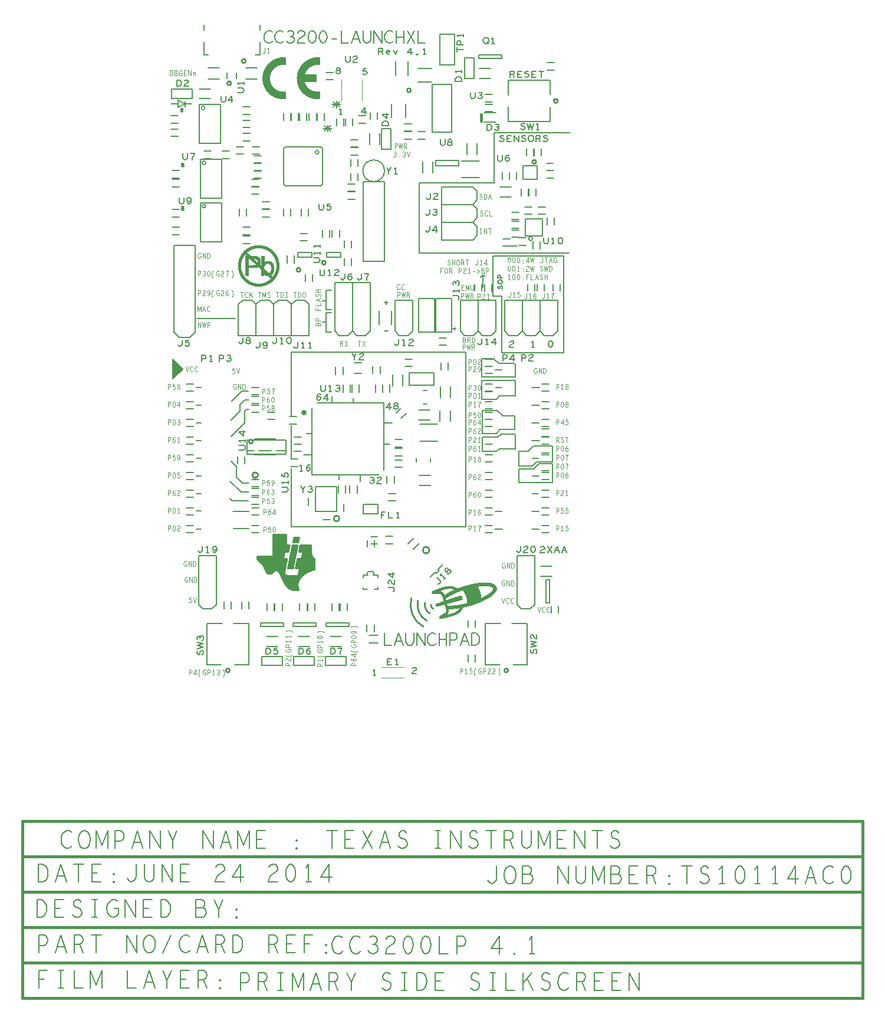
<source format=gbr>
G04 ================== begin FILE IDENTIFICATION RECORD ==================*
G04 Layout Name:  CC3200-LAUNCHXL_BRD_Rev4p1_20140624.brd*
G04 Film Name:    SLT.gbr*
G04 File Format:  Gerber RS274X*
G04 File Origin:  Cadence Allegro 16.6-P004*
G04 Origin Date:  Tue Jun 24 08:36:08 2014*
G04 *
G04 Layer:  MANUFACTURING/DETAILS*
G04 Layer:  BOARD GEOMETRY/CE*
G04 Layer:  BOARD GEOMETRY/PB*
G04 Layer:  REF DES/SILKSCREEN_TOP*
G04 Layer:  PACKAGE GEOMETRY/SILKSCREEN_TOP*
G04 Layer:  DRAWING FORMAT/SLT*
G04 Layer:  DRAWING FORMAT/FILM_LABEL_OUTLINE*
G04 Layer:  BOARD GEOMETRY/SILKSCREEN_TOP*
G04 *
G04 Offset:    (0.0000 0.0000)*
G04 Mirror:    No*
G04 Mode:      Positive*
G04 Rotation:  0*
G04 FullContactRelief:  No*
G04 UndefLineWidth:     6.0000*
G04 ================== end FILE IDENTIFICATION RECORD ====================*
%FSLAX25Y25*MOIN*%
%IR0*IPPOS*OFA0.00000B0.00000*MIA0B0*SFA1.00000B1.00000*%
%ADD10C,.01*%
%ADD11C,.015*%
%ADD12C,.016*%
%ADD13C,.000118*%
%ADD14C,.004*%
%ADD15C,.006*%
%ADD16C,.007*%
%ADD17C,.008*%
%ADD18C,.00394*%
%ADD19C,.003937*%
%ADD20C,.005906*%
%ADD21C,.008268*%
G75*
%LPD*%
G75*
G36*
G01X5500Y181000D02*
Y170000D01*
X11000Y175500D01*
X5500Y181000D01*
G37*
G36*
G01X81043Y150840D02*
G03I-1500J0D01*
G37*
G54D10*
G01X37573Y5105D02*
G03I-1100J0D01*
G01X38387Y336922D02*
G03I-1100J0D01*
G01X53581Y115500D02*
G03I-1581J0D01*
G01X50594Y134453D02*
G03I-1100J0D01*
G01X46600Y349500D02*
G03I-1100J0D01*
G01X77600Y231500D02*
G03I-1100J0D01*
G01X99581Y91000D02*
G03I-1581J0D01*
G01X91886Y235618D02*
G03I-1100J0D01*
G01X151303Y42237D02*
G03X152635Y40020I2667J93D01*
G01X147939Y43199D02*
G03X150765Y37346I5715J-850D01*
G01X143963Y44515D02*
G03X148956Y33222I10225J-2229D01*
G01X140277Y45908D02*
G03X146894Y29934I13719J-3675D01*
G01X150483Y73112D02*
G03I-1857J0D01*
G01X140100Y333000D02*
G03I-1100J0D01*
G01X143200Y353400D02*
X143800D01*
G01X195073Y5105D02*
G03I-1100J0D01*
G01X210846Y292527D02*
G03I-1100J0D01*
G01X222995Y326973D02*
G03I-1100J0D01*
G54D20*
G01X164740Y364768D02*
Y347232D01*
X156260D01*
Y364768D01*
X164740D01*
G54D11*
G01X-77102Y-80133D02*
X395398D01*
Y-180133D01*
X-79602D01*
Y-80133D01*
X-77102D01*
G01X-79602Y-160133D02*
X395398D01*
G01X-79602Y-140133D02*
X395398D01*
G01X-79602Y-120133D02*
X395398D01*
G01X-79602Y-100133D02*
X395398D01*
G54D21*
G01X25350Y339310D02*
X31650D01*
G01Y345690D02*
X25350D01*
G01X46850Y339310D02*
X53150D01*
G01Y345690D02*
X46850D01*
G54D12*
G01X179664Y315794D02*
Y319360D01*
G54D13*
G01X43902Y239677D02*
X45492D01*
G01X47118D02*
X48783D01*
G01X43902Y239665D02*
X45492D01*
G01X47130D02*
X48783D01*
G01X43902Y239650D02*
X45476D01*
G01X47224D02*
X48783D01*
G01X43890Y239638D02*
X45476D01*
G01X47264D02*
X48783D01*
G01X43878Y239626D02*
X45465D01*
G01X47315D02*
X48799D01*
G01X43862Y239610D02*
X45453D01*
G01X47354D02*
X48839D01*
G01X43823Y239598D02*
X45437D01*
G01X47354D02*
X48878D01*
G01X43823Y239587D02*
X45398D01*
G01X47366D02*
X48890D01*
G01X43811Y239571D02*
X45386D01*
G01X47366D02*
X48902D01*
G01X43811Y239559D02*
X45386D01*
G01X47366D02*
X48917D01*
G01X43811Y239547D02*
X45386D01*
G01X47366D02*
X48917D01*
G01X43811Y239532D02*
X45386D01*
G01X47366D02*
X48917D01*
G01X43799Y239520D02*
X45374D01*
G01X47366D02*
X48917D01*
G01X43799Y239508D02*
X45374D01*
G01X47382D02*
X48929D01*
G01X43799Y239492D02*
X45358D01*
G01X47382D02*
X48957D01*
G01X43783Y239480D02*
X45346D01*
G01X47382D02*
X48996D01*
G01X43783Y239468D02*
X45346D01*
G01X47382D02*
X49008D01*
G01X43772Y239453D02*
X45335D01*
G01X47382D02*
X47524D01*
G01X47551D02*
X49020D01*
G01X43772Y239441D02*
X45335D01*
G01X47382D02*
X47500D01*
G01X47579D02*
X49035D01*
G01X43772Y239429D02*
X45335D01*
G01X47382D02*
X47500D01*
G01X47579D02*
X49047D01*
G01X43772Y239413D02*
X45335D01*
G01X47382D02*
X47500D01*
G01X47602D02*
X49047D01*
G01X43772Y239402D02*
X45319D01*
G01X47354D02*
X47500D01*
G01X47602D02*
X49047D01*
G01X43760Y239390D02*
X45319D01*
G01X47264D02*
X47512D01*
G01X47602D02*
X49059D01*
G01X43744Y239374D02*
X45280D01*
G01X47236D02*
X47524D01*
G01X47602D02*
X49059D01*
G01X43732Y239362D02*
X45256D01*
G01X47197D02*
X47524D01*
G01X47602D02*
X49059D01*
G01X43693Y239350D02*
X45256D01*
G01X46673D02*
X47524D01*
G01X47681D02*
X49087D01*
G01X49453D02*
X51319D01*
G01X55661D02*
X56815D01*
G01X43681Y239335D02*
X45240D01*
G01X46594D02*
X47524D01*
G01X47736D02*
X49126D01*
G01X49374D02*
X51791D01*
G01X55634D02*
X56843D01*
G01X43681Y239323D02*
X45228D01*
G01X46579D02*
X47524D01*
G01X47748D02*
X49154D01*
G01X49323D02*
X51961D01*
G01X55583D02*
X56854D01*
G01X43681Y239311D02*
X45228D01*
G01X46579D02*
X47524D01*
G01X47748D02*
X49177D01*
G01X49283D02*
X52051D01*
G01X55571D02*
X56870D01*
G01X43665Y239295D02*
X45228D01*
G01X46567D02*
X47524D01*
G01X47748D02*
X49217D01*
G01X49272D02*
X52079D01*
G01X55555D02*
X56882D01*
G01X43665Y239283D02*
X45228D01*
G01X46567D02*
X47579D01*
G01X47748D02*
X49244D01*
G01X49272D02*
X52091D01*
G01X55555D02*
X56882D01*
G01X43665Y239272D02*
X45228D01*
G01X46567D02*
X47602D01*
G01X47748D02*
X49244D01*
G01X49272D02*
X52118D01*
G01X55555D02*
X56882D01*
G01X43665Y239256D02*
X45217D01*
G01X46567D02*
X47618D01*
G01X47748D02*
X49244D01*
G01X49272D02*
X52197D01*
G01X55555D02*
X56894D01*
G01X43665Y239244D02*
X45217D01*
G01X46567D02*
X47630D01*
G01X47776D02*
X49244D01*
G01X49272D02*
X52315D01*
G01X55555D02*
X56909D01*
G01X43654Y239232D02*
X45201D01*
G01X46567D02*
X47642D01*
G01X47839D02*
X49244D01*
G01X49272D02*
X52445D01*
G01X55543D02*
X56921D01*
G01X43654Y239217D02*
X45201D01*
G01X46567D02*
X47642D01*
G01X47866D02*
X52579D01*
G01X55543D02*
X56921D01*
G01X43642Y239205D02*
X45189D01*
G01X46555D02*
X47642D01*
G01X47866D02*
X52642D01*
G01X55543D02*
X56921D01*
G01X43642Y239193D02*
X45161D01*
G01X46555D02*
X47642D01*
G01X47878D02*
X52720D01*
G01X55543D02*
X56933D01*
G01X43626Y239177D02*
X45138D01*
G01X46555D02*
X47642D01*
G01X47878D02*
X52748D01*
G01X55543D02*
X56933D01*
G01X43626Y239165D02*
X45138D01*
G01X46555D02*
X47642D01*
G01X47878D02*
X52760D01*
G01X55543D02*
X56933D01*
G01X43626Y239154D02*
X45138D01*
G01X46555D02*
X47657D01*
G01X47894D02*
X52776D01*
G01X55543D02*
X56933D01*
G01X43626Y239138D02*
X45122D01*
G01X46555D02*
X47709D01*
G01X47894D02*
X52787D01*
G01X55543D02*
X56933D01*
G01X43614Y239126D02*
X45122D01*
G01X46555D02*
X47748D01*
G01X47894D02*
X52854D01*
G01X55543D02*
X56933D01*
G01X43614Y239114D02*
X45110D01*
G01X46555D02*
X47776D01*
G01X47894D02*
X52878D01*
G01X55543D02*
X56933D01*
G01X43575Y239098D02*
X45110D01*
G01X46555D02*
X47776D01*
G01X47906D02*
X52957D01*
G01X55543D02*
X56933D01*
G01X43563Y239087D02*
X45098D01*
G01X46555D02*
X47787D01*
G01X47984D02*
X53012D01*
G01X55543D02*
X56933D01*
G01X43547Y239075D02*
X45098D01*
G01X46555D02*
X47839D01*
G01X47996D02*
X53091D01*
G01X55543D02*
X56933D01*
G01X43535Y239059D02*
X45083D01*
G01X46555D02*
X47854D01*
G01X47996D02*
X49335D01*
G01X49413D02*
X53130D01*
G01X55543D02*
X56933D01*
G01X43535Y239047D02*
X45083D01*
G01X46555D02*
X47854D01*
G01X47996D02*
X49311D01*
G01X49453D02*
X53142D01*
G01X55543D02*
X56921D01*
G01X43535Y239035D02*
X45083D01*
G01X46555D02*
X47854D01*
G01X47996D02*
X49311D01*
G01X49532D02*
X53154D01*
G01X55543D02*
X56921D01*
G01X43535Y239020D02*
X45083D01*
G01X46555D02*
X47866D01*
G01X47996D02*
X49311D01*
G01X49532D02*
X53154D01*
G01X55543D02*
X56921D01*
G01X43535Y239008D02*
X45071D01*
G01X46555D02*
X47878D01*
G01X47996D02*
X49311D01*
G01X49532D02*
X53169D01*
G01X55543D02*
X56921D01*
G01X43524Y238996D02*
X45071D01*
G01X46555D02*
X47894D01*
G01X47996D02*
X49323D01*
G01X49532D02*
X53193D01*
G01X55543D02*
X56921D01*
G01X43524Y238980D02*
X45071D01*
G01X46555D02*
X47906D01*
G01X47996D02*
X49335D01*
G01X49532D02*
X53248D01*
G01X55543D02*
X56921D01*
G01X43524Y238968D02*
X45059D01*
G01X46555D02*
X49374D01*
G01X49547D02*
X53272D01*
G01X55543D02*
X56921D01*
G01X43508Y238957D02*
X45020D01*
G01X46555D02*
X49429D01*
G01X49547D02*
X53299D01*
G01X55543D02*
X56921D01*
G01X43508Y238941D02*
X44992D01*
G01X46555D02*
X48035D01*
G01X48102D02*
X49441D01*
G01X49559D02*
X53378D01*
G01X55543D02*
X56921D01*
G01X43508Y238929D02*
X44992D01*
G01X46555D02*
X48012D01*
G01X48114D02*
X49441D01*
G01X49571D02*
X53406D01*
G01X55543D02*
X56921D01*
G01X43496Y238917D02*
X44980D01*
G01X46555D02*
X48012D01*
G01X48130D02*
X49441D01*
G01X49598D02*
X53406D01*
G01X55543D02*
X56921D01*
G01X43496Y238902D02*
X44980D01*
G01X46555D02*
X48012D01*
G01X48130D02*
X49441D01*
G01X49665D02*
X53417D01*
G01X55543D02*
X56921D01*
G01X43496Y238890D02*
X44980D01*
G01X46555D02*
X48012D01*
G01X48130D02*
X49441D01*
G01X49665D02*
X53417D01*
G01X55543D02*
X56921D01*
G01X43496Y238878D02*
X44980D01*
G01X46555D02*
X48024D01*
G01X48130D02*
X49441D01*
G01X49665D02*
X53429D01*
G01X55543D02*
X56921D01*
G01X43496Y238862D02*
X44980D01*
G01X46555D02*
X48051D01*
G01X48114D02*
X49441D01*
G01X49665D02*
X53445D01*
G01X55543D02*
X56921D01*
G01X43484Y238850D02*
X44965D01*
G01X46555D02*
X49453D01*
G01X49677D02*
X53496D01*
G01X55543D02*
X56921D01*
G01X43457Y238839D02*
X44965D01*
G01X46555D02*
X49480D01*
G01X49677D02*
X53524D01*
G01X55543D02*
X56921D01*
G01X43429Y238823D02*
X44953D01*
G01X46555D02*
X49508D01*
G01X49532D02*
X49547D01*
G01X49677D02*
X53547D01*
G01X55543D02*
X56921D01*
G01X43417Y238811D02*
X44953D01*
G01X46555D02*
X48169D01*
G01X48248D02*
X49559D01*
G01X49689D02*
X53587D01*
G01X55543D02*
X56921D01*
G01X43417Y238799D02*
X44941D01*
G01X46555D02*
X48154D01*
G01X48260D02*
X49587D01*
G01X49705D02*
X53642D01*
G01X55543D02*
X56921D01*
G01X43406Y238783D02*
X44941D01*
G01X46555D02*
X48154D01*
G01X48260D02*
X49587D01*
G01X49756D02*
X53654D01*
G01X55543D02*
X56921D01*
G01X43406Y238772D02*
X44941D01*
G01X46555D02*
X48154D01*
G01X48260D02*
X49587D01*
G01X49807D02*
X53654D01*
G01X55543D02*
X56921D01*
G01X43406Y238760D02*
X44941D01*
G01X46555D02*
X48154D01*
G01X48260D02*
X49598D01*
G01X49807D02*
X53654D01*
G01X55543D02*
X56921D01*
G01X43406Y238744D02*
X44941D01*
G01X46555D02*
X48169D01*
G01X48260D02*
X49598D01*
G01X49807D02*
X53654D01*
G01X55543D02*
X56921D01*
G01X43406Y238732D02*
X44925D01*
G01X46555D02*
X48169D01*
G01X48248D02*
X49598D01*
G01X49807D02*
X53665D01*
G01X55543D02*
X56921D01*
G01X43406Y238720D02*
X44913D01*
G01X46555D02*
X49610D01*
G01X49807D02*
X53681D01*
G01X55543D02*
X56921D01*
G01X43390Y238705D02*
X44886D01*
G01X46555D02*
X48287D01*
G01X48339D02*
X49626D01*
G01X49807D02*
X53705D01*
G01X55543D02*
X56921D01*
G01X43390Y238693D02*
X44862D01*
G01X46555D02*
X48272D01*
G01X48378D02*
X49638D01*
G01X49823D02*
X53772D01*
G01X55543D02*
X56921D01*
G01X43378Y238681D02*
X44862D01*
G01X46555D02*
X48272D01*
G01X48406D02*
X49689D01*
G01X49823D02*
X53783D01*
G01X55543D02*
X56921D01*
G01X43378Y238665D02*
X44846D01*
G01X46555D02*
X48272D01*
G01X48406D02*
X49705D01*
G01X49835D02*
X53799D01*
G01X55543D02*
X56921D01*
G01X43378Y238654D02*
X44846D01*
G01X46555D02*
X48272D01*
G01X48406D02*
X49705D01*
G01X49862D02*
X53811D01*
G01X55543D02*
X56921D01*
G01X43378Y238642D02*
X44846D01*
G01X46555D02*
X48272D01*
G01X48406D02*
X49705D01*
G01X49941D02*
X53811D01*
G01X55543D02*
X56921D01*
G01X43378Y238626D02*
X44835D01*
G01X46555D02*
X48287D01*
G01X48406D02*
X49728D01*
G01X49941D02*
X53811D01*
G01X55543D02*
X56921D01*
G01X43378Y238614D02*
X44835D01*
G01X46555D02*
X48287D01*
G01X48406D02*
X49728D01*
G01X49941D02*
X53811D01*
G01X55543D02*
X56921D01*
G01X43366Y238602D02*
X44835D01*
G01X46555D02*
X48299D01*
G01X48390D02*
X49728D01*
G01X49941D02*
X53823D01*
G01X55543D02*
X56921D01*
G01X43366Y238587D02*
X44835D01*
G01X46555D02*
X48417D01*
G01X48468D02*
X49768D01*
G01X49941D02*
X53850D01*
G01X55543D02*
X56921D01*
G01X43350Y238575D02*
X44823D01*
G01X46555D02*
X48417D01*
G01X48524D02*
X49768D01*
G01X49795D02*
X49823D01*
G01X49941D02*
X53902D01*
G01X55543D02*
X56921D01*
G01X43339Y238563D02*
X44823D01*
G01X46555D02*
X48406D01*
G01X48535D02*
X49862D01*
G01X49941D02*
X53917D01*
G01X55543D02*
X56921D01*
G01X43311Y238547D02*
X44807D01*
G01X46555D02*
X48406D01*
G01X48547D02*
X49874D01*
G01X49941D02*
X53929D01*
G01X55543D02*
X56921D01*
G01X43299Y238535D02*
X44807D01*
G01X46555D02*
X48406D01*
G01X48563D02*
X49902D01*
G01X49941D02*
X53941D01*
G01X55543D02*
X56921D01*
G01X43287Y238524D02*
X44807D01*
G01X46555D02*
X48406D01*
G01X48575D02*
X49902D01*
G01X49965D02*
X53957D01*
G01X55543D02*
X56921D01*
G01X43287Y238508D02*
X44795D01*
G01X46555D02*
X48406D01*
G01X48575D02*
X49902D01*
G01X50071D02*
X53957D01*
G01X55543D02*
X56921D01*
G01X43287Y238496D02*
X44795D01*
G01X46555D02*
X48406D01*
G01X48602D02*
X49941D01*
G01X50071D02*
X53957D01*
G01X55543D02*
X56921D01*
G01X43287Y238484D02*
X44795D01*
G01X46555D02*
X48417D01*
G01X48602D02*
X49941D01*
G01X50071D02*
X53957D01*
G01X55543D02*
X56921D01*
G01X43287Y238469D02*
X44795D01*
G01X46555D02*
X48429D01*
G01X48626D02*
X49941D01*
G01X50071D02*
X53968D01*
G01X55543D02*
X56921D01*
G01X43272Y238457D02*
X44783D01*
G01X46555D02*
X48445D01*
G01X48654D02*
X49953D01*
G01X50071D02*
X54008D01*
G01X55543D02*
X56921D01*
G01X43272Y238445D02*
X44744D01*
G01X46555D02*
X48496D01*
G01X48665D02*
X49965D01*
G01X50071D02*
X54035D01*
G01X55543D02*
X56921D01*
G01X43260Y238429D02*
X44728D01*
G01X46555D02*
X48524D01*
G01X48681D02*
X49992D01*
G01X50071D02*
X54047D01*
G01X55543D02*
X56921D01*
G01X43260Y238417D02*
X44717D01*
G01X46555D02*
X48524D01*
G01X48681D02*
X50031D01*
G01X50071D02*
X54059D01*
G01X55543D02*
X56921D01*
G01X43260Y238406D02*
X44717D01*
G01X46555D02*
X48535D01*
G01X48693D02*
X50031D01*
G01X50059D02*
X54075D01*
G01X55543D02*
X56921D01*
G01X43260Y238390D02*
X44717D01*
G01X46555D02*
X48535D01*
G01X48693D02*
X50110D01*
G01X50201D02*
X54075D01*
G01X55543D02*
X56921D01*
G01X43248Y238378D02*
X44705D01*
G01X46555D02*
X48535D01*
G01X48693D02*
X50083D01*
G01X50217D02*
X54087D01*
G01X55543D02*
X56921D01*
G01X43248Y238366D02*
X44705D01*
G01X46555D02*
X48535D01*
G01X48705D02*
X50031D01*
G01X50217D02*
X54087D01*
G01X55543D02*
X56921D01*
G01X43248Y238350D02*
X44705D01*
G01X46555D02*
X48547D01*
G01X48693D02*
X50083D01*
G01X50217D02*
X54087D01*
G01X55543D02*
X56921D01*
G01X43248Y238339D02*
X44705D01*
G01X46555D02*
X48563D01*
G01X48665D02*
X50083D01*
G01X50217D02*
X54087D01*
G01X55543D02*
X56921D01*
G01X43248Y238327D02*
X44705D01*
G01X46555D02*
X50098D01*
G01X50217D02*
X54114D01*
G01X55543D02*
X56921D01*
G01X43232Y238311D02*
X44689D01*
G01X46555D02*
X50110D01*
G01X50217D02*
X54154D01*
G01X55543D02*
X56921D01*
G01X43232Y238299D02*
X44689D01*
G01X46555D02*
X50122D01*
G01X50201D02*
X54165D01*
G01X55543D02*
X56921D01*
G01X43220Y238287D02*
X44689D01*
G01X46555D02*
X50161D01*
G01X50201D02*
X54177D01*
G01X55543D02*
X56921D01*
G01X43209Y238272D02*
X44677D01*
G01X46555D02*
X54193D01*
G01X55543D02*
X56921D01*
G01X43193Y238260D02*
X44677D01*
G01X46555D02*
X50228D01*
G01X50335D02*
X54205D01*
G01X55543D02*
X56921D01*
G01X43181Y238248D02*
X44677D01*
G01X46555D02*
X50217D01*
G01X50346D02*
X54205D01*
G01X55543D02*
X56921D01*
G01X43169Y238232D02*
X44677D01*
G01X46555D02*
X50201D01*
G01X50358D02*
X54205D01*
G01X55543D02*
X56921D01*
G01X43169Y238220D02*
X44677D01*
G01X46555D02*
X50217D01*
G01X50346D02*
X54205D01*
G01X55543D02*
X56921D01*
G01X43169Y238209D02*
X44665D01*
G01X46555D02*
X50217D01*
G01X50346D02*
X54205D01*
G01X55543D02*
X56921D01*
G01X43154Y238193D02*
X44665D01*
G01X46555D02*
X50217D01*
G01X50346D02*
X54217D01*
G01X55543D02*
X56921D01*
G01X43154Y238181D02*
X44638D01*
G01X46555D02*
X48720D01*
G01X48772D02*
X50228D01*
G01X50346D02*
X54232D01*
G01X55543D02*
X56921D01*
G01X43142Y238169D02*
X44610D01*
G01X46555D02*
X48705D01*
G01X48799D02*
X50240D01*
G01X50346D02*
X54283D01*
G01X55543D02*
X56921D01*
G01X43142Y238154D02*
X44598D01*
G01X46555D02*
X48693D01*
G01X48799D02*
X50256D01*
G01X50346D02*
X54295D01*
G01X55543D02*
X56921D01*
G01X43142Y238142D02*
X44587D01*
G01X46555D02*
X48693D01*
G01X48799D02*
X50280D01*
G01X50335D02*
X54311D01*
G01X55543D02*
X56921D01*
G01X43130Y238130D02*
X44587D01*
G01X46555D02*
X48681D01*
G01X48811D02*
X50346D01*
G01X50465D02*
X54311D01*
G01X55543D02*
X56921D01*
G01X43130Y238114D02*
X44587D01*
G01X46555D02*
X48681D01*
G01X48811D02*
X50346D01*
G01X50476D02*
X54311D01*
G01X55543D02*
X56921D01*
G01X43130Y238102D02*
X44587D01*
G01X46555D02*
X48681D01*
G01X48811D02*
X50346D01*
G01X50476D02*
X54311D01*
G01X55543D02*
X56921D01*
G01X43130Y238091D02*
X44587D01*
G01X46555D02*
X48681D01*
G01X48823D02*
X50346D01*
G01X50476D02*
X54323D01*
G01X55543D02*
X56921D01*
G01X43130Y238075D02*
X44571D01*
G01X46555D02*
X48654D01*
G01X48850D02*
X50346D01*
G01X50476D02*
X54323D01*
G01X55543D02*
X56921D01*
G01X43130Y238063D02*
X44571D01*
G01X46555D02*
X48602D01*
G01X48902D02*
X50358D01*
G01X50476D02*
X54323D01*
G01X55543D02*
X56921D01*
G01X43114Y238051D02*
X44571D01*
G01X46555D02*
X48154D01*
G01X48445D02*
X48457D01*
G01X48929D02*
X50374D01*
G01X50476D02*
X50870D01*
G01X51043D02*
X54335D01*
G01X55543D02*
X56921D01*
G01X43114Y238035D02*
X44559D01*
G01X46555D02*
X48102D01*
G01X48941D02*
X50398D01*
G01X50465D02*
X50768D01*
G01X51567D02*
X54335D01*
G01X55543D02*
X56921D01*
G01X43114Y238024D02*
X44559D01*
G01X46555D02*
X48035D01*
G01X48941D02*
X50425D01*
G01X50465D02*
X50740D01*
G01X51815D02*
X54350D01*
G01X55543D02*
X56921D01*
G01X43102Y238012D02*
X44559D01*
G01X46555D02*
X48024D01*
G01X48941D02*
X50713D01*
G01X51949D02*
X54362D01*
G01X55543D02*
X56921D01*
G01X43102Y237996D02*
X44547D01*
G01X46555D02*
X48012D01*
G01X48941D02*
X50622D01*
G01X52051D02*
X54374D01*
G01X55543D02*
X56921D01*
G01X43102Y237984D02*
X44547D01*
G01X46555D02*
X48012D01*
G01X48941D02*
X50594D01*
G01X52079D02*
X54402D01*
G01X55543D02*
X56921D01*
G01X43102Y237972D02*
X44547D01*
G01X46555D02*
X48012D01*
G01X48957D02*
X50583D01*
G01X52079D02*
X54413D01*
G01X55543D02*
X56921D01*
G01X43102Y237957D02*
X44547D01*
G01X46555D02*
X48012D01*
G01X48957D02*
X50594D01*
G01X52091D02*
X54413D01*
G01X55543D02*
X56921D01*
G01X43091Y237945D02*
X44547D01*
G01X46555D02*
X48012D01*
G01X48969D02*
X50594D01*
G01X52106D02*
X54429D01*
G01X55543D02*
X56921D01*
G01X43091Y237933D02*
X44532D01*
G01X46555D02*
X48012D01*
G01X48980D02*
X50594D01*
G01X52185D02*
X54429D01*
G01X55543D02*
X56921D01*
G01X43075Y237917D02*
X44532D01*
G01X46555D02*
X48012D01*
G01X49047D02*
X50610D01*
G01X52224D02*
X54441D01*
G01X55543D02*
X56921D01*
G01X43051Y237906D02*
X44520D01*
G01X46555D02*
X48012D01*
G01X49075D02*
X50610D01*
G01X52303D02*
X54441D01*
G01X55543D02*
X56921D01*
G01X43035Y237894D02*
X44480D01*
G01X46555D02*
X48012D01*
G01X49075D02*
X50622D01*
G01X52354D02*
X54453D01*
G01X55543D02*
X56921D01*
G01X43024Y237878D02*
X44468D01*
G01X46555D02*
X48012D01*
G01X49087D02*
X50650D01*
G01X52382D02*
X54453D01*
G01X55543D02*
X56921D01*
G01X43024Y237866D02*
X44468D01*
G01X46555D02*
X48012D01*
G01X49087D02*
X50713D01*
G01X52406D02*
X54468D01*
G01X55543D02*
X56921D01*
G01X43024Y237854D02*
X44453D01*
G01X46555D02*
X48012D01*
G01X49087D02*
X50728D01*
G01X52445D02*
X54468D01*
G01X55543D02*
X56921D01*
G01X43024Y237839D02*
X44453D01*
G01X46555D02*
X48012D01*
G01X49087D02*
X50728D01*
G01X52461D02*
X54468D01*
G01X55543D02*
X56921D01*
G01X43012Y237827D02*
X44453D01*
G01X46555D02*
X48012D01*
G01X49098D02*
X50728D01*
G01X52461D02*
X54468D01*
G01X55543D02*
X56921D01*
G01X43012Y237815D02*
X44453D01*
G01X46555D02*
X48012D01*
G01X49114D02*
X50728D01*
G01X52472D02*
X54468D01*
G01X55543D02*
X56921D01*
G01X43012Y237799D02*
X44453D01*
G01X46555D02*
X48012D01*
G01X49177D02*
X50728D01*
G01X52484D02*
X54480D01*
G01X55543D02*
X56921D01*
G01X43012Y237787D02*
X44441D01*
G01X46555D02*
X48012D01*
G01X49205D02*
X50740D01*
G01X52512D02*
X54480D01*
G01X55543D02*
X56921D01*
G01X42996Y237776D02*
X44441D01*
G01X46555D02*
X48012D01*
G01X49217D02*
X50752D01*
G01X52563D02*
X54492D01*
G01X55543D02*
X56921D01*
G01X42996Y237760D02*
X44441D01*
G01X46555D02*
X48012D01*
G01X49217D02*
X50780D01*
G01X52602D02*
X54508D01*
G01X55543D02*
X56921D01*
G01X42996Y237748D02*
X44429D01*
G01X46555D02*
X48012D01*
G01X49217D02*
X50858D01*
G01X52618D02*
X54547D01*
G01X55543D02*
X56921D01*
G01X42996Y237736D02*
X44429D01*
G01X46555D02*
X48012D01*
G01X49217D02*
X50870D01*
G01X52630D02*
X54559D01*
G01X55543D02*
X56921D01*
G01X42984Y237720D02*
X44429D01*
G01X46555D02*
X48012D01*
G01X49217D02*
X50886D01*
G01X52642D02*
X54559D01*
G01X55543D02*
X56921D01*
G01X42984Y237709D02*
X44429D01*
G01X46555D02*
X48012D01*
G01X49232D02*
X50898D01*
G01X52642D02*
X54559D01*
G01X55543D02*
X56921D01*
G01X42984Y237697D02*
X44429D01*
G01X46555D02*
X48012D01*
G01X49232D02*
X50898D01*
G01X52642D02*
X54559D01*
G01X55543D02*
X56921D01*
G01X42984Y237681D02*
X44429D01*
G01X46555D02*
X48012D01*
G01X49244D02*
X50898D01*
G01X52657D02*
X54571D01*
G01X55543D02*
X56921D01*
G01X42984Y237669D02*
X44413D01*
G01X46555D02*
X48012D01*
G01X49311D02*
X50909D01*
G01X52669D02*
X54571D01*
G01X55543D02*
X56921D01*
G01X42984Y237657D02*
X44413D01*
G01X46555D02*
X48012D01*
G01X49335D02*
X50909D01*
G01X52720D02*
X54571D01*
G01X55543D02*
X56921D01*
G01X42972Y237642D02*
X44402D01*
G01X46555D02*
X48012D01*
G01X49350D02*
X50937D01*
G01X52736D02*
X54587D01*
G01X55543D02*
X56921D01*
G01X42972Y237630D02*
X44402D01*
G01X46555D02*
X48012D01*
G01X49362D02*
X50976D01*
G01X52760D02*
X54587D01*
G01X55543D02*
X56921D01*
G01X42957Y237618D02*
X44390D01*
G01X46555D02*
X48012D01*
G01X49362D02*
X50988D01*
G01X52776D02*
X54598D01*
G01X55543D02*
X56921D01*
G01X42957Y237602D02*
X44374D01*
G01X46555D02*
X48012D01*
G01X49362D02*
X51004D01*
G01X52787D02*
X54598D01*
G01X55543D02*
X56921D01*
G01X42945Y237591D02*
X44350D01*
G01X46555D02*
X48012D01*
G01X49362D02*
X51028D01*
G01X52787D02*
X54598D01*
G01X55543D02*
X56921D01*
G01X42945Y237579D02*
X44350D01*
G01X46555D02*
X48012D01*
G01X49362D02*
X51028D01*
G01X52787D02*
X54598D01*
G01X55543D02*
X56921D01*
G01X42933Y237563D02*
X44350D01*
G01X46555D02*
X48012D01*
G01X49362D02*
X51028D01*
G01X52799D02*
X54598D01*
G01X55543D02*
X56921D01*
G01X42917Y237551D02*
X44335D01*
G01X46555D02*
X48012D01*
G01X49390D02*
X51043D01*
G01X52815D02*
X54598D01*
G01X55543D02*
X56921D01*
G01X42906Y237539D02*
X44335D01*
G01X46555D02*
X48012D01*
G01X49453D02*
X51043D01*
G01X52854D02*
X54610D01*
G01X55543D02*
X56921D01*
G01X42894Y237524D02*
X44323D01*
G01X46555D02*
X48012D01*
G01X49480D02*
X51055D01*
G01X52866D02*
X54610D01*
G01X55543D02*
X56921D01*
G01X42894Y237512D02*
X44323D01*
G01X46555D02*
X48012D01*
G01X49480D02*
X51094D01*
G01X52878D02*
X54610D01*
G01X55543D02*
X56921D01*
G01X42894Y237500D02*
X44323D01*
G01X46555D02*
X48012D01*
G01X49492D02*
X51122D01*
G01X52894D02*
X54626D01*
G01X55543D02*
X56921D01*
G01X42878Y237484D02*
X44311D01*
G01X46555D02*
X48012D01*
G01X49492D02*
X51134D01*
G01X52906D02*
X54626D01*
G01X55543D02*
X56921D01*
G01X42878Y237472D02*
X44311D01*
G01X46555D02*
X48012D01*
G01X49492D02*
X51146D01*
G01X52906D02*
X54638D01*
G01X55543D02*
X56921D01*
G01X42878Y237461D02*
X44311D01*
G01X46555D02*
X48012D01*
G01X49492D02*
X51173D01*
G01X52917D02*
X54665D01*
G01X55543D02*
X56921D01*
G01X42878Y237445D02*
X44311D01*
G01X46555D02*
X48012D01*
G01X49492D02*
X51185D01*
G01X52917D02*
X54665D01*
G01X55543D02*
X56921D01*
G01X42878Y237433D02*
X44311D01*
G01X46555D02*
X48012D01*
G01X49508D02*
X51185D01*
G01X52917D02*
X54677D01*
G01X55543D02*
X56921D01*
G01X42878Y237421D02*
X44311D01*
G01X46555D02*
X48012D01*
G01X49520D02*
X51201D01*
G01X52933D02*
X54677D01*
G01X55543D02*
X56921D01*
G01X42878Y237406D02*
X44295D01*
G01X46555D02*
X48012D01*
G01X49587D02*
X51201D01*
G01X52945D02*
X54677D01*
G01X55543D02*
X56921D01*
G01X42866Y237394D02*
X44295D01*
G01X46555D02*
X48012D01*
G01X49610D02*
X51224D01*
G01X52984D02*
X54689D01*
G01X55543D02*
X56921D01*
G01X42866Y237382D02*
X44295D01*
G01X46555D02*
X48012D01*
G01X49626D02*
X51240D01*
G01X52996D02*
X54705D01*
G01X55543D02*
X56921D01*
G01X42866Y237366D02*
X44295D01*
G01X46555D02*
X48012D01*
G01X49626D02*
X51252D01*
G01X53012D02*
X54705D01*
G01X55543D02*
X56921D01*
G01X42866Y237354D02*
X44283D01*
G01X46555D02*
X48012D01*
G01X49626D02*
X51264D01*
G01X53024D02*
X54705D01*
G01X55543D02*
X56921D01*
G01X42854Y237343D02*
X44283D01*
G01X46555D02*
X48012D01*
G01X49626D02*
X51280D01*
G01X53024D02*
X54705D01*
G01X55543D02*
X56921D01*
G01X42854Y237327D02*
X44283D01*
G01X46555D02*
X48012D01*
G01X49626D02*
X51303D01*
G01X53024D02*
X54717D01*
G01X55543D02*
X56921D01*
G01X42854Y237315D02*
X44283D01*
G01X46555D02*
X48012D01*
G01X49638D02*
X51331D01*
G01X53035D02*
X54717D01*
G01X55543D02*
X56921D01*
G01X42854Y237303D02*
X44283D01*
G01X46555D02*
X48012D01*
G01X49638D02*
X51358D01*
G01X53035D02*
X54717D01*
G01X55543D02*
X56921D01*
G01X42854Y237287D02*
X44283D01*
G01X46555D02*
X48012D01*
G01X49689D02*
X51358D01*
G01X53035D02*
X54717D01*
G01X55543D02*
X56921D01*
G01X42854Y237276D02*
X44272D01*
G01X46555D02*
X48012D01*
G01X49728D02*
X51370D01*
G01X53035D02*
X54717D01*
G01X55543D02*
X56921D01*
G01X42854Y237264D02*
X44272D01*
G01X46555D02*
X48012D01*
G01X49744D02*
X51370D01*
G01X53051D02*
X54717D01*
G01X55543D02*
X56921D01*
G01X42839Y237248D02*
X44256D01*
G01X46555D02*
X48012D01*
G01X49756D02*
X51382D01*
G01X53063D02*
X54728D01*
G01X55543D02*
X56921D01*
G01X42839Y237236D02*
X44232D01*
G01X46555D02*
X48012D01*
G01X49756D02*
X51398D01*
G01X53102D02*
X54728D01*
G01X55543D02*
X56921D01*
G01X42839Y237224D02*
X44217D01*
G01X46555D02*
X48012D01*
G01X49768D02*
X51409D01*
G01X53114D02*
X54728D01*
G01X55543D02*
X56921D01*
G01X42839Y237209D02*
X44205D01*
G01X46555D02*
X48012D01*
G01X49768D02*
X51421D01*
G01X53130D02*
X54728D01*
G01X55543D02*
X56921D01*
G01X42827Y237197D02*
X44205D01*
G01X46555D02*
X48012D01*
G01X49768D02*
X51500D01*
G01X53130D02*
X54728D01*
G01X55543D02*
X56921D01*
G01X42827Y237185D02*
X44205D01*
G01X46555D02*
X48012D01*
G01X49768D02*
X51500D01*
G01X53130D02*
X54728D01*
G01X55543D02*
X56921D01*
G01X42827Y237169D02*
X44205D01*
G01X46555D02*
X48012D01*
G01X49768D02*
X51516D01*
G01X53130D02*
X54728D01*
G01X55543D02*
X56921D01*
G01X42827Y237157D02*
X44193D01*
G01X46555D02*
X48012D01*
G01X49823D02*
X51516D01*
G01X53142D02*
X54744D01*
G01X55543D02*
X56921D01*
G01X42815Y237146D02*
X44193D01*
G01X46555D02*
X48012D01*
G01X49862D02*
X51516D01*
G01X53142D02*
X54744D01*
G01X55543D02*
X56921D01*
G01X42799Y237130D02*
X44193D01*
G01X46555D02*
X48012D01*
G01X49874D02*
X51516D01*
G01X53142D02*
X54744D01*
G01X55543D02*
X56921D01*
G01X42787Y237118D02*
X44193D01*
G01X46555D02*
X48012D01*
G01X49886D02*
X51516D01*
G01X53154D02*
X54744D01*
G01X55543D02*
X56921D01*
G01X42776Y237106D02*
X44177D01*
G01X46555D02*
X48012D01*
G01X49902D02*
X51528D01*
G01X53154D02*
X54744D01*
G01X55543D02*
X56921D01*
G01X42760Y237091D02*
X44177D01*
G01X46555D02*
X48012D01*
G01X49902D02*
X51539D01*
G01X53169D02*
X54756D01*
G01X55543D02*
X56921D01*
G01X42760Y237079D02*
X44177D01*
G01X46555D02*
X48012D01*
G01X49913D02*
X51555D01*
G01X53169D02*
X54756D01*
G01X55543D02*
X56921D01*
G01X42760Y237067D02*
X44177D01*
G01X46555D02*
X48012D01*
G01X49913D02*
X51634D01*
G01X53181D02*
X54756D01*
G01X55543D02*
X56921D01*
G01X42760Y237051D02*
X44177D01*
G01X46555D02*
X48012D01*
G01X49913D02*
X51634D01*
G01X53181D02*
X54756D01*
G01X55543D02*
X56921D01*
G01X42760Y237039D02*
X44177D01*
G01X46555D02*
X48012D01*
G01X49925D02*
X51646D01*
G01X53181D02*
X54768D01*
G01X55543D02*
X56921D01*
G01X42760Y237028D02*
X44165D01*
G01X46555D02*
X48012D01*
G01X49980D02*
X51646D01*
G01X53181D02*
X54768D01*
G01X55543D02*
X56921D01*
G01X42748Y237012D02*
X44165D01*
G01X46555D02*
X48012D01*
G01X50004D02*
X51646D01*
G01X53181D02*
X54768D01*
G01X55543D02*
X56921D01*
G01X42748Y237000D02*
X44165D01*
G01X46555D02*
X48012D01*
G01X50020D02*
X51646D01*
G01X53193D02*
X54795D01*
G01X55543D02*
X56921D01*
G01X42748Y236988D02*
X44165D01*
G01X46555D02*
X48012D01*
G01X50031D02*
X51646D01*
G01X53220D02*
X54807D01*
G01X55543D02*
X56921D01*
G01X42748Y236972D02*
X44165D01*
G01X46555D02*
X48012D01*
G01X50031D02*
X51657D01*
G01X53248D02*
X54823D01*
G01X55543D02*
X56921D01*
G01X42736Y236961D02*
X44154D01*
G01X46555D02*
X48012D01*
G01X50043D02*
X51673D01*
G01X53248D02*
X54823D01*
G01X55543D02*
X56921D01*
G01X42736Y236949D02*
X44154D01*
G01X46555D02*
X48012D01*
G01X50043D02*
X51713D01*
G01X53260D02*
X54823D01*
G01X55543D02*
X56921D01*
G01X42736Y236933D02*
X44154D01*
G01X46555D02*
X48012D01*
G01X50059D02*
X51776D01*
G01X53260D02*
X54823D01*
G01X55543D02*
X56921D01*
G01X42736Y236921D02*
X44154D01*
G01X46555D02*
X48012D01*
G01X50059D02*
X51776D01*
G01X53260D02*
X54823D01*
G01X55543D02*
X56921D01*
G01X42736Y236909D02*
X44154D01*
G01X46555D02*
X48012D01*
G01X50083D02*
X51776D01*
G01X53260D02*
X54835D01*
G01X55543D02*
X56921D01*
G01X42736Y236894D02*
X44154D01*
G01X46555D02*
X48012D01*
G01X50110D02*
X51776D01*
G01X53260D02*
X54835D01*
G01X55543D02*
X56921D01*
G01X42736Y236882D02*
X44138D01*
G01X46555D02*
X48012D01*
G01X50138D02*
X51791D01*
G01X53272D02*
X54835D01*
G01X55543D02*
X56921D01*
G01X42736Y236870D02*
X44138D01*
G01X46555D02*
X48012D01*
G01X50150D02*
X51791D01*
G01X53272D02*
X54835D01*
G01X55543D02*
X56921D01*
G01X42720Y236854D02*
X44126D01*
G01X46555D02*
X48012D01*
G01X50161D02*
X51791D01*
G01X53272D02*
X54835D01*
G01X55543D02*
X56921D01*
G01X42720Y236843D02*
X44114D01*
G01X46555D02*
X48012D01*
G01X50177D02*
X51803D01*
G01X53272D02*
X54835D01*
G01X55543D02*
X56921D01*
G01X42720Y236831D02*
X44087D01*
G01X46555D02*
X48012D01*
G01X50217D02*
X51815D01*
G01X53287D02*
X54835D01*
G01X55543D02*
X56921D01*
G01X42720Y236815D02*
X44075D01*
G01X46555D02*
X48012D01*
G01X50228D02*
X51843D01*
G01X53287D02*
X54835D01*
G01X55543D02*
X56921D01*
G01X42720Y236803D02*
X44075D01*
G01X46555D02*
X48012D01*
G01X50228D02*
X51909D01*
G01X53287D02*
X54846D01*
G01X55543D02*
X56921D01*
G01X42709Y236791D02*
X44075D01*
G01X46555D02*
X48012D01*
G01X50228D02*
X51909D01*
G01X53287D02*
X54846D01*
G01X55543D02*
X56921D01*
G01X42709Y236776D02*
X44075D01*
G01X46555D02*
X48012D01*
G01X50240D02*
X51909D01*
G01X53287D02*
X54846D01*
G01X55543D02*
X56921D01*
G01X42709Y236764D02*
X44075D01*
G01X46555D02*
X48012D01*
G01X50256D02*
X51909D01*
G01X53287D02*
X54846D01*
G01X55543D02*
X56921D01*
G01X42709Y236752D02*
X44059D01*
G01X46555D02*
X48012D01*
G01X50268D02*
X51921D01*
G01X53287D02*
X54846D01*
G01X55543D02*
X56921D01*
G01X42709Y236736D02*
X44059D01*
G01X46555D02*
X48012D01*
G01X50295D02*
X51921D01*
G01X53299D02*
X54846D01*
G01X55543D02*
X56921D01*
G01X42697Y236724D02*
X44059D01*
G01X46555D02*
X48012D01*
G01X50307D02*
X51921D01*
G01X53299D02*
X54846D01*
G01X55543D02*
X56921D01*
G01X42697Y236713D02*
X44059D01*
G01X46555D02*
X48012D01*
G01X50358D02*
X51933D01*
G01X53299D02*
X54846D01*
G01X55543D02*
X56921D01*
G01X42697Y236697D02*
X44047D01*
G01X46555D02*
X48012D01*
G01X50374D02*
X51949D01*
G01X53299D02*
X54846D01*
G01X55543D02*
X56921D01*
G01X42681Y236685D02*
X44047D01*
G01X46555D02*
X48012D01*
G01X50374D02*
X52012D01*
G01X53299D02*
X54846D01*
G01X55543D02*
X56921D01*
G01X42681Y236673D02*
X44047D01*
G01X46555D02*
X48012D01*
G01X50386D02*
X52039D01*
G01X53311D02*
X54846D01*
G01X55543D02*
X56921D01*
G01X42669Y236657D02*
X44047D01*
G01X46555D02*
X48012D01*
G01X50386D02*
X52051D01*
G01X53311D02*
X54846D01*
G01X55543D02*
X56921D01*
G01X42669Y236646D02*
X44047D01*
G01X46555D02*
X48012D01*
G01X50386D02*
X52051D01*
G01X53311D02*
X54846D01*
G01X55543D02*
X56921D01*
G01X42657Y236634D02*
X44047D01*
G01X46555D02*
X48012D01*
G01X50398D02*
X52051D01*
G01X53311D02*
X54862D01*
G01X55543D02*
X56921D01*
G01X42642Y236618D02*
X44047D01*
G01X46555D02*
X48012D01*
G01X50413D02*
X52051D01*
G01X53311D02*
X54862D01*
G01X55543D02*
X56921D01*
G01X42642Y236606D02*
X44035D01*
G01X46555D02*
X48012D01*
G01X50425D02*
X52051D01*
G01X53311D02*
X54862D01*
G01X55543D02*
X56921D01*
G01X42642Y236594D02*
X44035D01*
G01X46555D02*
X48012D01*
G01X50465D02*
X52067D01*
G01X53311D02*
X54862D01*
G01X55543D02*
X56921D01*
G01X42630Y236579D02*
X44035D01*
G01X46555D02*
X48012D01*
G01X50504D02*
X52067D01*
G01X53327D02*
X54862D01*
G01X55543D02*
X56921D01*
G01X42630Y236567D02*
X44035D01*
G01X46555D02*
X48012D01*
G01X50504D02*
X52091D01*
G01X53327D02*
X54862D01*
G01X55543D02*
X56921D01*
G01X42630Y236555D02*
X44035D01*
G01X46555D02*
X48012D01*
G01X50516D02*
X52146D01*
G01X53327D02*
X54862D01*
G01X55543D02*
X56921D01*
G01X42618Y236539D02*
X44020D01*
G01X46555D02*
X48012D01*
G01X50516D02*
X52169D01*
G01X53339D02*
X54862D01*
G01X55543D02*
X56921D01*
G01X42618Y236528D02*
X44020D01*
G01X46555D02*
X48012D01*
G01X50516D02*
X52185D01*
G01X53339D02*
X54862D01*
G01X55543D02*
X56921D01*
G01X42618Y236516D02*
X44020D01*
G01X46555D02*
X48012D01*
G01X50516D02*
X52185D01*
G01X53350D02*
X54862D01*
G01X55543D02*
X56921D01*
G01X42618Y236500D02*
X44020D01*
G01X46555D02*
X48012D01*
G01X50531D02*
X52185D01*
G01X53350D02*
X54862D01*
G01X55543D02*
X56921D01*
G01X42618Y236488D02*
X44020D01*
G01X46555D02*
X48012D01*
G01X50543D02*
X52185D01*
G01X53366D02*
X54862D01*
G01X55543D02*
X56921D01*
G01X42618Y236476D02*
X44020D01*
G01X46555D02*
X48012D01*
G01X50555D02*
X52197D01*
G01X53366D02*
X54862D01*
G01X55543D02*
X56921D01*
G01X42618Y236461D02*
X44020D01*
G01X46555D02*
X48012D01*
G01X50610D02*
X52197D01*
G01X53378D02*
X54862D01*
G01X55543D02*
X56921D01*
G01X42618Y236449D02*
X44008D01*
G01X46555D02*
X48012D01*
G01X50650D02*
X52197D01*
G01X53378D02*
X54874D01*
G01X55543D02*
X56921D01*
G01X42602Y236437D02*
X44008D01*
G01X46555D02*
X48012D01*
G01X50650D02*
X52209D01*
G01X53378D02*
X54874D01*
G01X55543D02*
X56921D01*
G01X42602Y236421D02*
X44008D01*
G01X46555D02*
X48012D01*
G01X50650D02*
X52248D01*
G01X53378D02*
X54874D01*
G01X55543D02*
X56921D01*
G01X42602Y236409D02*
X44008D01*
G01X46555D02*
X48012D01*
G01X50661D02*
X52303D01*
G01X53378D02*
X54874D01*
G01X55543D02*
X56921D01*
G01X42602Y236398D02*
X44008D01*
G01X46555D02*
X48012D01*
G01X50661D02*
X52315D01*
G01X53378D02*
X54874D01*
G01X55543D02*
X56921D01*
G01X42602Y236382D02*
X43996D01*
G01X46555D02*
X48012D01*
G01X50661D02*
X52315D01*
G01X53378D02*
X54874D01*
G01X55543D02*
X56921D01*
G01X42602Y236370D02*
X43996D01*
G01X46555D02*
X48012D01*
G01X50661D02*
X52315D01*
G01X53378D02*
X54874D01*
G01X55543D02*
X56921D01*
G01X42602Y236358D02*
X43996D01*
G01X46555D02*
X48012D01*
G01X50673D02*
X52315D01*
G01X53390D02*
X54874D01*
G01X55543D02*
X56921D01*
G01X42602Y236343D02*
X43980D01*
G01X46555D02*
X48012D01*
G01X50701D02*
X52327D01*
G01X53390D02*
X54874D01*
G01X55543D02*
X56921D01*
G01X42602Y236331D02*
X43957D01*
G01X46555D02*
X48012D01*
G01X50752D02*
X52327D01*
G01X53390D02*
X54874D01*
G01X55543D02*
X56921D01*
G01X42591Y236319D02*
X43941D01*
G01X46555D02*
X48012D01*
G01X50768D02*
X52343D01*
G01X53390D02*
X54874D01*
G01X55543D02*
X56921D01*
G01X42591Y236303D02*
X43941D01*
G01X46555D02*
X48012D01*
G01X50780D02*
X52354D01*
G01X53390D02*
X54874D01*
G01X55543D02*
X56921D01*
G01X42591Y236291D02*
X43941D01*
G01X46555D02*
X48012D01*
G01X50791D02*
X52406D01*
G01X53390D02*
X54874D01*
G01X55543D02*
X56921D01*
G01X42591Y236280D02*
X43929D01*
G01X46555D02*
X48012D01*
G01X50791D02*
X52445D01*
G01X53390D02*
X54874D01*
G01X55543D02*
X56921D01*
G01X42591Y236264D02*
X43929D01*
G01X46555D02*
X48012D01*
G01X50791D02*
X52445D01*
G01X53390D02*
X54874D01*
G01X55543D02*
X56921D01*
G01X42591Y236252D02*
X43929D01*
G01X46555D02*
X48012D01*
G01X50791D02*
X52461D01*
G01X53390D02*
X54874D01*
G01X55543D02*
X56921D01*
G01X42591Y236240D02*
X43929D01*
G01X46555D02*
X48012D01*
G01X50807D02*
X52461D01*
G01X53390D02*
X54874D01*
G01X55543D02*
X56921D01*
G01X42591Y236224D02*
X43929D01*
G01X46555D02*
X48012D01*
G01X50819D02*
X52461D01*
G01X53390D02*
X54874D01*
G01X55543D02*
X56921D01*
G01X42591Y236213D02*
X43929D01*
G01X46555D02*
X48012D01*
G01X50831D02*
X52461D01*
G01X53390D02*
X54874D01*
G01X55543D02*
X56921D01*
G01X42579Y236201D02*
X43929D01*
G01X46555D02*
X48012D01*
G01X50898D02*
X52461D01*
G01X53390D02*
X54874D01*
G01X55543D02*
X56921D01*
G01X42579Y236185D02*
X43917D01*
G01X46555D02*
X48012D01*
G01X50909D02*
X52472D01*
G01X53390D02*
X54874D01*
G01X55543D02*
X56921D01*
G01X42579Y236173D02*
X43917D01*
G01X46555D02*
X48012D01*
G01X50925D02*
X52500D01*
G01X53390D02*
X54874D01*
G01X55543D02*
X56921D01*
G01X42579Y236161D02*
X43917D01*
G01X46555D02*
X48012D01*
G01X50925D02*
X52563D01*
G01X53390D02*
X54874D01*
G01X55543D02*
X56921D01*
G01X42579Y236146D02*
X43917D01*
G01X46555D02*
X48012D01*
G01X50925D02*
X52579D01*
G01X53390D02*
X54874D01*
G01X55543D02*
X56921D01*
G01X42563Y236134D02*
X43917D01*
G01X46555D02*
X48012D01*
G01X50925D02*
X52591D01*
G01X53390D02*
X54874D01*
G01X55543D02*
X56921D01*
G01X42563Y236122D02*
X43917D01*
G01X46555D02*
X48012D01*
G01X50925D02*
X52591D01*
G01X53390D02*
X54874D01*
G01X55543D02*
X56921D01*
G01X42563Y236106D02*
X43917D01*
G01X46555D02*
X48012D01*
G01X50937D02*
X52591D01*
G01X53390D02*
X54874D01*
G01X55543D02*
X56921D01*
G01X42563Y236094D02*
X43917D01*
G01X46555D02*
X48012D01*
G01X50949D02*
X52591D01*
G01X53390D02*
X54874D01*
G01X55543D02*
X56921D01*
G01X42563Y236083D02*
X43917D01*
G01X46555D02*
X48012D01*
G01X50965D02*
X52602D01*
G01X53390D02*
X54874D01*
G01X55543D02*
X56921D01*
G01X42563Y236067D02*
X43902D01*
G01X46555D02*
X48012D01*
G01X51028D02*
X52602D01*
G01X53390D02*
X54874D01*
G01X55543D02*
X56921D01*
G01X42551Y236055D02*
X43902D01*
G01X46555D02*
X48012D01*
G01X51043D02*
X52618D01*
G01X53390D02*
X54874D01*
G01X55543D02*
X56921D01*
G01X42551Y236043D02*
X43902D01*
G01X46555D02*
X48012D01*
G01X51055D02*
X52669D01*
G01X53390D02*
X54874D01*
G01X55543D02*
X56921D01*
G01X42524Y236028D02*
X43902D01*
G01X46555D02*
X48012D01*
G01X51055D02*
X52709D01*
G01X53390D02*
X54874D01*
G01X55543D02*
X56921D01*
G01X42524Y236016D02*
X43902D01*
G01X46555D02*
X48012D01*
G01X51055D02*
X52720D01*
G01X53390D02*
X54874D01*
G01X55543D02*
X56921D01*
G01X42512Y236004D02*
X43902D01*
G01X46555D02*
X48012D01*
G01X51055D02*
X52720D01*
G01X53390D02*
X54874D01*
G01X55543D02*
X56921D01*
G01X42512Y235988D02*
X43890D01*
G01X46555D02*
X48012D01*
G01X51067D02*
X52736D01*
G01X53390D02*
X54874D01*
G01X55543D02*
X56921D01*
G01X42512Y235976D02*
X43890D01*
G01X46555D02*
X48012D01*
G01X51067D02*
X52736D01*
G01X53390D02*
X54874D01*
G01X55543D02*
X56921D01*
G01X42512Y235965D02*
X43890D01*
G01X46555D02*
X48012D01*
G01X51083D02*
X52736D01*
G01X53390D02*
X54874D01*
G01X55543D02*
X56921D01*
G01X42500Y235949D02*
X43890D01*
G01X46555D02*
X48012D01*
G01X51134D02*
X52736D01*
G01X53390D02*
X54874D01*
G01X55543D02*
X56921D01*
G01X42500Y235937D02*
X43890D01*
G01X46555D02*
X48012D01*
G01X51173D02*
X52748D01*
G01X53390D02*
X54874D01*
G01X55543D02*
X56921D01*
G01X42500Y235925D02*
X43890D01*
G01X46555D02*
X48012D01*
G01X51185D02*
X52760D01*
G01X53390D02*
X54874D01*
G01X55543D02*
X56921D01*
G01X42500Y235909D02*
X43878D01*
G01X46555D02*
X48012D01*
G01X51185D02*
X52827D01*
G01X53390D02*
X54862D01*
G01X55543D02*
X56921D01*
G01X42484Y235898D02*
X43878D01*
G01X46555D02*
X48012D01*
G01X51201D02*
X52839D01*
G01X53378D02*
X54862D01*
G01X55543D02*
X56921D01*
G01X42484Y235886D02*
X43878D01*
G01X46555D02*
X48012D01*
G01X51201D02*
X52866D01*
G01X53378D02*
X54862D01*
G01X55543D02*
X56921D01*
G01X42484Y235870D02*
X43878D01*
G01X46555D02*
X48012D01*
G01X51201D02*
X52866D01*
G01X53378D02*
X54862D01*
G01X55543D02*
X56921D01*
G01X42484Y235858D02*
X43878D01*
G01X46555D02*
X48012D01*
G01X51201D02*
X52878D01*
G01X53378D02*
X54862D01*
G01X55543D02*
X56921D01*
G01X42484Y235846D02*
X43878D01*
G01X46555D02*
X48012D01*
G01X51201D02*
X52878D01*
G01X53378D02*
X54862D01*
G01X55543D02*
X56921D01*
G01X42484Y235831D02*
X43878D01*
G01X46555D02*
X48012D01*
G01X51213D02*
X52878D01*
G01X53378D02*
X54862D01*
G01X55543D02*
X56921D01*
G01X42484Y235819D02*
X43878D01*
G01X46555D02*
X48012D01*
G01X51264D02*
X52878D01*
G01X53378D02*
X54862D01*
G01X55543D02*
X56921D01*
G01X42484Y235807D02*
X43862D01*
G01X46555D02*
X48012D01*
G01X51303D02*
X52894D01*
G01X53378D02*
X54862D01*
G01X55543D02*
X56921D01*
G01X42484Y235791D02*
X43862D01*
G01X46555D02*
X48012D01*
G01X51319D02*
X52917D01*
G01X53366D02*
X54862D01*
G01X55543D02*
X56921D01*
G01X42472Y235780D02*
X43850D01*
G01X46555D02*
X48012D01*
G01X51319D02*
X52957D01*
G01X53366D02*
X54862D01*
G01X55543D02*
X56921D01*
G01X42472Y235768D02*
X43850D01*
G01X46555D02*
X48012D01*
G01X51331D02*
X52972D01*
G01X53350D02*
X54862D01*
G01X55543D02*
X56909D01*
G01X42472Y235752D02*
X43839D01*
G01X46555D02*
X48012D01*
G01X51331D02*
X52984D01*
G01X53339D02*
X54862D01*
G01X55543D02*
X56909D01*
G01X42472Y235740D02*
X43823D01*
G01X46555D02*
X48012D01*
G01X51331D02*
X52996D01*
G01X53339D02*
X54862D01*
G01X55543D02*
X56909D01*
G01X42472Y235728D02*
X43823D01*
G01X46555D02*
X48012D01*
G01X51331D02*
X52996D01*
G01X53339D02*
X54862D01*
G01X55543D02*
X56909D01*
G01X42472Y235713D02*
X43823D01*
G01X46555D02*
X48012D01*
G01X51331D02*
X52996D01*
G01X53327D02*
X54862D01*
G01X55543D02*
X56909D01*
G01X42472Y235701D02*
X43823D01*
G01X46555D02*
X48012D01*
G01X51343D02*
X52996D01*
G01X53327D02*
X54846D01*
G01X55543D02*
X56909D01*
G01X42472Y235689D02*
X43811D01*
G01X46555D02*
X48012D01*
G01X51421D02*
X52996D01*
G01X53311D02*
X54846D01*
G01X55543D02*
X56921D01*
G01X42472Y235673D02*
X43811D01*
G01X46555D02*
X48012D01*
G01X51449D02*
X53012D01*
G01X53299D02*
X54846D01*
G01X55543D02*
X56921D01*
G01X42472Y235661D02*
X43811D01*
G01X46555D02*
X48012D01*
G01X51461D02*
X53024D01*
G01X53299D02*
X54846D01*
G01X55543D02*
X56933D01*
G01X42472Y235650D02*
X43799D01*
G01X46555D02*
X48012D01*
G01X51461D02*
X53035D01*
G01X53287D02*
X54846D01*
G01X55543D02*
X56949D01*
G01X42472Y235634D02*
X43799D01*
G01X46555D02*
X48012D01*
G01X51461D02*
X53091D01*
G01X53272D02*
X54846D01*
G01X55543D02*
X56988D01*
G01X42472Y235622D02*
X43799D01*
G01X46555D02*
X48012D01*
G01X51461D02*
X53102D01*
G01X53260D02*
X54846D01*
G01X55543D02*
X61358D01*
G01X42472Y235610D02*
X43799D01*
G01X46555D02*
X48012D01*
G01X51461D02*
X53114D01*
G01X53260D02*
X54846D01*
G01X55543D02*
X61358D01*
G01X42472Y235594D02*
X43799D01*
G01X46555D02*
X48012D01*
G01X51476D02*
X53114D01*
G01X53260D02*
X54846D01*
G01X55543D02*
X61370D01*
G01X42461Y235583D02*
X43799D01*
G01X46555D02*
X48012D01*
G01X51476D02*
X53114D01*
G01X53260D02*
X54846D01*
G01X55543D02*
X61382D01*
G01X42461Y235571D02*
X43799D01*
G01X46555D02*
X48012D01*
G01X51488D02*
X53114D01*
G01X53248D02*
X54846D01*
G01X55543D02*
X61409D01*
G01X42461Y235555D02*
X43799D01*
G01X46555D02*
X48012D01*
G01X51567D02*
X53130D01*
G01X53248D02*
X54835D01*
G01X55543D02*
X61421D01*
G01X42461Y235543D02*
X43799D01*
G01X46555D02*
X48012D01*
G01X51579D02*
X53130D01*
G01X53248D02*
X54835D01*
G01X55543D02*
X61437D01*
G01X42461Y235532D02*
X43783D01*
G01X46555D02*
X48012D01*
G01X51594D02*
X53142D01*
G01X53248D02*
X54835D01*
G01X55543D02*
X61449D01*
G01X42461Y235516D02*
X43783D01*
G01X46555D02*
X48012D01*
G01X51594D02*
X53169D01*
G01X53232D02*
X54835D01*
G01X55543D02*
X61449D01*
G01X42461Y235504D02*
X43783D01*
G01X46555D02*
X48012D01*
G01X51606D02*
X54835D01*
G01X55543D02*
X61461D01*
G01X42461Y235492D02*
X43783D01*
G01X46555D02*
X48012D01*
G01X51606D02*
X54835D01*
G01X55543D02*
X61476D01*
G01X42461Y235476D02*
X43783D01*
G01X46555D02*
X48012D01*
G01X51606D02*
X54835D01*
G01X55543D02*
X61476D01*
G01X42461Y235465D02*
X43783D01*
G01X46555D02*
X48012D01*
G01X51606D02*
X54835D01*
G01X55543D02*
X61476D01*
G01X42461Y235453D02*
X43783D01*
G01X46555D02*
X48012D01*
G01X51606D02*
X54835D01*
G01X55543D02*
X61476D01*
G01X42461Y235437D02*
X43783D01*
G01X46555D02*
X48012D01*
G01X51646D02*
X54835D01*
G01X55543D02*
X61488D01*
G01X42445Y235425D02*
X43783D01*
G01X46555D02*
X48012D01*
G01X51713D02*
X54823D01*
G01X55543D02*
X61528D01*
G01X42445Y235413D02*
X43783D01*
G01X46555D02*
X48012D01*
G01X51724D02*
X54823D01*
G01X55543D02*
X61555D01*
G01X42445Y235398D02*
X43783D01*
G01X46555D02*
X48012D01*
G01X51736D02*
X54823D01*
G01X55543D02*
X61567D01*
G01X42445Y235386D02*
X43783D01*
G01X46555D02*
X48012D01*
G01X51736D02*
X54823D01*
G01X55543D02*
X58665D01*
G01X42445Y235374D02*
X43772D01*
G01X46555D02*
X48012D01*
G01X51736D02*
X53311D01*
G01X53366D02*
X54807D01*
G01X55543D02*
X58563D01*
G01X42445Y235358D02*
X43772D01*
G01X46555D02*
X48012D01*
G01X51736D02*
X53272D01*
G01X53378D02*
X54807D01*
G01X55543D02*
X58508D01*
G01X42433Y235346D02*
X43772D01*
G01X46555D02*
X48012D01*
G01X51736D02*
X53260D01*
G01X53406D02*
X54795D01*
G01X55543D02*
X58457D01*
G01X42433Y235335D02*
X43772D01*
G01X46555D02*
X48012D01*
G01X51752D02*
X53248D01*
G01X53429D02*
X54795D01*
G01X55543D02*
X58445D01*
G01X42433Y235319D02*
X43772D01*
G01X46555D02*
X48012D01*
G01X51752D02*
X53260D01*
G01X53417D02*
X54795D01*
G01X55543D02*
X58429D01*
G01X42433Y235307D02*
X43772D01*
G01X46555D02*
X48012D01*
G01X51815D02*
X53260D01*
G01X53417D02*
X54768D01*
G01X55543D02*
X58417D01*
G01X42433Y235295D02*
X43772D01*
G01X46555D02*
X48012D01*
G01X51854D02*
X53272D01*
G01X53417D02*
X54768D01*
G01X55543D02*
X58378D01*
G01X42433Y235280D02*
X43772D01*
G01X46555D02*
X48012D01*
G01X51870D02*
X53287D01*
G01X53417D02*
X54756D01*
G01X55543D02*
X58311D01*
G01X42433Y235268D02*
X43772D01*
G01X46555D02*
X48012D01*
G01X51882D02*
X53287D01*
G01X53406D02*
X54756D01*
G01X55543D02*
X58272D01*
G01X42433Y235256D02*
X43772D01*
G01X46555D02*
X48012D01*
G01X51882D02*
X53378D01*
G01X53406D02*
X53417D01*
G01X53484D02*
X54756D01*
G01X55543D02*
X58181D01*
G01X42433Y235240D02*
X43772D01*
G01X46555D02*
X48012D01*
G01X51882D02*
X53378D01*
G01X53406D02*
X53417D01*
G01X53508D02*
X54744D01*
G01X55543D02*
X58154D01*
G01X42421Y235228D02*
X43760D01*
G01X46555D02*
X48012D01*
G01X51882D02*
X53417D01*
G01X53524D02*
X54744D01*
G01X55543D02*
X58142D01*
G01X42421Y235217D02*
X43760D01*
G01X46555D02*
X48012D01*
G01X51882D02*
X53417D01*
G01X53535D02*
X54744D01*
G01X55543D02*
X58130D01*
G01X42421Y235201D02*
X43760D01*
G01X46555D02*
X48012D01*
G01X51909D02*
X53406D01*
G01X53547D02*
X54744D01*
G01X55543D02*
X58130D01*
G01X42421Y235189D02*
X43760D01*
G01X46555D02*
X48012D01*
G01X51933D02*
X53417D01*
G01X53535D02*
X54744D01*
G01X55543D02*
X58114D01*
G01X42421Y235177D02*
X43760D01*
G01X46555D02*
X48012D01*
G01X51961D02*
X53417D01*
G01X53535D02*
X54744D01*
G01X55543D02*
X58102D01*
G01X42421Y235161D02*
X43760D01*
G01X46555D02*
X48012D01*
G01X51988D02*
X53417D01*
G01X53535D02*
X54744D01*
G01X55543D02*
X58051D01*
G01X42421Y235150D02*
X43760D01*
G01X46555D02*
X48012D01*
G01X51988D02*
X53429D01*
G01X53535D02*
X54728D01*
G01X55543D02*
X58035D01*
G01X42421Y235138D02*
X43760D01*
G01X46555D02*
X48012D01*
G01X52000D02*
X54728D01*
G01X55543D02*
X57996D01*
G01X42406Y235122D02*
X43760D01*
G01X46555D02*
X48012D01*
G01X52000D02*
X54728D01*
G01X55543D02*
X57945D01*
G01X42406Y235110D02*
X43760D01*
G01X46555D02*
X48012D01*
G01X52012D02*
X53575D01*
G01X53626D02*
X54728D01*
G01X55543D02*
X57917D01*
G01X42394Y235098D02*
X43760D01*
G01X46555D02*
X48012D01*
G01X52012D02*
X53563D01*
G01X53642D02*
X54728D01*
G01X55543D02*
X57894D01*
G01X42394Y235083D02*
X43744D01*
G01X46555D02*
X48012D01*
G01X52012D02*
X53563D01*
G01X53681D02*
X54717D01*
G01X55543D02*
X57894D01*
G01X42394Y235071D02*
X43744D01*
G01X46555D02*
X48012D01*
G01X52012D02*
X53547D01*
G01X53760D02*
X54717D01*
G01X55543D02*
X57894D01*
G01X42394Y235059D02*
X43744D01*
G01X46555D02*
X48012D01*
G01X52039D02*
X53563D01*
G01X53760D02*
X54717D01*
G01X55543D02*
X57894D01*
G01X42394Y235043D02*
X43744D01*
G01X46555D02*
X48012D01*
G01X52091D02*
X53563D01*
G01X53760D02*
X54717D01*
G01X55543D02*
X57878D01*
G01X42394Y235032D02*
X43744D01*
G01X46555D02*
X48012D01*
G01X52118D02*
X53575D01*
G01X53760D02*
X54717D01*
G01X55543D02*
X57866D01*
G01X42382Y235020D02*
X43744D01*
G01X46555D02*
X48012D01*
G01X52130D02*
X53642D01*
G01X53760D02*
X54717D01*
G01X55543D02*
X57854D01*
G01X42382Y235004D02*
X43744D01*
G01X46555D02*
X48012D01*
G01X52146D02*
X53654D01*
G01X53760D02*
X54705D01*
G01X55543D02*
X57787D01*
G01X42382Y234992D02*
X43744D01*
G01X46555D02*
X48012D01*
G01X52157D02*
X53681D01*
G01X53760D02*
X54705D01*
G01X55543D02*
X57760D01*
G01X42382Y234980D02*
X43744D01*
G01X46555D02*
X48012D01*
G01X52185D02*
X53681D01*
G01X53772D02*
X54705D01*
G01X55543D02*
X57748D01*
G01X42382Y234965D02*
X43744D01*
G01X46555D02*
X48012D01*
G01X52197D02*
X53681D01*
G01X53783D02*
X54705D01*
G01X55543D02*
X57736D01*
G01X42382Y234953D02*
X43744D01*
G01X46555D02*
X48012D01*
G01X52197D02*
X53681D01*
G01X53839D02*
X54689D01*
G01X55543D02*
X57736D01*
G01X42382Y234941D02*
X43744D01*
G01X46555D02*
X48012D01*
G01X52209D02*
X53681D01*
G01X53890D02*
X54689D01*
G01X55543D02*
X57736D01*
G01X42382Y234925D02*
X43744D01*
G01X46555D02*
X48012D01*
G01X52209D02*
X53693D01*
G01X53890D02*
X54689D01*
G01X55543D02*
X57736D01*
G01X42382Y234913D02*
X43744D01*
G01X46555D02*
X48012D01*
G01X52236D02*
X53693D01*
G01X53890D02*
X54689D01*
G01X55543D02*
X57720D01*
G01X42382Y234902D02*
X43744D01*
G01X46555D02*
X48012D01*
G01X52248D02*
X53732D01*
G01X53890D02*
X54677D01*
G01X55543D02*
X57697D01*
G01X42382Y234886D02*
X43732D01*
G01X46555D02*
X48012D01*
G01X52264D02*
X53760D01*
G01X53890D02*
X54677D01*
G01X55543D02*
X57657D01*
G01X42382Y234874D02*
X43732D01*
G01X46555D02*
X48012D01*
G01X52276D02*
X53772D01*
G01X53902D02*
X54638D01*
G01X55543D02*
X57642D01*
G01X42366Y234862D02*
X43732D01*
G01X46555D02*
X48012D01*
G01X52303D02*
X53783D01*
G01X53902D02*
X54626D01*
G01X55543D02*
X57618D01*
G01X42366Y234846D02*
X43732D01*
G01X46555D02*
X48012D01*
G01X52327D02*
X53799D01*
G01X53917D02*
X54626D01*
G01X55543D02*
X57618D01*
G01X42366Y234835D02*
X43732D01*
G01X46555D02*
X48012D01*
G01X52343D02*
X53799D01*
G01X53941D02*
X54610D01*
G01X55543D02*
X57602D01*
G01X42366Y234823D02*
X43732D01*
G01X46555D02*
X48012D01*
G01X52343D02*
X53799D01*
G01X54020D02*
X54610D01*
G01X55543D02*
X57591D01*
G01X42366Y234807D02*
X43732D01*
G01X46555D02*
X48012D01*
G01X52354D02*
X53799D01*
G01X54035D02*
X54610D01*
G01X55543D02*
X57591D01*
G01X42366Y234795D02*
X43732D01*
G01X46555D02*
X48012D01*
G01X52354D02*
X53811D01*
G01X54035D02*
X54610D01*
G01X55543D02*
X57591D01*
G01X42366Y234783D02*
X43720D01*
G01X46555D02*
X48012D01*
G01X52366D02*
X53811D01*
G01X54035D02*
X54610D01*
G01X55543D02*
X57579D01*
G01X42366Y234768D02*
X43720D01*
G01X46555D02*
X48012D01*
G01X52394D02*
X53811D01*
G01X54035D02*
X54610D01*
G01X55543D02*
X57551D01*
G01X42366Y234756D02*
X43720D01*
G01X46555D02*
X48012D01*
G01X52421D02*
X53823D01*
G01X54035D02*
X54598D01*
G01X55543D02*
X57524D01*
G01X42366Y234744D02*
X43705D01*
G01X46555D02*
X48012D01*
G01X52500D02*
X53862D01*
G01X54035D02*
X54598D01*
G01X55543D02*
X57512D01*
G01X42366Y234728D02*
X43693D01*
G01X46555D02*
X48012D01*
G01X52539D02*
X53862D01*
G01X54035D02*
X54587D01*
G01X55543D02*
X57484D01*
G01X42366Y234717D02*
X43693D01*
G01X46555D02*
X48012D01*
G01X52539D02*
X53917D01*
G01X54035D02*
X54587D01*
G01X55543D02*
X57484D01*
G01X42366Y234705D02*
X43693D01*
G01X46555D02*
X48012D01*
G01X52563D02*
X53941D01*
G01X54059D02*
X54587D01*
G01X55543D02*
X57472D01*
G01X42366Y234689D02*
X43693D01*
G01X46555D02*
X48012D01*
G01X52563D02*
X53941D01*
G01X54154D02*
X54587D01*
G01X55543D02*
X57461D01*
G01X42366Y234677D02*
X43681D01*
G01X46555D02*
X48012D01*
G01X52591D02*
X53941D01*
G01X54165D02*
X54587D01*
G01X55543D02*
X57461D01*
G01X42366Y234665D02*
X43681D01*
G01X46555D02*
X48012D01*
G01X52563D02*
X53957D01*
G01X54165D02*
X54587D01*
G01X55543D02*
X57461D01*
G01X42366Y234650D02*
X43681D01*
G01X46555D02*
X48012D01*
G01X52563D02*
X53957D01*
G01X54165D02*
X54571D01*
G01X55543D02*
X57461D01*
G01X42366Y234638D02*
X43681D01*
G01X46555D02*
X48012D01*
G01X52563D02*
X53996D01*
G01X54165D02*
X54571D01*
G01X55543D02*
X57433D01*
G01X42366Y234626D02*
X43681D01*
G01X46555D02*
X48012D01*
G01X52563D02*
X54035D01*
G01X54165D02*
X54559D01*
G01X55543D02*
X57394D01*
G01X42366Y234610D02*
X43681D01*
G01X46555D02*
X48012D01*
G01X52563D02*
X54059D01*
G01X54165D02*
X54559D01*
G01X55543D02*
X57382D01*
G01X42366Y234598D02*
X43681D01*
G01X46555D02*
X48012D01*
G01X52563D02*
X52642D01*
G01X52669D02*
X54075D01*
G01X54165D02*
X54532D01*
G01X55543D02*
X57366D01*
G01X42366Y234587D02*
X43681D01*
G01X46555D02*
X48012D01*
G01X52551D02*
X52642D01*
G01X52697D02*
X54087D01*
G01X54165D02*
X54492D01*
G01X55543D02*
X57354D01*
G01X42366Y234571D02*
X43681D01*
G01X46555D02*
X48012D01*
G01X52551D02*
X52602D01*
G01X52630D02*
X52642D01*
G01X52720D02*
X54098D01*
G01X54193D02*
X54480D01*
G01X55543D02*
X57354D01*
G01X42366Y234559D02*
X43665D01*
G01X46555D02*
X48012D01*
G01X52551D02*
X52591D01*
G01X52630D02*
X52642D01*
G01X52720D02*
X54098D01*
G01X54283D02*
X54468D01*
G01X55543D02*
X57354D01*
G01X42366Y234547D02*
X43665D01*
G01X46555D02*
X48012D01*
G01X52551D02*
X52591D01*
G01X52736D02*
X54087D01*
G01X54295D02*
X54468D01*
G01X55543D02*
X57343D01*
G01X42366Y234532D02*
X43665D01*
G01X46555D02*
X48012D01*
G01X52551D02*
X52642D01*
G01X52720D02*
X54126D01*
G01X54295D02*
X54468D01*
G01X55543D02*
X57343D01*
G01X42366Y234520D02*
X43665D01*
G01X46555D02*
X48012D01*
G01X52524D02*
X54126D01*
G01X54295D02*
X54468D01*
G01X55543D02*
X57343D01*
G01X42366Y234508D02*
X43665D01*
G01X46555D02*
X48012D01*
G01X52512D02*
X54165D01*
G01X54295D02*
X54453D01*
G01X55543D02*
X57343D01*
G01X42366Y234492D02*
X43665D01*
G01X46555D02*
X48012D01*
G01X52500D02*
X52787D01*
G01X52854D02*
X54177D01*
G01X54295D02*
X54453D01*
G01X55543D02*
X57327D01*
G01X42366Y234480D02*
X43665D01*
G01X46555D02*
X48012D01*
G01X52484D02*
X52776D01*
G01X52878D02*
X54193D01*
G01X54217D02*
X54232D01*
G01X54283D02*
X54441D01*
G01X55543D02*
X57303D01*
G01X42366Y234468D02*
X43665D01*
G01X46555D02*
X48012D01*
G01X52461D02*
X52776D01*
G01X52894D02*
X54441D01*
G01X55543D02*
X57264D01*
G01X42366Y234453D02*
X43665D01*
G01X46555D02*
X48012D01*
G01X52394D02*
X52776D01*
G01X52906D02*
X54429D01*
G01X55543D02*
X57248D01*
G01X42366Y234441D02*
X43665D01*
G01X46555D02*
X48012D01*
G01X52382D02*
X52776D01*
G01X52906D02*
X54413D01*
G01X55543D02*
X57236D01*
G01X42366Y234429D02*
X43665D01*
G01X46555D02*
X48012D01*
G01X52366D02*
X52776D01*
G01X52906D02*
X54390D01*
G01X55543D02*
X57236D01*
G01X42366Y234413D02*
X43665D01*
G01X46555D02*
X48012D01*
G01X52366D02*
X52776D01*
G01X52906D02*
X54350D01*
G01X55543D02*
X57236D01*
G01X42366Y234402D02*
X43665D01*
G01X46555D02*
X48012D01*
G01X52366D02*
X52776D01*
G01X52906D02*
X54350D01*
G01X55543D02*
X57236D01*
G01X42366Y234390D02*
X43665D01*
G01X46555D02*
X48012D01*
G01X52354D02*
X52776D01*
G01X52906D02*
X54350D01*
G01X55543D02*
X57236D01*
G01X42366Y234374D02*
X43665D01*
G01X46555D02*
X48012D01*
G01X52327D02*
X52799D01*
G01X52894D02*
X54350D01*
G01X55543D02*
X57224D01*
G01X42366Y234362D02*
X43665D01*
G01X46555D02*
X48012D01*
G01X52264D02*
X52933D01*
G01X52957D02*
X54362D01*
G01X55543D02*
X57224D01*
G01X42366Y234350D02*
X43665D01*
G01X46555D02*
X48012D01*
G01X52224D02*
X52917D01*
G01X52996D02*
X54390D01*
G01X55543D02*
X57209D01*
G01X42366Y234335D02*
X43665D01*
G01X46555D02*
X48012D01*
G01X52130D02*
X52906D01*
G01X53024D02*
X54402D01*
G01X55543D02*
X57209D01*
G01X42366Y234323D02*
X43665D01*
G01X46555D02*
X48012D01*
G01X52079D02*
X52906D01*
G01X53024D02*
X54413D01*
G01X55543D02*
X57197D01*
G01X42366Y234311D02*
X43665D01*
G01X46555D02*
X48012D01*
G01X52000D02*
X52906D01*
G01X53024D02*
X54520D01*
G01X55543D02*
X57185D01*
G01X42366Y234295D02*
X43654D01*
G01X46555D02*
X48012D01*
G01X51972D02*
X52906D01*
G01X53024D02*
X54559D01*
G01X55543D02*
X57169D01*
G01X42366Y234283D02*
X43654D01*
G01X46555D02*
X48012D01*
G01X51961D02*
X52906D01*
G01X53024D02*
X54559D01*
G01X55543D02*
X57146D01*
G01X42366Y234272D02*
X43654D01*
G01X46555D02*
X48012D01*
G01X51961D02*
X52906D01*
G01X53024D02*
X54559D01*
G01X55543D02*
X57146D01*
G01X42366Y234256D02*
X43654D01*
G01X46555D02*
X48012D01*
G01X51933D02*
X52917D01*
G01X53024D02*
X54559D01*
G01X55543D02*
X57130D01*
G01X42366Y234244D02*
X43654D01*
G01X46555D02*
X48012D01*
G01X51870D02*
X54571D01*
G01X55543D02*
X57130D01*
G01X42366Y234232D02*
X43654D01*
G01X46555D02*
X48024D01*
G01X51815D02*
X53063D01*
G01X53091D02*
X54571D01*
G01X55543D02*
X57118D01*
G01X42366Y234217D02*
X43654D01*
G01X46555D02*
X48024D01*
G01X51685D02*
X53051D01*
G01X53130D02*
X54587D01*
G01X55543D02*
X57118D01*
G01X42366Y234205D02*
X43654D01*
G01X46555D02*
X48051D01*
G01X51528D02*
X53035D01*
G01X53142D02*
X54598D01*
G01X55543D02*
X57106D01*
G01X42366Y234193D02*
X43654D01*
G01X46555D02*
X48114D01*
G01X51370D02*
X53035D01*
G01X53154D02*
X54638D01*
G01X55543D02*
X57106D01*
G01X42366Y234177D02*
X43654D01*
G01X46555D02*
X48142D01*
G01X51083D02*
X53035D01*
G01X53169D02*
X54677D01*
G01X55543D02*
X57091D01*
G01X42366Y234165D02*
X43654D01*
G01X46555D02*
X53035D01*
G01X53169D02*
X54689D01*
G01X55543D02*
X57091D01*
G01X42366Y234154D02*
X43654D01*
G01X46555D02*
X53035D01*
G01X53169D02*
X54705D01*
G01X55543D02*
X57091D01*
G01X42366Y234138D02*
X43654D01*
G01X46555D02*
X53035D01*
G01X53169D02*
X54705D01*
G01X55543D02*
X57091D01*
G01X42366Y234126D02*
X43654D01*
G01X46555D02*
X53051D01*
G01X53169D02*
X54705D01*
G01X55543D02*
X57091D01*
G01X42366Y234114D02*
X43654D01*
G01X46555D02*
X53063D01*
G01X53091D02*
X54705D01*
G01X55543D02*
X57091D01*
G01X42366Y234098D02*
X43654D01*
G01X46555D02*
X53193D01*
G01X53220D02*
X54705D01*
G01X55543D02*
X57079D01*
G01X42366Y234087D02*
X43654D01*
G01X46555D02*
X53169D01*
G01X53260D02*
X54717D01*
G01X55543D02*
X57079D01*
G01X42366Y234075D02*
X43654D01*
G01X46555D02*
X53169D01*
G01X53287D02*
X54717D01*
G01X55543D02*
X57067D01*
G01X42366Y234059D02*
X43654D01*
G01X46555D02*
X53169D01*
G01X53299D02*
X54756D01*
G01X55543D02*
X57067D01*
G01X42366Y234047D02*
X43654D01*
G01X46555D02*
X53169D01*
G01X53311D02*
X54823D01*
G01X55543D02*
X57051D01*
G01X42366Y234035D02*
X43654D01*
G01X46555D02*
X53169D01*
G01X53311D02*
X54835D01*
G01X55543D02*
X57051D01*
G01X42366Y234020D02*
X43654D01*
G01X46555D02*
X53169D01*
G01X53311D02*
X54835D01*
G01X55543D02*
X57039D01*
G01X42366Y234008D02*
X43654D01*
G01X46555D02*
X53169D01*
G01X53311D02*
X54846D01*
G01X55543D02*
X57039D01*
G01X42366Y233996D02*
X43654D01*
G01X46555D02*
X53181D01*
G01X53311D02*
X54846D01*
G01X55543D02*
X57012D01*
G01X42366Y233980D02*
X43654D01*
G01X46555D02*
X53193D01*
G01X53299D02*
X54846D01*
G01X55543D02*
X57012D01*
G01X42366Y233968D02*
X43654D01*
G01X46555D02*
X53311D01*
G01X53378D02*
X54846D01*
G01X55543D02*
X57000D01*
G01X42366Y233957D02*
X43654D01*
G01X46555D02*
X53311D01*
G01X53417D02*
X54862D01*
G01X55543D02*
X57000D01*
G01X42366Y233941D02*
X43654D01*
G01X46555D02*
X53299D01*
G01X53429D02*
X54886D01*
G01X55543D02*
X56988D01*
G01X42366Y233929D02*
X43654D01*
G01X46555D02*
X53299D01*
G01X53429D02*
X54941D01*
G01X55543D02*
X56988D01*
G01X42366Y233917D02*
X43654D01*
G01X46555D02*
X53299D01*
G01X53445D02*
X54953D01*
G01X55543D02*
X56972D01*
G01X42366Y233902D02*
X43654D01*
G01X46555D02*
X53299D01*
G01X53445D02*
X54965D01*
G01X55543D02*
X56972D01*
G01X42366Y233890D02*
X43654D01*
G01X46555D02*
X53299D01*
G01X53445D02*
X54965D01*
G01X55543D02*
X56972D01*
G01X42366Y233878D02*
X43654D01*
G01X46555D02*
X53299D01*
G01X53457D02*
X54980D01*
G01X55543D02*
X56972D01*
G01X42366Y233862D02*
X43654D01*
G01X46555D02*
X53311D01*
G01X53457D02*
X54980D01*
G01X55543D02*
X56972D01*
G01X42366Y233850D02*
X43654D01*
G01X46555D02*
X53406D01*
G01X53484D02*
X54980D01*
G01X55543D02*
X56972D01*
G01X42366Y233839D02*
X43654D01*
G01X46555D02*
X53429D01*
G01X53524D02*
X54980D01*
G01X55543D02*
X56961D01*
G01X42366Y233823D02*
X43654D01*
G01X46555D02*
X53429D01*
G01X53547D02*
X54992D01*
G01X55543D02*
X56961D01*
G01X42366Y233811D02*
X43654D01*
G01X46555D02*
X53429D01*
G01X53575D02*
X55004D01*
G01X55543D02*
X56961D01*
G01X42366Y233799D02*
X43654D01*
G01X46555D02*
X53429D01*
G01X53587D02*
X55071D01*
G01X55543D02*
X56961D01*
G01X42366Y233783D02*
X43654D01*
G01X46555D02*
X53429D01*
G01X53614D02*
X55083D01*
G01X55543D02*
X56949D01*
G01X42366Y233772D02*
X43654D01*
G01X46555D02*
X53429D01*
G01X53614D02*
X55098D01*
G01X55543D02*
X56949D01*
G01X42366Y233760D02*
X43654D01*
G01X46555D02*
X53429D01*
G01X53614D02*
X55110D01*
G01X55543D02*
X56949D01*
G01X42366Y233744D02*
X43654D01*
G01X46555D02*
X53429D01*
G01X53614D02*
X55110D01*
G01X55543D02*
X56949D01*
G01X42366Y233732D02*
X43654D01*
G01X46555D02*
X53445D01*
G01X53614D02*
X55110D01*
G01X55543D02*
X56949D01*
G01X42366Y233720D02*
X43654D01*
G01X46555D02*
X55110D01*
G01X55543D02*
X56949D01*
G01X42366Y233705D02*
X43654D01*
G01X46555D02*
X55122D01*
G01X55543D02*
X56933D01*
G01X42366Y233693D02*
X43654D01*
G01X46555D02*
X55138D01*
G01X55543D02*
X56933D01*
G01X42366Y233681D02*
X43654D01*
G01X46555D02*
X55177D01*
G01X55543D02*
X56933D01*
G01X42366Y233665D02*
X43654D01*
G01X46555D02*
X55201D01*
G01X55543D02*
X56921D01*
G01X42366Y233654D02*
X43654D01*
G01X46555D02*
X55217D01*
G01X55532D02*
X56921D01*
G01X42366Y233642D02*
X43654D01*
G01X46555D02*
X55228D01*
G01X55532D02*
X56909D01*
G01X42366Y233626D02*
X43654D01*
G01X46555D02*
X55228D01*
G01X55532D02*
X56909D01*
G01X42366Y233614D02*
X43654D01*
G01X46555D02*
X55228D01*
G01X55532D02*
X56894D01*
G01X42366Y233602D02*
X43654D01*
G01X46555D02*
X55228D01*
G01X55532D02*
X56882D01*
G01X42366Y233587D02*
X43654D01*
G01X46555D02*
X55240D01*
G01X55532D02*
X56882D01*
G01X42366Y233575D02*
X43654D01*
G01X46555D02*
X55240D01*
G01X55532D02*
X56870D01*
G01X42366Y233563D02*
X43654D01*
G01X46555D02*
X55240D01*
G01X55516D02*
X56870D01*
G01X42366Y233547D02*
X43654D01*
G01X46555D02*
X53587D01*
G01X53693D02*
X55240D01*
G01X55516D02*
X56854D01*
G01X42366Y233535D02*
X43654D01*
G01X46555D02*
X53587D01*
G01X53744D02*
X55256D01*
G01X55504D02*
X56854D01*
G01X42366Y233524D02*
X43654D01*
G01X46555D02*
X53575D01*
G01X53744D02*
X55295D01*
G01X55504D02*
X56854D01*
G01X42366Y233508D02*
X43654D01*
G01X46555D02*
X53575D01*
G01X53772D02*
X55346D01*
G01X55492D02*
X56854D01*
G01X42366Y233496D02*
X43654D01*
G01X46555D02*
X53575D01*
G01X53772D02*
X55358D01*
G01X55492D02*
X56854D01*
G01X42366Y233484D02*
X43654D01*
G01X46555D02*
X53575D01*
G01X53799D02*
X55374D01*
G01X55492D02*
X56854D01*
G01X42366Y233468D02*
X43654D01*
G01X46555D02*
X53575D01*
G01X53799D02*
X55374D01*
G01X55492D02*
X56854D01*
G01X42366Y233457D02*
X43654D01*
G01X46555D02*
X53563D01*
G01X53823D02*
X55374D01*
G01X55476D02*
X56843D01*
G01X42366Y233445D02*
X43665D01*
G01X46555D02*
X53547D01*
G01X53823D02*
X55374D01*
G01X55476D02*
X56843D01*
G01X42366Y233429D02*
X43665D01*
G01X46555D02*
X53524D01*
G01X53839D02*
X55374D01*
G01X55476D02*
X56843D01*
G01X42366Y233417D02*
X43665D01*
G01X46555D02*
X53508D01*
G01X53839D02*
X55386D01*
G01X55476D02*
X56843D01*
G01X42366Y233406D02*
X43665D01*
G01X46555D02*
X53445D01*
G01X53850D02*
X55425D01*
G01X55476D02*
X56843D01*
G01X42366Y233390D02*
X43665D01*
G01X46555D02*
X53417D01*
G01X53850D02*
X56843D01*
G01X42366Y233378D02*
X43665D01*
G01X46555D02*
X53406D01*
G01X53850D02*
X56843D01*
G01X42366Y233366D02*
X43665D01*
G01X46555D02*
X53406D01*
G01X53850D02*
X56843D01*
G01X42366Y233350D02*
X43665D01*
G01X46555D02*
X53406D01*
G01X53850D02*
X56831D01*
G01X42366Y233339D02*
X43665D01*
G01X46555D02*
X53390D01*
G01X53862D02*
X56831D01*
G01X42366Y233327D02*
X43665D01*
G01X46555D02*
X53378D01*
G01X53929D02*
X56831D01*
G01X42366Y233311D02*
X43665D01*
G01X46555D02*
X53350D01*
G01X53957D02*
X56831D01*
G01X42366Y233299D02*
X43665D01*
G01X46555D02*
X53287D01*
G01X53968D02*
X56831D01*
G01X42366Y233287D02*
X43665D01*
G01X46555D02*
X53260D01*
G01X53980D02*
X56831D01*
G01X42366Y233272D02*
X43665D01*
G01X46555D02*
X53209D01*
G01X53980D02*
X55571D01*
G01X55594D02*
X56831D01*
G01X42366Y233260D02*
X43665D01*
G01X46555D02*
X53154D01*
G01X53980D02*
X55532D01*
G01X55622D02*
X56831D01*
G01X42366Y233248D02*
X43665D01*
G01X46555D02*
X53142D01*
G01X53980D02*
X55516D01*
G01X55650D02*
X56831D01*
G01X42366Y233232D02*
X43665D01*
G01X46555D02*
X53130D01*
G01X53980D02*
X55516D01*
G01X55689D02*
X56815D01*
G01X42366Y233220D02*
X43665D01*
G01X46555D02*
X53130D01*
G01X53980D02*
X55516D01*
G01X55728D02*
X56815D01*
G01X42366Y233209D02*
X43665D01*
G01X46555D02*
X53114D01*
G01X53996D02*
X55516D01*
G01X55728D02*
X56815D01*
G01X42366Y233193D02*
X43665D01*
G01X46555D02*
X53102D01*
G01X54059D02*
X55516D01*
G01X55728D02*
X56815D01*
G01X42366Y233181D02*
X43681D01*
G01X46555D02*
X53035D01*
G01X54087D02*
X55532D01*
G01X55740D02*
X56815D01*
G01X42366Y233169D02*
X43681D01*
G01X46555D02*
X52996D01*
G01X54114D02*
X55532D01*
G01X55740D02*
X56815D01*
G01X42366Y233154D02*
X43681D01*
G01X46555D02*
X52933D01*
G01X54114D02*
X55555D01*
G01X55740D02*
X56815D01*
G01X42366Y233142D02*
X43681D01*
G01X46555D02*
X52866D01*
G01X54126D02*
X55571D01*
G01X55594D02*
X55634D01*
G01X55740D02*
X56815D01*
G01X42366Y233130D02*
X43681D01*
G01X46555D02*
X52815D01*
G01X54126D02*
X55650D01*
G01X55752D02*
X56815D01*
G01X42366Y233114D02*
X43681D01*
G01X46555D02*
X52760D01*
G01X54126D02*
X55650D01*
G01X55780D02*
X56815D01*
G01X42366Y233102D02*
X43681D01*
G01X46555D02*
X52748D01*
G01X54126D02*
X55650D01*
G01X55807D02*
X56803D01*
G01X42366Y233091D02*
X43681D01*
G01X46555D02*
X52736D01*
G01X54138D02*
X55650D01*
G01X55858D02*
X56803D01*
G01X42366Y233075D02*
X43681D01*
G01X46555D02*
X52736D01*
G01X54177D02*
X55661D01*
G01X55858D02*
X56803D01*
G01X42366Y233063D02*
X43681D01*
G01X46555D02*
X52709D01*
G01X54217D02*
X55661D01*
G01X55858D02*
X56803D01*
G01X42366Y233051D02*
X43693D01*
G01X46555D02*
X52642D01*
G01X54232D02*
X55661D01*
G01X55858D02*
X56803D01*
G01X42366Y233035D02*
X43693D01*
G01X46555D02*
X52591D01*
G01X54244D02*
X55701D01*
G01X55728D02*
X55752D01*
G01X55870D02*
X56803D01*
G01X42366Y233024D02*
X43693D01*
G01X46555D02*
X52472D01*
G01X54256D02*
X55780D01*
G01X55870D02*
X56803D01*
G01X42366Y233012D02*
X43705D01*
G01X46555D02*
X52354D01*
G01X54272D02*
X55780D01*
G01X55886D02*
X56803D01*
G01X42366Y232996D02*
X43720D01*
G01X46555D02*
X52303D01*
G01X54311D02*
X55780D01*
G01X55886D02*
X56803D01*
G01X42366Y232984D02*
X43720D01*
G01X46555D02*
X52209D01*
G01X54323D02*
X55780D01*
G01X55909D02*
X56803D01*
G01X42366Y232972D02*
X43720D01*
G01X46555D02*
X52169D01*
G01X54323D02*
X55780D01*
G01X55988D02*
X56803D01*
G01X42366Y232957D02*
X43720D01*
G01X46555D02*
X52130D01*
G01X54323D02*
X55780D01*
G01X56004D02*
X56803D01*
G01X42366Y232945D02*
X43720D01*
G01X46555D02*
X52106D01*
G01X54335D02*
X55791D01*
G01X56004D02*
X56803D01*
G01X42366Y232933D02*
X43732D01*
G01X46555D02*
X52079D01*
G01X54362D02*
X55791D01*
G01X56004D02*
X56803D01*
G01X42366Y232917D02*
X43732D01*
G01X46555D02*
X51988D01*
G01X54374D02*
X55807D01*
G01X56004D02*
X56803D01*
G01X42366Y232906D02*
X43732D01*
G01X46555D02*
X51882D01*
G01X54390D02*
X55819D01*
G01X56004D02*
X56791D01*
G01X42382Y232894D02*
X43732D01*
G01X46555D02*
X51618D01*
G01X54402D02*
X55886D01*
G01X56016D02*
X56791D01*
G01X42382Y232878D02*
X43732D01*
G01X46555D02*
X51280D01*
G01X54441D02*
X55898D01*
G01X56016D02*
X56791D01*
G01X42382Y232866D02*
X43744D01*
G01X46555D02*
X48130D01*
G01X54453D02*
X55909D01*
G01X56028D02*
X56791D01*
G01X42382Y232854D02*
X43744D01*
G01X46555D02*
X48102D01*
G01X54453D02*
X55909D01*
G01X56043D02*
X56791D01*
G01X42382Y232839D02*
X43744D01*
G01X46555D02*
X48051D01*
G01X54468D02*
X55909D01*
G01X56122D02*
X56791D01*
G01X42382Y232827D02*
X43744D01*
G01X46555D02*
X48051D01*
G01X54468D02*
X55909D01*
G01X56134D02*
X56791D01*
G01X42382Y232815D02*
X43744D01*
G01X46555D02*
X48051D01*
G01X54480D02*
X55909D01*
G01X56134D02*
X56791D01*
G01X42382Y232799D02*
X43744D01*
G01X46555D02*
X48035D01*
G01X54492D02*
X55909D01*
G01X56134D02*
X56791D01*
G01X42382Y232787D02*
X43744D01*
G01X46555D02*
X48035D01*
G01X54508D02*
X55925D01*
G01X56134D02*
X56791D01*
G01X42382Y232776D02*
X43744D01*
G01X46555D02*
X48024D01*
G01X54520D02*
X55937D01*
G01X56134D02*
X56791D01*
G01X42382Y232760D02*
X43744D01*
G01X46555D02*
X48024D01*
G01X54520D02*
X56043D01*
G01X56134D02*
X56791D01*
G01X42382Y232748D02*
X43744D01*
G01X46555D02*
X48012D01*
G01X54559D02*
X56055D01*
G01X56134D02*
X56791D01*
G01X42382Y232736D02*
X43744D01*
G01X46555D02*
X48012D01*
G01X54587D02*
X56067D01*
G01X56146D02*
X56791D01*
G01X42394Y232720D02*
X43744D01*
G01X46555D02*
X48012D01*
G01X54587D02*
X56067D01*
G01X56173D02*
X56791D01*
G01X42394Y232709D02*
X43744D01*
G01X46555D02*
X48012D01*
G01X54587D02*
X56067D01*
G01X56280D02*
X56791D01*
G01X42394Y232697D02*
X43744D01*
G01X46555D02*
X48012D01*
G01X54598D02*
X56067D01*
G01X56280D02*
X56791D01*
G01X42394Y232681D02*
X43744D01*
G01X46555D02*
X48012D01*
G01X54598D02*
X56106D01*
G01X56280D02*
X56791D01*
G01X42394Y232669D02*
X43744D01*
G01X46555D02*
X48012D01*
G01X54626D02*
X56106D01*
G01X56280D02*
X56791D01*
G01X42406Y232657D02*
X43760D01*
G01X46555D02*
X48012D01*
G01X54638D02*
X56134D01*
G01X56280D02*
X56776D01*
G01X42421Y232642D02*
X43760D01*
G01X46555D02*
X48012D01*
G01X54650D02*
X56146D01*
G01X56280D02*
X56776D01*
G01X42421Y232630D02*
X43760D01*
G01X46555D02*
X48012D01*
G01X54705D02*
X56161D01*
G01X56280D02*
X56776D01*
G01X42421Y232618D02*
X43760D01*
G01X46555D02*
X48012D01*
G01X54717D02*
X56173D01*
G01X56280D02*
X56764D01*
G01X42421Y232602D02*
X43760D01*
G01X46555D02*
X48012D01*
G01X54728D02*
X56173D01*
G01X56291D02*
X56752D01*
G01X42421Y232591D02*
X43760D01*
G01X46555D02*
X48012D01*
G01X54744D02*
X56185D01*
G01X56370D02*
X56752D01*
G01X42421Y232579D02*
X43760D01*
G01X46555D02*
X48012D01*
G01X54744D02*
X56185D01*
G01X56409D02*
X56752D01*
G01X42433Y232563D02*
X43760D01*
G01X46555D02*
X48012D01*
G01X54744D02*
X56185D01*
G01X56409D02*
X56752D01*
G01X42433Y232551D02*
X43760D01*
G01X46555D02*
X48012D01*
G01X54744D02*
X56213D01*
G01X56409D02*
X56752D01*
G01X42433Y232539D02*
X43760D01*
G01X46555D02*
X48012D01*
G01X54756D02*
X56213D01*
G01X56409D02*
X56736D01*
G01X42433Y232524D02*
X43760D01*
G01X46555D02*
X48012D01*
G01X54768D02*
X56240D01*
G01X56409D02*
X56736D01*
G01X42433Y232512D02*
X43772D01*
G01X46555D02*
X48012D01*
G01X54783D02*
X56280D01*
G01X56409D02*
X56736D01*
G01X42433Y232500D02*
X43772D01*
G01X46555D02*
X48012D01*
G01X54835D02*
X56280D01*
G01X56409D02*
X56724D01*
G01X42433Y232484D02*
X43772D01*
G01X46555D02*
X48012D01*
G01X54862D02*
X56291D01*
G01X56409D02*
X56724D01*
G01X42433Y232472D02*
X43772D01*
G01X46555D02*
X48012D01*
G01X54862D02*
X56319D01*
G01X56409D02*
X56713D01*
G01X42433Y232461D02*
X43772D01*
G01X46555D02*
X48012D01*
G01X54874D02*
X56331D01*
G01X56409D02*
X56713D01*
G01X42433Y232445D02*
X43772D01*
G01X46555D02*
X48012D01*
G01X54874D02*
X56331D01*
G01X56409D02*
X56697D01*
G01X42433Y232433D02*
X43772D01*
G01X46555D02*
X48012D01*
G01X54874D02*
X56319D01*
G01X56461D02*
X56697D01*
G01X42433Y232421D02*
X43772D01*
G01X46555D02*
X48012D01*
G01X54874D02*
X56331D01*
G01X56382D02*
X56697D01*
G01X42445Y232406D02*
X43772D01*
G01X46555D02*
X48012D01*
G01X54886D02*
X56331D01*
G01X56382D02*
X56697D01*
G01X42445Y232394D02*
X43772D01*
G01X46555D02*
X48012D01*
G01X54913D02*
X56331D01*
G01X56382D02*
X56697D01*
G01X42445Y232382D02*
X43772D01*
G01X46555D02*
X48012D01*
G01X54965D02*
X56697D01*
G01X42445Y232366D02*
X43772D01*
G01X46555D02*
X48012D01*
G01X54992D02*
X56685D01*
G01X42445Y232354D02*
X43783D01*
G01X46555D02*
X48012D01*
G01X55004D02*
X56685D01*
G01X42445Y232343D02*
X43783D01*
G01X46555D02*
X48012D01*
G01X55004D02*
X56685D01*
G01X42445Y232327D02*
X43783D01*
G01X46555D02*
X48012D01*
G01X55004D02*
X56673D01*
G01X42445Y232315D02*
X43783D01*
G01X46555D02*
X48012D01*
G01X55004D02*
X56657D01*
G01X42461Y232303D02*
X43783D01*
G01X46555D02*
X48012D01*
G01X55020D02*
X56657D01*
G01X42461Y232287D02*
X43783D01*
G01X46555D02*
X48012D01*
G01X55020D02*
X56657D01*
G01X42461Y232276D02*
X43783D01*
G01X46555D02*
X48012D01*
G01X55020D02*
X56657D01*
G01X42461Y232264D02*
X43783D01*
G01X46555D02*
X48012D01*
G01X55032D02*
X56673D01*
G01X42461Y232248D02*
X43783D01*
G01X46555D02*
X48012D01*
G01X55071D02*
X56673D01*
G01X42461Y232236D02*
X43783D01*
G01X46555D02*
X48012D01*
G01X55122D02*
X56673D01*
G01X42461Y232224D02*
X43783D01*
G01X46555D02*
X48012D01*
G01X55138D02*
X56697D01*
G01X42461Y232209D02*
X43783D01*
G01X46555D02*
X48012D01*
G01X55138D02*
X56764D01*
G01X42461Y232197D02*
X43799D01*
G01X46555D02*
X48012D01*
G01X55138D02*
X56791D01*
G01X42461Y232185D02*
X43799D01*
G01X46555D02*
X48012D01*
G01X55138D02*
X56803D01*
G01X42461Y232169D02*
X43799D01*
G01X46555D02*
X48012D01*
G01X55150D02*
X56803D01*
G01X42461Y232157D02*
X43799D01*
G01X46555D02*
X48012D01*
G01X55150D02*
X56815D01*
G01X42461Y232146D02*
X43799D01*
G01X46555D02*
X48012D01*
G01X55161D02*
X56815D01*
G01X42461Y232130D02*
X43799D01*
G01X46555D02*
X48012D01*
G01X55177D02*
X56815D01*
G01X42472Y232118D02*
X43799D01*
G01X46555D02*
X48012D01*
G01X55256D02*
X56815D01*
G01X42472Y232106D02*
X43799D01*
G01X46555D02*
X48012D01*
G01X55268D02*
X56831D01*
G01X42472Y232091D02*
X43799D01*
G01X46555D02*
X48012D01*
G01X55280D02*
X56843D01*
G01X42472Y232079D02*
X43811D01*
G01X46555D02*
X48012D01*
G01X55280D02*
X56909D01*
G01X42472Y232067D02*
X43811D01*
G01X46555D02*
X48012D01*
G01X55280D02*
X56933D01*
G01X42472Y232051D02*
X43811D01*
G01X46555D02*
X48012D01*
G01X55280D02*
X56949D01*
G01X42472Y232039D02*
X43811D01*
G01X46555D02*
X48012D01*
G01X55295D02*
X56949D01*
G01X42472Y232028D02*
X43811D01*
G01X46555D02*
X48012D01*
G01X55295D02*
X56949D01*
G01X42472Y232012D02*
X43811D01*
G01X46555D02*
X48012D01*
G01X55295D02*
X56949D01*
G01X42472Y232000D02*
X43823D01*
G01X46555D02*
X48012D01*
G01X55319D02*
X56961D01*
G01X42472Y231988D02*
X43823D01*
G01X46555D02*
X48012D01*
G01X55386D02*
X56961D01*
G01X42472Y231972D02*
X43850D01*
G01X46555D02*
X48012D01*
G01X55398D02*
X56972D01*
G01X42484Y231961D02*
X43862D01*
G01X46555D02*
X48012D01*
G01X55413D02*
X57000D01*
G01X42484Y231949D02*
X43862D01*
G01X46555D02*
X48012D01*
G01X55413D02*
X57051D01*
G01X42484Y231933D02*
X43862D01*
G01X46555D02*
X48012D01*
G01X55413D02*
X57067D01*
G01X42484Y231921D02*
X43878D01*
G01X46555D02*
X48012D01*
G01X55413D02*
X57079D01*
G01X42484Y231909D02*
X43878D01*
G01X46555D02*
X48012D01*
G01X55425D02*
X57091D01*
G01X42484Y231894D02*
X43878D01*
G01X46555D02*
X48012D01*
G01X55425D02*
X57091D01*
G01X42484Y231882D02*
X43878D01*
G01X46555D02*
X48012D01*
G01X55425D02*
X57091D01*
G01X42484Y231870D02*
X43878D01*
G01X46555D02*
X48012D01*
G01X55465D02*
X57091D01*
G01X42484Y231854D02*
X43878D01*
G01X46555D02*
X48012D01*
G01X55532D02*
X57106D01*
G01X42500Y231843D02*
X43878D01*
G01X46555D02*
X48012D01*
G01X55555D02*
X57118D01*
G01X42500Y231831D02*
X43890D01*
G01X46555D02*
X48012D01*
G01X55571D02*
X57169D01*
G01X42500Y231815D02*
X43890D01*
G01X46555D02*
X48012D01*
G01X55571D02*
X57185D01*
G01X42500Y231803D02*
X43890D01*
G01X46555D02*
X48012D01*
G01X55571D02*
X57209D01*
G01X42512Y231791D02*
X43890D01*
G01X46555D02*
X48012D01*
G01X55583D02*
X57224D01*
G01X42512Y231776D02*
X43890D01*
G01X46555D02*
X48012D01*
G01X55583D02*
X57224D01*
G01X42512Y231764D02*
X43890D01*
G01X46555D02*
X48012D01*
G01X55583D02*
X57236D01*
G01X42512Y231752D02*
X43890D01*
G01X46555D02*
X48012D01*
G01X55594D02*
X57236D01*
G01X42512Y231736D02*
X43890D01*
G01X46555D02*
X48012D01*
G01X55622D02*
X57236D01*
G01X42524Y231724D02*
X43902D01*
G01X46555D02*
X48012D01*
G01X55634D02*
X57236D01*
G01X42539Y231713D02*
X43902D01*
G01X46555D02*
X48012D01*
G01X55650D02*
X57264D01*
G01X42551Y231697D02*
X43902D01*
G01X46555D02*
X48012D01*
G01X55650D02*
X57315D01*
G01X42551Y231685D02*
X43902D01*
G01X46555D02*
X48012D01*
G01X55650D02*
X57327D01*
G01X42563Y231673D02*
X43902D01*
G01X46555D02*
X48012D01*
G01X55661D02*
X55846D01*
G01X55886D02*
X57343D01*
G01X42563Y231657D02*
X43917D01*
G01X46555D02*
X48012D01*
G01X55661D02*
X55846D01*
G01X55886D02*
X57354D01*
G01X42563Y231646D02*
X43917D01*
G01X46555D02*
X48012D01*
G01X55661D02*
X55846D01*
G01X55886D02*
X57366D01*
G01X42563Y231634D02*
X43917D01*
G01X46555D02*
X48012D01*
G01X55650D02*
X55831D01*
G01X55898D02*
X57366D01*
G01X42563Y231618D02*
X43917D01*
G01X46555D02*
X48012D01*
G01X55634D02*
X55831D01*
G01X55898D02*
X57366D01*
G01X42563Y231606D02*
X43917D01*
G01X46555D02*
X48012D01*
G01X55594D02*
X55831D01*
G01X55898D02*
X57382D01*
G01X42579Y231594D02*
X43917D01*
G01X46555D02*
X48012D01*
G01X55571D02*
X55831D01*
G01X55898D02*
X57394D01*
G01X42579Y231579D02*
X43917D01*
G01X46555D02*
X48012D01*
G01X55571D02*
X55831D01*
G01X55909D02*
X57421D01*
G01X42579Y231567D02*
X43917D01*
G01X46555D02*
X48012D01*
G01X55555D02*
X55831D01*
G01X55925D02*
X57445D01*
G01X42579Y231555D02*
X43917D01*
G01X46555D02*
X48012D01*
G01X55555D02*
X55831D01*
G01X55988D02*
X57461D01*
G01X42579Y231539D02*
X43929D01*
G01X46555D02*
X48012D01*
G01X55543D02*
X55831D01*
G01X56016D02*
X57472D01*
G01X42591Y231528D02*
X43929D01*
G01X46555D02*
X48012D01*
G01X55543D02*
X55831D01*
G01X56016D02*
X57484D01*
G01X42591Y231516D02*
X43929D01*
G01X46555D02*
X48012D01*
G01X55543D02*
X55831D01*
G01X56016D02*
X57500D01*
G01X42591Y231500D02*
X43929D01*
G01X46555D02*
X48012D01*
G01X55543D02*
X55831D01*
G01X56028D02*
X57512D01*
G01X42591Y231488D02*
X43929D01*
G01X46555D02*
X48012D01*
G01X55543D02*
X55909D01*
G01X56028D02*
X57512D01*
G01X42591Y231476D02*
X43929D01*
G01X46555D02*
X48012D01*
G01X55543D02*
X55937D01*
G01X56043D02*
X57524D01*
G01X42591Y231461D02*
X43929D01*
G01X46555D02*
X48012D01*
G01X55543D02*
X55949D01*
G01X56067D02*
X57551D01*
G01X42591Y231449D02*
X43941D01*
G01X46555D02*
X48012D01*
G01X55543D02*
X55949D01*
G01X56094D02*
X57579D01*
G01X42591Y231437D02*
X43941D01*
G01X46555D02*
X48012D01*
G01X55543D02*
X55949D01*
G01X56122D02*
X57591D01*
G01X42591Y231421D02*
X43957D01*
G01X46555D02*
X48012D01*
G01X55543D02*
X55949D01*
G01X56161D02*
X57591D01*
G01X42602Y231409D02*
X43957D01*
G01X46555D02*
X48012D01*
G01X55543D02*
X55949D01*
G01X56173D02*
X57602D01*
G01X42602Y231398D02*
X43980D01*
G01X46555D02*
X48012D01*
G01X55543D02*
X55949D01*
G01X56173D02*
X57630D01*
G01X42602Y231382D02*
X43980D01*
G01X46555D02*
X48012D01*
G01X55543D02*
X55949D01*
G01X56173D02*
X57642D01*
G01X42602Y231370D02*
X43980D01*
G01X46555D02*
X48012D01*
G01X55543D02*
X55949D01*
G01X56185D02*
X57657D01*
G01X42602Y231358D02*
X43996D01*
G01X46555D02*
X48012D01*
G01X55543D02*
X55965D01*
G01X56185D02*
X57657D01*
G01X42602Y231343D02*
X43996D01*
G01X46555D02*
X48012D01*
G01X55543D02*
X56055D01*
G01X56185D02*
X57669D01*
G01X42602Y231331D02*
X44008D01*
G01X46555D02*
X48012D01*
G01X55543D02*
X56067D01*
G01X56185D02*
X57681D01*
G01X42602Y231319D02*
X44008D01*
G01X46555D02*
X48012D01*
G01X55543D02*
X56083D01*
G01X56201D02*
X57709D01*
G01X42602Y231303D02*
X44008D01*
G01X46555D02*
X48012D01*
G01X55543D02*
X56083D01*
G01X56224D02*
X57720D01*
G01X42618Y231291D02*
X44020D01*
G01X46555D02*
X48012D01*
G01X55543D02*
X56094D01*
G01X56291D02*
X57736D01*
G01X42618Y231280D02*
X44020D01*
G01X46555D02*
X48012D01*
G01X55543D02*
X56094D01*
G01X56303D02*
X57748D01*
G01X42618Y231264D02*
X44020D01*
G01X46555D02*
X48012D01*
G01X55543D02*
X56094D01*
G01X56319D02*
X57776D01*
G01X42618Y231252D02*
X44020D01*
G01X46555D02*
X48012D01*
G01X55543D02*
X56094D01*
G01X56319D02*
X57815D01*
G01X42618Y231240D02*
X44020D01*
G01X46555D02*
X48012D01*
G01X55543D02*
X56094D01*
G01X56319D02*
X57827D01*
G01X42618Y231224D02*
X44020D01*
G01X46555D02*
X48012D01*
G01X55543D02*
X56173D01*
G01X56319D02*
X57827D01*
G01X42618Y231213D02*
X44020D01*
G01X46555D02*
X48012D01*
G01X55543D02*
X56201D01*
G01X56319D02*
X57839D01*
G01X42618Y231201D02*
X44035D01*
G01X46555D02*
X48012D01*
G01X55543D02*
X56213D01*
G01X56331D02*
X57839D01*
G01X42630Y231185D02*
X44035D01*
G01X46555D02*
X48012D01*
G01X55543D02*
X56224D01*
G01X56409D02*
X57854D01*
G01X42630Y231173D02*
X44035D01*
G01X46555D02*
X48012D01*
G01X55543D02*
X56224D01*
G01X56437D02*
X57854D01*
G01X42642Y231161D02*
X44035D01*
G01X46555D02*
X48012D01*
G01X55543D02*
X56240D01*
G01X56449D02*
X57866D01*
G01X42642Y231146D02*
X44035D01*
G01X46555D02*
X48012D01*
G01X55543D02*
X56264D01*
G01X56449D02*
X57894D01*
G01X42642Y231134D02*
X44047D01*
G01X46555D02*
X48012D01*
G01X55543D02*
X56264D01*
G01X56449D02*
X57957D01*
G01X42657Y231122D02*
X44047D01*
G01X46555D02*
X48012D01*
G01X55543D02*
X56264D01*
G01X56449D02*
X57972D01*
G01X42657Y231106D02*
X44047D01*
G01X46555D02*
X48012D01*
G01X55543D02*
X56280D01*
G01X56461D02*
X57972D01*
G01X42657Y231094D02*
X44047D01*
G01X46555D02*
X48012D01*
G01X55543D02*
X56303D01*
G01X56461D02*
X57972D01*
G01X42681Y231083D02*
X44047D01*
G01X46555D02*
X48012D01*
G01X55543D02*
X56331D01*
G01X56461D02*
X57984D01*
G01X42681Y231067D02*
X44047D01*
G01X46555D02*
X48012D01*
G01X55543D02*
X56343D01*
G01X56476D02*
X57984D01*
G01X42697Y231055D02*
X44047D01*
G01X46555D02*
X48012D01*
G01X55543D02*
X56358D01*
G01X56516D02*
X57984D01*
G01X42697Y231043D02*
X44047D01*
G01X46555D02*
X48012D01*
G01X55543D02*
X56421D01*
G01X56555D02*
X57984D01*
G01X42697Y231028D02*
X44059D01*
G01X46555D02*
X48012D01*
G01X55543D02*
X56437D01*
G01X56567D02*
X57996D01*
G01X42709Y231016D02*
X44059D01*
G01X46555D02*
X48012D01*
G01X55543D02*
X56437D01*
G01X56579D02*
X58012D01*
G01X42709Y231004D02*
X44059D01*
G01X46555D02*
X48012D01*
G01X55543D02*
X56437D01*
G01X56579D02*
X58075D01*
G01X42709Y230988D02*
X44059D01*
G01X46555D02*
X48012D01*
G01X55543D02*
X56437D01*
G01X56579D02*
X58102D01*
G01X42709Y230976D02*
X44059D01*
G01X46555D02*
X48012D01*
G01X55543D02*
X56449D01*
G01X56579D02*
X58102D01*
G01X42709Y230965D02*
X44059D01*
G01X46555D02*
X48012D01*
G01X55543D02*
X56461D01*
G01X56579D02*
X58102D01*
G01X42709Y230949D02*
X44075D01*
G01X46555D02*
X48012D01*
G01X55543D02*
X56461D01*
G01X56579D02*
X58102D01*
G01X42720Y230937D02*
X44075D01*
G01X46555D02*
X48012D01*
G01X55543D02*
X56476D01*
G01X56579D02*
X58114D01*
G01X42720Y230925D02*
X44087D01*
G01X46555D02*
X48012D01*
G01X55543D02*
X56488D01*
G01X56579D02*
X58114D01*
G01X42720Y230909D02*
X44098D01*
G01X46555D02*
X48012D01*
G01X55543D02*
X56567D01*
G01X56685D02*
X58130D01*
G01X42720Y230898D02*
X44126D01*
G01X46555D02*
X48012D01*
G01X55543D02*
X56567D01*
G01X56697D02*
X58130D01*
G01X42736Y230886D02*
X44138D01*
G01X46555D02*
X48012D01*
G01X55543D02*
X56567D01*
G01X56713D02*
X58181D01*
G01X42736Y230870D02*
X44138D01*
G01X46555D02*
X48012D01*
G01X55543D02*
X56567D01*
G01X56713D02*
X58232D01*
G01X42736Y230858D02*
X44138D01*
G01X46555D02*
X48012D01*
G01X55543D02*
X56567D01*
G01X56713D02*
X58248D01*
G01X42736Y230846D02*
X44138D01*
G01X46555D02*
X48012D01*
G01X55543D02*
X56567D01*
G01X56713D02*
X58248D01*
G01X42736Y230831D02*
X44138D01*
G01X46555D02*
X48012D01*
G01X55543D02*
X56579D01*
G01X56713D02*
X58248D01*
G01X42736Y230819D02*
X44154D01*
G01X46555D02*
X48012D01*
G01X55543D02*
X56606D01*
G01X56713D02*
X58248D01*
G01X42736Y230807D02*
X44154D01*
G01X46555D02*
X48012D01*
G01X55543D02*
X56646D01*
G01X56685D02*
X58248D01*
G01X42736Y230791D02*
X44154D01*
G01X46555D02*
X48012D01*
G01X55543D02*
X56752D01*
G01X56803D02*
X58260D01*
G01X42748Y230780D02*
X44154D01*
G01X46555D02*
X48012D01*
G01X55543D02*
X56724D01*
G01X56831D02*
X58260D01*
G01X42748Y230768D02*
X44165D01*
G01X46555D02*
X48012D01*
G01X55543D02*
X56713D01*
G01X42748Y230752D02*
X44165D01*
G01X46555D02*
X48012D01*
G01X55543D02*
X56713D01*
G01X42748Y230740D02*
X44165D01*
G01X46555D02*
X48012D01*
G01X55543D02*
X56713D01*
G01X42748Y230728D02*
X44165D01*
G01X46555D02*
X48012D01*
G01X55543D02*
X56713D01*
G01X42748Y230713D02*
X44165D01*
G01X46555D02*
X48012D01*
G01X55543D02*
X56713D01*
G01X42760Y230701D02*
X44165D01*
G01X46555D02*
X48012D01*
G01X55543D02*
X56724D01*
G01X42760Y230689D02*
X44165D01*
G01X46555D02*
X48012D01*
G01X55543D02*
X56736D01*
G01X42760Y230673D02*
X44177D01*
G01X46555D02*
X48012D01*
G01X55543D02*
X56752D01*
G01X42760Y230661D02*
X44177D01*
G01X46555D02*
X48012D01*
G01X55543D02*
X58390D01*
G01X42776Y230650D02*
X44177D01*
G01X46555D02*
X48012D01*
G01X55543D02*
X56854D01*
G01X42776Y230634D02*
X44177D01*
G01X46555D02*
X48012D01*
G01X55543D02*
X56854D01*
G01X42799Y230622D02*
X44193D01*
G01X46555D02*
X48012D01*
G01X55543D02*
X56854D01*
G01X42815Y230610D02*
X44193D01*
G01X46555D02*
X48012D01*
G01X55543D02*
X56854D01*
G01X42827Y230594D02*
X44193D01*
G01X46555D02*
X48012D01*
G01X55543D02*
X56854D01*
G01X42827Y230583D02*
X44193D01*
G01X46555D02*
X48012D01*
G01X55543D02*
X56854D01*
G01X42827Y230571D02*
X44193D01*
G01X46555D02*
X48012D01*
G01X55543D02*
X56854D01*
G01X42827Y230555D02*
X44193D01*
G01X46555D02*
X48012D01*
G01X55543D02*
X56870D01*
G01X42827Y230543D02*
X44205D01*
G01X46555D02*
X48012D01*
G01X55543D02*
X58524D01*
G01X42839Y230532D02*
X44217D01*
G01X46555D02*
X48012D01*
G01X55543D02*
X57012D01*
G01X42839Y230516D02*
X44244D01*
G01X46555D02*
X48012D01*
G01X55543D02*
X57000D01*
G01X42854Y230504D02*
X44256D01*
G01X46555D02*
X48012D01*
G01X55543D02*
X56988D01*
G01X42854Y230492D02*
X44272D01*
G01X46555D02*
X48012D01*
G01X55543D02*
X56988D01*
G01X42854Y230476D02*
X44272D01*
G01X46555D02*
X48012D01*
G01X55543D02*
X56988D01*
G01X42854Y230465D02*
X44272D01*
G01X46555D02*
X48012D01*
G01X55543D02*
X56988D01*
G01X42854Y230453D02*
X44272D01*
G01X46555D02*
X48012D01*
G01X55543D02*
X56988D01*
G01X42854Y230437D02*
X44283D01*
G01X46555D02*
X48012D01*
G01X55543D02*
X56988D01*
G01X42854Y230425D02*
X44283D01*
G01X46555D02*
X48012D01*
G01X55543D02*
X57000D01*
G01X42866Y230413D02*
X44283D01*
G01X46555D02*
X48012D01*
G01X55543D02*
X57146D01*
G01X42866Y230398D02*
X44283D01*
G01X46555D02*
X48012D01*
G01X55543D02*
X57130D01*
G01X42866Y230386D02*
X44295D01*
G01X46555D02*
X48012D01*
G01X55543D02*
X57118D01*
G01X42866Y230374D02*
X44295D01*
G01X46555D02*
X48012D01*
G01X55543D02*
X57118D01*
G01X42866Y230358D02*
X44295D01*
G01X46555D02*
X48012D01*
G01X55543D02*
X57118D01*
G01X42878Y230346D02*
X44295D01*
G01X46555D02*
X48012D01*
G01X55543D02*
X57118D01*
G01X42878Y230335D02*
X44295D01*
G01X46555D02*
X48012D01*
G01X55543D02*
X57118D01*
G01X42878Y230319D02*
X44295D01*
G01X46555D02*
X48012D01*
G01X55543D02*
X57118D01*
G01X42878Y230307D02*
X44311D01*
G01X46555D02*
X48012D01*
G01X55543D02*
X57130D01*
G01X42878Y230295D02*
X44311D01*
G01X46555D02*
X48012D01*
G01X55543D02*
X57146D01*
G01X42878Y230280D02*
X44311D01*
G01X46555D02*
X48012D01*
G01X55543D02*
X57248D01*
G01X42878Y230268D02*
X44311D01*
G01X46555D02*
X48012D01*
G01X55543D02*
X57264D01*
G01X42894Y230256D02*
X44323D01*
G01X46555D02*
X48012D01*
G01X55543D02*
X57264D01*
G01X42894Y230240D02*
X44323D01*
G01X46555D02*
X48012D01*
G01X55543D02*
X57264D01*
G01X42906Y230228D02*
X44335D01*
G01X46555D02*
X48012D01*
G01X55543D02*
X57264D01*
G01X42906Y230217D02*
X44335D01*
G01X46555D02*
X48012D01*
G01X55543D02*
X57264D01*
G01X42906Y230201D02*
X44335D01*
G01X46555D02*
X48012D01*
G01X55543D02*
X57264D01*
G01X42917Y230189D02*
X44335D01*
G01X46555D02*
X48012D01*
G01X55543D02*
X57264D01*
G01X42917Y230177D02*
X44350D01*
G01X46555D02*
X48012D01*
G01X55543D02*
X57264D01*
G01X42945Y230161D02*
X44350D01*
G01X46555D02*
X48012D01*
G01X55543D02*
X57287D01*
G01X42957Y230150D02*
X44374D01*
G01X46555D02*
X48012D01*
G01X55543D02*
X57394D01*
G01X42957Y230138D02*
X44390D01*
G01X46555D02*
X48012D01*
G01X55543D02*
X57394D01*
G01X42972Y230122D02*
X44402D01*
G01X46555D02*
X48012D01*
G01X55543D02*
X57394D01*
G01X42972Y230110D02*
X44402D01*
G01X46555D02*
X48012D01*
G01X55543D02*
X57394D01*
G01X42984Y230098D02*
X44413D01*
G01X46555D02*
X48012D01*
G01X55543D02*
X57394D01*
G01X42984Y230083D02*
X44413D01*
G01X46555D02*
X48012D01*
G01X55543D02*
X57394D01*
G01X42984Y230071D02*
X44413D01*
G01X46555D02*
X48012D01*
G01X55543D02*
X57394D01*
G01X42984Y230059D02*
X44413D01*
G01X46555D02*
X48012D01*
G01X55543D02*
X57394D01*
G01X42984Y230043D02*
X44413D01*
G01X46555D02*
X48012D01*
G01X55543D02*
X57394D01*
G01X42984Y230032D02*
X44429D01*
G01X46555D02*
X48012D01*
G01X55543D02*
X57406D01*
G01X42984Y230020D02*
X44429D01*
G01X46555D02*
X48012D01*
G01X55543D02*
X57524D01*
G01X42996Y230004D02*
X44429D01*
G01X46555D02*
X48012D01*
G01X55543D02*
X57524D01*
G01X42996Y229992D02*
X44441D01*
G01X46555D02*
X48012D01*
G01X55543D02*
X57524D01*
G01X42996Y229980D02*
X44441D01*
G01X46555D02*
X48012D01*
G01X55543D02*
X57524D01*
G01X43012Y229965D02*
X44441D01*
G01X46555D02*
X48012D01*
G01X55543D02*
X57524D01*
G01X43012Y229953D02*
X44441D01*
G01X46555D02*
X48012D01*
G01X55543D02*
X57524D01*
G01X43012Y229941D02*
X44453D01*
G01X46555D02*
X48012D01*
G01X55543D02*
X57524D01*
G01X43012Y229925D02*
X44453D01*
G01X46555D02*
X48012D01*
G01X55543D02*
X57524D01*
G01X43012Y229913D02*
X44453D01*
G01X46555D02*
X48012D01*
G01X55543D02*
X57524D01*
G01X43012Y229902D02*
X44453D01*
G01X46555D02*
X48012D01*
G01X55543D02*
X57551D01*
G01X43024Y229886D02*
X44453D01*
G01X46555D02*
X48012D01*
G01X55543D02*
X57642D01*
G01X43024Y229874D02*
X44468D01*
G01X46555D02*
X48012D01*
G01X55543D02*
X57657D01*
G01X43035Y229862D02*
X44480D01*
G01X46555D02*
X48012D01*
G01X55543D02*
X57657D01*
G01X43035Y229846D02*
X44520D01*
G01X46555D02*
X48012D01*
G01X55543D02*
X57657D01*
G01X43075Y229835D02*
X44532D01*
G01X46555D02*
X48012D01*
G01X55543D02*
X57657D01*
G01X43091Y229823D02*
X44532D01*
G01X46555D02*
X48012D01*
G01X55543D02*
X57657D01*
G01X43091Y229807D02*
X44532D01*
G01X46555D02*
X48012D01*
G01X55543D02*
X57657D01*
G01X43091Y229795D02*
X44547D01*
G01X46555D02*
X48012D01*
G01X55543D02*
X57657D01*
G01X43091Y229783D02*
X44547D01*
G01X46555D02*
X48012D01*
G01X55543D02*
X57669D01*
G01X43102Y229768D02*
X44547D01*
G01X46555D02*
X48012D01*
G01X55543D02*
X57681D01*
G01X43102Y229756D02*
X44547D01*
G01X46555D02*
X48012D01*
G01X55543D02*
X57787D01*
G01X43102Y229744D02*
X44547D01*
G01X46555D02*
X48012D01*
G01X55543D02*
X57787D01*
G01X43114Y229728D02*
X44559D01*
G01X46555D02*
X48012D01*
G01X55543D02*
X57787D01*
G01X43114Y229717D02*
X44559D01*
G01X46555D02*
X48012D01*
G01X55543D02*
X57787D01*
G01X43114Y229705D02*
X44571D01*
G01X46555D02*
X48012D01*
G01X55543D02*
X57787D01*
G01X43130Y229689D02*
X44571D01*
G01X46555D02*
X48012D01*
G01X55543D02*
X57787D01*
G01X43130Y229677D02*
X44571D01*
G01X46555D02*
X48012D01*
G01X55543D02*
X57787D01*
G01X43130Y229665D02*
X44571D01*
G01X46555D02*
X48012D01*
G01X55543D02*
X57787D01*
G01X43130Y229650D02*
X44571D01*
G01X46555D02*
X48012D01*
G01X55543D02*
X57799D01*
G01X43130Y229638D02*
X44571D01*
G01X46555D02*
X48012D01*
G01X55543D02*
X57815D01*
G01X43130Y229626D02*
X44587D01*
G01X46555D02*
X48012D01*
G01X55543D02*
X57933D01*
G01X43130Y229610D02*
X44587D01*
G01X46555D02*
X48012D01*
G01X55543D02*
X57933D01*
G01X43142Y229598D02*
X44598D01*
G01X46555D02*
X48012D01*
G01X55543D02*
X57933D01*
G01X43142Y229587D02*
X44598D01*
G01X46555D02*
X48012D01*
G01X55543D02*
X57933D01*
G01X43154Y229571D02*
X44626D01*
G01X46555D02*
X48012D01*
G01X55543D02*
X57933D01*
G01X43154Y229559D02*
X44650D01*
G01X46555D02*
X48012D01*
G01X55543D02*
X57933D01*
G01X43154Y229547D02*
X44665D01*
G01X46555D02*
X48012D01*
G01X55543D02*
X57933D01*
G01X43154Y229532D02*
X44665D01*
G01X46555D02*
X48012D01*
G01X55543D02*
X57933D01*
G01X43154Y229520D02*
X44665D01*
G01X46555D02*
X48012D01*
G01X55543D02*
X57933D01*
G01X43169Y229508D02*
X44665D01*
G01X46555D02*
X48012D01*
G01X55543D02*
X58051D01*
G01X43169Y229492D02*
X44677D01*
G01X46555D02*
X48012D01*
G01X55543D02*
X58063D01*
G01X43209Y229480D02*
X44677D01*
G01X46555D02*
X48012D01*
G01X55543D02*
X58063D01*
G01X43220Y229468D02*
X44677D01*
G01X46555D02*
X48012D01*
G01X55543D02*
X58063D01*
G01X43232Y229453D02*
X44689D01*
G01X46555D02*
X48012D01*
G01X55543D02*
X58063D01*
G01X43232Y229441D02*
X44689D01*
G01X46555D02*
X48012D01*
G01X55543D02*
X58063D01*
G01X43248Y229429D02*
X44689D01*
G01X46555D02*
X48012D01*
G01X55543D02*
X58063D01*
G01X43248Y229413D02*
X44705D01*
G01X46555D02*
X48012D01*
G01X55543D02*
X58063D01*
G01X43248Y229402D02*
X44705D01*
G01X46555D02*
X48012D01*
G01X55543D02*
X58063D01*
G01X43248Y229390D02*
X44705D01*
G01X46555D02*
X48012D01*
G01X55543D02*
X58063D01*
G01X43248Y229374D02*
X44705D01*
G01X46555D02*
X48012D01*
G01X55543D02*
X58142D01*
G01X43248Y229362D02*
X44705D01*
G01X46555D02*
X48012D01*
G01X55543D02*
X58169D01*
G01X43260Y229350D02*
X44717D01*
G01X46555D02*
X48012D01*
G01X55543D02*
X58181D01*
G01X43260Y229335D02*
X44717D01*
G01X46555D02*
X48012D01*
G01X55543D02*
X58193D01*
G01X43260Y229323D02*
X44728D01*
G01X46555D02*
X48012D01*
G01X55543D02*
X58193D01*
G01X43272Y229311D02*
X44744D01*
G01X46555D02*
X48012D01*
G01X55543D02*
X58193D01*
G01X43272Y229295D02*
X44756D01*
G01X46555D02*
X48012D01*
G01X55543D02*
X58193D01*
G01X43272Y229283D02*
X44783D01*
G01X46555D02*
X48012D01*
G01X55543D02*
X58193D01*
G01X43272Y229272D02*
X44783D01*
G01X46555D02*
X48012D01*
G01X55543D02*
X58193D01*
G01X43272Y229256D02*
X44783D01*
G01X46555D02*
X48012D01*
G01X55543D02*
X58209D01*
G01X43272Y229244D02*
X44795D01*
G01X46555D02*
X48012D01*
G01X55543D02*
X58299D01*
G01X43287Y229232D02*
X44795D01*
G01X46555D02*
X48012D01*
G01X55543D02*
X56882D01*
G01X43287Y229217D02*
X44807D01*
G01X46555D02*
X48012D01*
G01X55543D02*
X56854D01*
G01X43299Y229205D02*
X44807D01*
G01X46555D02*
X48012D01*
G01X55543D02*
X56831D01*
G01X43339Y229193D02*
X44823D01*
G01X46555D02*
X48012D01*
G01X55543D02*
X56831D01*
G01X43350Y229177D02*
X44823D01*
G01X46555D02*
X48012D01*
G01X55543D02*
X56815D01*
G01X43366Y229165D02*
X44835D01*
G01X46555D02*
X48012D01*
G01X55543D02*
X56815D01*
G01X43366Y229154D02*
X44835D01*
G01X46555D02*
X48012D01*
G01X55543D02*
X56803D01*
G01X43366Y229138D02*
X44835D01*
G01X46555D02*
X48012D01*
G01X55543D02*
X56803D01*
G01X43366Y229126D02*
X44835D01*
G01X46555D02*
X48012D01*
G01X55543D02*
X56803D01*
G01X43366Y229114D02*
X44835D01*
G01X46555D02*
X48012D01*
G01X55543D02*
X56803D01*
G01X43378Y229098D02*
X44835D01*
G01X46555D02*
X48012D01*
G01X55543D02*
X56803D01*
G01X43378Y229087D02*
X44846D01*
G01X46555D02*
X48012D01*
G01X55543D02*
X56815D01*
G01X43378Y229075D02*
X44846D01*
G01X46555D02*
X48012D01*
G01X55543D02*
X56815D01*
G01X43390Y229059D02*
X44862D01*
G01X46555D02*
X48012D01*
G01X55543D02*
X56815D01*
G01X43390Y229047D02*
X44874D01*
G01X46555D02*
X48012D01*
G01X55543D02*
X56815D01*
G01X43390Y229035D02*
X44913D01*
G01X46555D02*
X48012D01*
G01X55543D02*
X56815D01*
G01X43406Y229020D02*
X44925D01*
G01X46555D02*
X48012D01*
G01X55543D02*
X56815D01*
G01X43406Y229008D02*
X44925D01*
G01X46555D02*
X48012D01*
G01X55543D02*
X56815D01*
G01X43406Y228996D02*
X44925D01*
G01X46555D02*
X48012D01*
G01X55543D02*
X56815D01*
G01X43406Y228980D02*
X44925D01*
G01X46555D02*
X48012D01*
G01X55543D02*
X56815D01*
G01X43406Y228968D02*
X44941D01*
G01X46555D02*
X48012D01*
G01X55543D02*
X56815D01*
G01X43417Y228957D02*
X44941D01*
G01X46555D02*
X48012D01*
G01X55543D02*
X56815D01*
G01X43417Y228941D02*
X44953D01*
G01X46555D02*
X48012D01*
G01X55543D02*
X56815D01*
G01X43429Y228929D02*
X44953D01*
G01X46555D02*
X48012D01*
G01X55543D02*
X56815D01*
G01X43445Y228917D02*
X44965D01*
G01X46555D02*
X48012D01*
G01X55543D02*
X56815D01*
G01X43468Y228902D02*
X44965D01*
G01X46555D02*
X48012D01*
G01X55543D02*
X56815D01*
G01X43484Y228890D02*
X44965D01*
G01X46555D02*
X48012D01*
G01X55543D02*
X56815D01*
G01X43484Y228878D02*
X44965D01*
G01X46555D02*
X48012D01*
G01X55543D02*
X56815D01*
G01X43484Y228862D02*
X44965D01*
G01X46555D02*
X48012D01*
G01X55543D02*
X56815D01*
G01X43496Y228850D02*
X44980D01*
G01X46555D02*
X48012D01*
G01X55543D02*
X56815D01*
G01X43496Y228839D02*
X44980D01*
G01X46555D02*
X48012D01*
G01X55543D02*
X56815D01*
G01X43496Y228823D02*
X44980D01*
G01X46555D02*
X48012D01*
G01X55543D02*
X56815D01*
G01X43508Y228811D02*
X44992D01*
G01X46555D02*
X48012D01*
G01X55543D02*
X56815D01*
G01X43508Y228799D02*
X45004D01*
G01X46555D02*
X48012D01*
G01X55543D02*
X56815D01*
G01X43524Y228783D02*
X45043D01*
G01X46555D02*
X48012D01*
G01X55543D02*
X56815D01*
G01X43524Y228772D02*
X45059D01*
G01X46555D02*
X48012D01*
G01X55543D02*
X56815D01*
G01X43524Y228760D02*
X45071D01*
G01X46555D02*
X48012D01*
G01X55543D02*
X56815D01*
G01X43524Y228744D02*
X45071D01*
G01X46555D02*
X48012D01*
G01X55543D02*
X56815D01*
G01X43524Y228732D02*
X45071D01*
G01X46555D02*
X48012D01*
G01X55543D02*
X56815D01*
G01X43524Y228720D02*
X45071D01*
G01X46555D02*
X48012D01*
G01X55543D02*
X56815D01*
G01X43535Y228705D02*
X45083D01*
G01X46555D02*
X48012D01*
G01X55543D02*
X56815D01*
G01X43535Y228693D02*
X45083D01*
G01X46555D02*
X48012D01*
G01X55543D02*
X56815D01*
G01X43547Y228681D02*
X45083D01*
G01X46555D02*
X48012D01*
G01X55543D02*
X56815D01*
G01X43547Y228665D02*
X45098D01*
G01X46555D02*
X48012D01*
G01X55543D02*
X56815D01*
G01X43563Y228654D02*
X45098D01*
G01X46555D02*
X48012D01*
G01X55543D02*
X56815D01*
G01X43587Y228642D02*
X45110D01*
G01X46555D02*
X48012D01*
G01X55543D02*
X56815D01*
G01X43614Y228626D02*
X45110D01*
G01X46555D02*
X48012D01*
G01X55543D02*
X56815D01*
G01X43614Y228614D02*
X45110D01*
G01X46555D02*
X48012D01*
G01X55543D02*
X56815D01*
G01X43614Y228602D02*
X45110D01*
G01X46555D02*
X48012D01*
G01X55543D02*
X56815D01*
G01X43614Y228587D02*
X45122D01*
G01X46555D02*
X48012D01*
G01X55543D02*
X56815D01*
G01X43626Y228575D02*
X45122D01*
G01X46555D02*
X48012D01*
G01X55543D02*
X56815D01*
G01X43626Y228563D02*
X45138D01*
G01X46555D02*
X48012D01*
G01X55543D02*
X56815D01*
G01X43642Y228547D02*
X45177D01*
G01X46555D02*
X48012D01*
G01X55543D02*
X56815D01*
G01X43654Y228535D02*
X45201D01*
G01X46567D02*
X48012D01*
G01X55543D02*
X56815D01*
G01X43654Y228524D02*
X45201D01*
G01X46567D02*
X47996D01*
G01X55543D02*
X56803D01*
G01X43654Y228508D02*
X45217D01*
G01X46567D02*
X47996D01*
G01X55555D02*
X56803D01*
G01X43665Y228496D02*
X45217D01*
G01X46567D02*
X47996D01*
G01X55555D02*
X56803D01*
G01X43665Y228484D02*
X45217D01*
G01X46567D02*
X47996D01*
G01X55555D02*
X56803D01*
G01X43665Y228468D02*
X45217D01*
G01X46567D02*
X47996D01*
G01X55555D02*
X56803D01*
G01X43665Y228457D02*
X45228D01*
G01X46567D02*
X47996D01*
G01X55555D02*
X56803D01*
G01X43665Y228445D02*
X45228D01*
G01X46579D02*
X47984D01*
G01X55571D02*
X56791D01*
G01X43681Y228429D02*
X45228D01*
G01X46594D02*
X47972D01*
G01X55622D02*
X56736D01*
G01X43681Y228417D02*
X45240D01*
G01X46634D02*
X47957D01*
G01X55661D02*
X56697D01*
G01X43693Y228406D02*
X45240D01*
G01X43720Y228390D02*
X45256D01*
G01X43744Y228378D02*
X45268D01*
G01X43760Y228366D02*
X45307D01*
G01X43760Y228350D02*
X45307D01*
G01X43760Y228339D02*
X45307D01*
G01X43760Y228327D02*
X45319D01*
G01X43772Y228311D02*
X45319D01*
G01X43772Y228299D02*
X45335D01*
G01X43783Y228287D02*
X45346D01*
G01X43783Y228272D02*
X45346D01*
G01X43799Y228260D02*
X45358D01*
G01X43799Y228248D02*
X45358D01*
G01X43799Y228232D02*
X45374D01*
G01X43799Y228220D02*
X45374D01*
G01X43799Y228209D02*
X45374D01*
G01X43811Y228193D02*
X45374D01*
G01X43811Y228181D02*
X45386D01*
G01X43811Y228169D02*
X45398D01*
G01X43823Y228154D02*
X45425D01*
G01X43862Y228142D02*
X45453D01*
G01X43878Y228130D02*
X45465D01*
G01X43890Y228114D02*
X45476D01*
G01X43902Y228102D02*
X45476D01*
G01X43902Y228091D02*
X45476D01*
G01X43902Y228075D02*
X45492D01*
G01X43902Y228063D02*
X45492D01*
G01X43902Y228051D02*
X45492D01*
G01X43917Y228035D02*
X45492D01*
G01X43917Y228024D02*
X45504D01*
G01X43929Y228012D02*
X45516D01*
G01X43929Y227996D02*
X45532D01*
G01X43941Y227984D02*
X45543D01*
G01X43941Y227972D02*
X45583D01*
G01X43941Y227957D02*
X45583D01*
G01X43941Y227945D02*
X45583D01*
G01X43957Y227933D02*
X45594D01*
G01X43957Y227917D02*
X45594D01*
G01X43980Y227906D02*
X45610D01*
G01X44008Y227894D02*
X45610D01*
G01X44020Y227878D02*
X45622D01*
G01X44035Y227866D02*
X45634D01*
G01X44047Y227854D02*
X45634D01*
G01X44047Y227839D02*
X45650D01*
G01X44047Y227827D02*
X45650D01*
G01X44047Y227815D02*
X45650D01*
G01X44047Y227799D02*
X45661D01*
G01X44059Y227787D02*
X45661D01*
G01X44059Y227776D02*
X45701D01*
G01X44059Y227760D02*
X45728D01*
G01X44075Y227748D02*
X45728D01*
G01X44087Y227736D02*
X45740D01*
G01X44098Y227720D02*
X45752D01*
G01X44138Y227709D02*
X45752D01*
G01X44138Y227697D02*
X45752D01*
G01X44138Y227681D02*
X45752D01*
G01X44154Y227669D02*
X45768D01*
G01X44154Y227657D02*
X45768D01*
G01X44165Y227642D02*
X45780D01*
G01X44165Y227630D02*
X45791D01*
G01X44177Y227618D02*
X45831D01*
G01X44177Y227602D02*
X45858D01*
G01X44193Y227591D02*
X45870D01*
G01X44193Y227579D02*
X45870D01*
G01X44193Y227563D02*
X45870D01*
G01X44205Y227551D02*
X45870D01*
G01X44205Y227539D02*
X45886D01*
G01X44205Y227524D02*
X45886D01*
G01X44217Y227512D02*
X45886D01*
G01X44232Y227500D02*
X45898D01*
G01X44272Y227484D02*
X45909D01*
G01X44283Y227472D02*
X45937D01*
G01X44295Y227461D02*
X45976D01*
G01X44295Y227445D02*
X45988D01*
G01X44311Y227433D02*
X45988D01*
G01X44311Y227421D02*
X45988D01*
G01X44311Y227406D02*
X45988D01*
G01X44311Y227394D02*
X46004D01*
G01X44323Y227382D02*
X46004D01*
G01X44323Y227366D02*
X46016D01*
G01X44335Y227354D02*
X46028D01*
G01X44350Y227343D02*
X46043D01*
G01X44362Y227327D02*
X46055D01*
G01X44402Y227315D02*
X46067D01*
G01X44413Y227303D02*
X46094D01*
G01X44413Y227287D02*
X46094D01*
G01X44413Y227276D02*
X46106D01*
G01X44413Y227264D02*
X46106D01*
G01X44429Y227248D02*
X46122D01*
G01X44441Y227236D02*
X46134D01*
G01X44441Y227224D02*
X46146D01*
G01X44453Y227209D02*
X46161D01*
G01X44453Y227197D02*
X46161D01*
G01X44468Y227185D02*
X46173D01*
G01X44468Y227169D02*
X46173D01*
G01X44468Y227157D02*
X46185D01*
G01X44480Y227146D02*
X46185D01*
G01X44480Y227130D02*
X46201D01*
G01X44492Y227118D02*
X46240D01*
G01X44532Y227106D02*
X46252D01*
G01X44547Y227091D02*
X46264D01*
G01X44559Y227079D02*
X46280D01*
G01X44571Y227067D02*
X46291D01*
G01X44571Y227051D02*
X46291D01*
G01X44587Y227039D02*
X46303D01*
G01X44587Y227028D02*
X46303D01*
G01X44587Y227012D02*
X46303D01*
G01X44587Y227000D02*
X46319D01*
G01X44587Y226988D02*
X46331D01*
G01X44598Y226972D02*
X46370D01*
G01X44610Y226961D02*
X46398D01*
G01X44650Y226949D02*
X46409D01*
G01X44677Y226933D02*
X46409D01*
G01X44689Y226921D02*
X46421D01*
G01X44689Y226909D02*
X46421D01*
G01X44689Y226894D02*
X46421D01*
G01X44689Y226882D02*
X46437D01*
G01X44705Y226870D02*
X46437D01*
G01X44705Y226854D02*
X46449D01*
G01X44717Y226843D02*
X46461D01*
G01X44717Y226831D02*
X46516D01*
G01X44728Y226815D02*
X46528D01*
G01X44744Y226803D02*
X46539D01*
G01X44768Y226791D02*
X46539D01*
G01X44795Y226776D02*
X46555D01*
G01X44807Y226764D02*
X46555D01*
G01X44807Y226752D02*
X46555D01*
G01X44807Y226736D02*
X46555D01*
G01X44823Y226724D02*
X46567D01*
G01X44823Y226713D02*
X46579D01*
G01X44835Y226697D02*
X46634D01*
G01X44846Y226685D02*
X46657D01*
G01X44846Y226673D02*
X46673D01*
G01X44862Y226657D02*
X46673D01*
G01X44862Y226646D02*
X46685D01*
G01X44862Y226634D02*
X46685D01*
G01X44874Y226618D02*
X46685D01*
G01X44874Y226606D02*
X46685D01*
G01X44886Y226594D02*
X46697D01*
G01X44925Y226579D02*
X46713D01*
G01X44953Y226567D02*
X46764D01*
G01X44953Y226555D02*
X46791D01*
G01X44965Y226539D02*
X46803D01*
G01X44980Y226528D02*
X46815D01*
G01X44980Y226516D02*
X46815D01*
G01X44980Y226500D02*
X46815D01*
G01X44980Y226488D02*
X46815D01*
G01X44992Y226476D02*
X46831D01*
G01X44992Y226461D02*
X46843D01*
G01X45004Y226449D02*
X46870D01*
G01X45043Y226437D02*
X46909D01*
G01X45071Y226421D02*
X46933D01*
G01X45083Y226409D02*
X46949D01*
G01X45098Y226398D02*
X46949D01*
G01X45110Y226382D02*
X46961D01*
G01X45110Y226370D02*
X46961D01*
G01X45110Y226358D02*
X46961D01*
G01X45110Y226343D02*
X46972D01*
G01X45110Y226331D02*
X46972D01*
G01X45122Y226319D02*
X47028D01*
G01X45138Y226303D02*
X47051D01*
G01X45189Y226291D02*
X47067D01*
G01X45201Y226280D02*
X47079D01*
G01X45217Y226264D02*
X47091D01*
G01X45228Y226252D02*
X47106D01*
G01X45228Y226240D02*
X47106D01*
G01X45228Y226224D02*
X47106D01*
G01X45228Y226213D02*
X47118D01*
G01X45240Y226201D02*
X47157D01*
G01X45240Y226185D02*
X47185D01*
G01X45256Y226173D02*
X47197D01*
G01X45280Y226161D02*
X47209D01*
G01X45319Y226146D02*
X47224D01*
G01X45335Y226134D02*
X47236D01*
G01X45346Y226122D02*
X47264D01*
G01X45346Y226106D02*
X47287D01*
G01X45346Y226094D02*
X47287D01*
G01X45358Y226083D02*
X47303D01*
G01X45358Y226067D02*
X47315D01*
G01X45374Y226055D02*
X47327D01*
G01X45386Y226043D02*
X47343D01*
G01X45398Y226028D02*
X47354D01*
G01X45413Y226016D02*
X47382D01*
G01X45465Y226004D02*
X47433D01*
G01X45476Y225988D02*
X47445D01*
G01X45476Y225976D02*
X47445D01*
G01X45476Y225965D02*
X47445D01*
G01X45476Y225949D02*
X47461D01*
G01X45492Y225937D02*
X47461D01*
G01X45504Y225925D02*
X47472D01*
G01X45504Y225909D02*
X47484D01*
G01X45532Y225898D02*
X47524D01*
G01X45543Y225886D02*
X47579D01*
G01X45583Y225870D02*
X47591D01*
G01X45594Y225858D02*
X47591D01*
G01X45610Y225846D02*
X47602D01*
G01X45610Y225831D02*
X47602D01*
G01X45610Y225819D02*
X47602D01*
G01X45622Y225807D02*
X47618D01*
G01X45634Y225791D02*
X47630D01*
G01X45634Y225780D02*
X47681D01*
G01X45661Y225768D02*
X47709D01*
G01X45673Y225752D02*
X47736D01*
G01X45728Y225740D02*
X47748D01*
G01X45740Y225728D02*
X47760D01*
G01X45740Y225713D02*
X47760D01*
G01X45740Y225701D02*
X47760D01*
G01X45740Y225689D02*
X47760D01*
G01X45752Y225673D02*
X47787D01*
G01X45768Y225661D02*
X47827D01*
G01X45768Y225650D02*
X47854D01*
G01X45780Y225634D02*
X47866D01*
G01X45807Y225622D02*
X47894D01*
G01X45846Y225610D02*
X47906D01*
G01X45858Y225594D02*
X47957D01*
G01X45870Y225583D02*
X47957D01*
G01X45870Y225571D02*
X47957D01*
G01X45870Y225555D02*
X47972D01*
G01X45886Y225543D02*
X47984D01*
G01X45886Y225532D02*
X47996D01*
G01X45898Y225516D02*
X48012D01*
G01X45925Y225504D02*
X48075D01*
G01X45937Y225492D02*
X48102D01*
G01X45988Y225476D02*
X48114D01*
G01X46004Y225465D02*
X48130D01*
G01X46004Y225453D02*
X48142D01*
G01X46004Y225437D02*
X48142D01*
G01X46016Y225425D02*
X48142D01*
G01X46016Y225413D02*
X48154D01*
G01X46028Y225398D02*
X48169D01*
G01X46043Y225386D02*
X48232D01*
G01X46055Y225374D02*
X48260D01*
G01X46083Y225358D02*
X48272D01*
G01X46122Y225346D02*
X48299D01*
G01X46134Y225335D02*
X48327D01*
G01X46146Y225319D02*
X48350D01*
G01X46146Y225307D02*
X48350D01*
G01X46146Y225295D02*
X48350D01*
G01X46161Y225280D02*
X48366D01*
G01X46161Y225268D02*
X48378D01*
G01X46173Y225256D02*
X48406D01*
G01X46201Y225240D02*
X48445D01*
G01X46252Y225228D02*
X48496D01*
G01X46264Y225217D02*
X48524D01*
G01X46280Y225201D02*
X48524D01*
G01X46291Y225189D02*
X48535D01*
G01X46291Y225177D02*
X48535D01*
G01X46291Y225161D02*
X48535D01*
G01X46291Y225150D02*
X48547D01*
G01X46303Y225138D02*
X48575D01*
G01X46319Y225122D02*
X48626D01*
G01X46382Y225110D02*
X48665D01*
G01X46398Y225098D02*
X48693D01*
G01X46409Y225083D02*
X48744D01*
G01X46421Y225071D02*
X48760D01*
G01X46421Y225059D02*
X48772D01*
G01X46437Y225043D02*
X48772D01*
G01X46437Y225032D02*
X48772D01*
G01X46437Y225020D02*
X48783D01*
G01X46449Y225004D02*
X48799D01*
G01X46476Y224992D02*
X48839D01*
G01X46528Y224980D02*
X48902D01*
G01X46555Y224965D02*
X48929D01*
G01X46567Y224953D02*
X48957D01*
G01X46567Y224941D02*
X48996D01*
G01X46579Y224925D02*
X49020D01*
G01X46579Y224913D02*
X49020D01*
G01X46579Y224902D02*
X49020D01*
G01X46594Y224886D02*
X49035D01*
G01X46634Y224874D02*
X49047D01*
G01X46657Y224862D02*
X49075D01*
G01X46685Y224846D02*
X49154D01*
G01X46697Y224835D02*
X49177D01*
G01X46724Y224823D02*
X49205D01*
G01X46764Y224807D02*
X49232D01*
G01X46776Y224795D02*
X49272D01*
G01X46791Y224783D02*
X49272D01*
G01X46791Y224768D02*
X49283D01*
G01X46791Y224756D02*
X49295D01*
G01X46803Y224744D02*
X49311D01*
G01X46815Y224728D02*
X49335D01*
G01X46843Y224717D02*
X49402D01*
G01X46870Y224705D02*
X49441D01*
G01X46921Y224689D02*
X49480D01*
G01X46933Y224677D02*
X49532D01*
G01X46933Y224665D02*
X49547D01*
G01X46949Y224650D02*
X49547D01*
G01X46949Y224638D02*
X49559D01*
G01X46949Y224626D02*
X49571D01*
G01X46961Y224610D02*
X49587D01*
G01X46972Y224598D02*
X49610D01*
G01X47039Y224587D02*
X49689D01*
G01X47067Y224571D02*
X49717D01*
G01X47079Y224559D02*
X49768D01*
G01X47091Y224547D02*
X49823D01*
G01X47106Y224532D02*
X49835D01*
G01X47106Y224520D02*
X49835D01*
G01X47106Y224508D02*
X49835D01*
G01X47118Y224492D02*
X49846D01*
G01X47146Y224480D02*
X49874D01*
G01X47185Y224468D02*
X49941D01*
G01X47209Y224453D02*
X49980D01*
G01X47236Y224441D02*
X50031D01*
G01X47248Y224429D02*
X50098D01*
G01X47303Y224413D02*
X50110D01*
G01X47315Y224402D02*
X50122D01*
G01X47315Y224390D02*
X50138D01*
G01X47315Y224374D02*
X50138D01*
G01X47327Y224362D02*
X50161D01*
G01X47343Y224350D02*
X50217D01*
G01X47354Y224335D02*
X50240D01*
G01X47382Y224323D02*
X50319D01*
G01X47433Y224311D02*
X50374D01*
G01X47461Y224295D02*
X50425D01*
G01X47472Y224283D02*
X50476D01*
G01X47484Y224272D02*
X50492D01*
G01X47484Y224256D02*
X50504D01*
G01X47484Y224244D02*
X50504D01*
G01X47500Y224232D02*
X50516D01*
G01X47512Y224217D02*
X50543D01*
G01X47551Y224205D02*
X50622D01*
G01X47591Y224193D02*
X50673D01*
G01X47618Y224177D02*
X50768D01*
G01X47642Y224165D02*
X50807D01*
G01X47669Y224154D02*
X50870D01*
G01X47709Y224138D02*
X50886D01*
G01X47709Y224126D02*
X50886D01*
G01X56831D02*
X60020D01*
G01X47709Y224114D02*
X50898D01*
G01X56831D02*
X60020D01*
G01X47720Y224098D02*
X50909D01*
G01X56815D02*
X60004D01*
G01X47736Y224087D02*
X50937D01*
G01X56752D02*
X59992D01*
G01X47748Y224075D02*
X51016D01*
G01X56697D02*
X59980D01*
G01X47776Y224059D02*
X51106D01*
G01X56606D02*
X59925D01*
G01X47839Y224047D02*
X51185D01*
G01X56539D02*
X59886D01*
G01X47866Y224035D02*
X51280D01*
G01X56449D02*
X59862D01*
G01X47878Y224020D02*
X51319D01*
G01X56398D02*
X59846D01*
G01X47894Y224008D02*
X51370D01*
G01X56343D02*
X59835D01*
G01X47894Y223996D02*
X51382D01*
G01X56331D02*
X59823D01*
G01X47906Y223980D02*
X51398D01*
G01X56331D02*
X59823D01*
G01X47906Y223969D02*
X51409D01*
G01X56319D02*
X59783D01*
G01X47945Y223957D02*
X51437D01*
G01X56280D02*
X59768D01*
G01X47984Y223941D02*
X51528D01*
G01X56185D02*
X59744D01*
G01X48012Y223929D02*
X51646D01*
G01X56067D02*
X59717D01*
G01X48035Y223917D02*
X51713D01*
G01X55976D02*
X59689D01*
G01X48102Y223902D02*
X51815D01*
G01X55909D02*
X59626D01*
G01X48114Y223890D02*
X51909D01*
G01X55819D02*
X59610D01*
G01X48130Y223878D02*
X51949D01*
G01X55780D02*
X59598D01*
G01X48142Y223862D02*
X51961D01*
G01X55752D02*
X59587D01*
G01X48142Y223850D02*
X51972D01*
G01X55740D02*
X59587D01*
G01X48142Y223839D02*
X52000D01*
G01X55689D02*
X59587D01*
G01X48154Y223823D02*
X52079D01*
G01X55650D02*
X59559D01*
G01X48193Y223811D02*
X52185D01*
G01X55532D02*
X59508D01*
G01X48248Y223799D02*
X52354D01*
G01X55386D02*
X59468D01*
G01X48287Y223783D02*
X52500D01*
G01X55228D02*
X59441D01*
G01X48311Y223772D02*
X52657D01*
G01X55071D02*
X59390D01*
G01X48366Y223760D02*
X52839D01*
G01X54886D02*
X59362D01*
G01X48378Y223744D02*
X52917D01*
G01X54768D02*
X59350D01*
G01X48390Y223732D02*
X52984D01*
G01X54744D02*
X59335D01*
G01X48390Y223720D02*
X52996D01*
G01X54728D02*
X59335D01*
G01X48390Y223705D02*
X53035D01*
G01X54677D02*
X59335D01*
G01X48406Y223693D02*
X53169D01*
G01X54559D02*
X59323D01*
G01X48429Y223681D02*
X53445D01*
G01X54272D02*
X59283D01*
G01X48496Y223665D02*
X59232D01*
G01X48524Y223654D02*
X59193D01*
G01X48547Y223642D02*
X59165D01*
G01X48575Y223626D02*
X59114D01*
G01X48626Y223614D02*
X59087D01*
G01X48626Y223602D02*
X59087D01*
G01X48642Y223587D02*
X59087D01*
G01X48642Y223575D02*
X59075D01*
G01X48654Y223563D02*
X59059D01*
G01X48681Y223547D02*
X59047D01*
G01X48720Y223535D02*
X58980D01*
G01X48783Y223524D02*
X58941D01*
G01X48811Y223508D02*
X58902D01*
G01X48850Y223496D02*
X58839D01*
G01X48902Y223484D02*
X58823D01*
G01X48902Y223468D02*
X58811D01*
G01X48902Y223457D02*
X58811D01*
G01X48917Y223445D02*
X58811D01*
G01X48929Y223429D02*
X58799D01*
G01X48957Y223417D02*
X58772D01*
G01X49020Y223406D02*
X58693D01*
G01X49059Y223390D02*
X58665D01*
G01X49098Y223378D02*
X58587D01*
G01X49165Y223366D02*
X58563D01*
G01X49177Y223350D02*
X58547D01*
G01X49193Y223339D02*
X58535D01*
G01X49193Y223327D02*
X58535D01*
G01X49193Y223311D02*
X58524D01*
G01X49205Y223299D02*
X58508D01*
G01X49244Y223287D02*
X58445D01*
G01X49311Y223272D02*
X58417D01*
G01X49350Y223260D02*
X58366D01*
G01X49413Y223248D02*
X58299D01*
G01X49453Y223232D02*
X58272D01*
G01X49468Y223220D02*
X58260D01*
G01X49480Y223209D02*
X58248D01*
G01X49480Y223193D02*
X58248D01*
G01X49480Y223181D02*
X58209D01*
G01X49508Y223169D02*
X58181D01*
G01X49571Y223154D02*
X58154D01*
G01X49598Y223142D02*
X58114D01*
G01X49689Y223130D02*
X58024D01*
G01X49728Y223114D02*
X57996D01*
G01X49768Y223102D02*
X57933D01*
G01X49823Y223091D02*
X57906D01*
G01X49835Y223075D02*
X57894D01*
G01X49835Y223063D02*
X57894D01*
G01X49835Y223051D02*
X57878D01*
G01X49862Y223035D02*
X57866D01*
G01X49886Y223024D02*
X57799D01*
G01X49965Y223012D02*
X57760D01*
G01X50004Y222996D02*
X57709D01*
G01X50083Y222984D02*
X57630D01*
G01X50122Y222972D02*
X57602D01*
G01X50138Y222957D02*
X57579D01*
G01X50150Y222945D02*
X57551D01*
G01X50161Y222933D02*
X57539D01*
G01X50189Y222917D02*
X57524D01*
G01X50228Y222906D02*
X57500D01*
G01X50256Y222894D02*
X57472D01*
G01X50346Y222878D02*
X57382D01*
G01X50398Y222866D02*
X57327D01*
G01X50492Y222854D02*
X57236D01*
G01X50531Y222839D02*
X57185D01*
G01X50594Y222827D02*
X57118D01*
G01X50610Y222815D02*
X57106D01*
G01X50622Y222799D02*
X57106D01*
G01X50622Y222787D02*
X57091D01*
G01X50650Y222776D02*
X57079D01*
G01X50689Y222760D02*
X57000D01*
G01X50780Y222748D02*
X56949D01*
G01X50886Y222736D02*
X56843D01*
G01X50937Y222720D02*
X56776D01*
G01X51016Y222709D02*
X56697D01*
G01X51055Y222697D02*
X56657D01*
G01X51067Y222681D02*
X56606D01*
G01X51083Y222669D02*
X56606D01*
G01X51094Y222657D02*
X56594D01*
G01X51146Y222642D02*
X56567D01*
G01X51185Y222630D02*
X56528D01*
G01X51291Y222618D02*
X56421D01*
G01X51409Y222602D02*
X56303D01*
G01X51528Y222591D02*
X56185D01*
G01X51594Y222579D02*
X56122D01*
G01X51673Y222563D02*
X56043D01*
G01X51697Y222551D02*
X56028D01*
G01X51713Y222539D02*
X56016D01*
G01X51724Y222524D02*
X56004D01*
G01X51791Y222512D02*
X55937D01*
G01X51843Y222500D02*
X55886D01*
G01X51961Y222484D02*
X55768D01*
G01X52118Y222472D02*
X55594D01*
G01X52276Y222461D02*
X55413D01*
G01X52394Y222445D02*
X55280D01*
G01X52512Y222433D02*
X55161D01*
G01X52618Y222421D02*
X55098D01*
G01X52642Y222406D02*
X55071D01*
G01X52669Y222394D02*
X55020D01*
G01X52776Y222382D02*
X54965D01*
G01X52894Y222366D02*
X54835D01*
G01X53130Y222354D02*
X54587D01*
G01X42366Y234862D02*
Y232906D01*
G01X42382Y235020D02*
Y232736D01*
G01X42394Y235098D02*
Y232669D01*
G01X42406Y235122D02*
Y232657D01*
G01X42421Y235228D02*
Y232579D01*
G01X42433Y235346D02*
Y232421D01*
G01X42445Y235425D02*
Y232315D01*
G01X42461Y235583D02*
Y232130D01*
G01X42472Y235780D02*
Y231972D01*
G01X42484Y235898D02*
Y231854D01*
G01X42500Y235949D02*
Y231803D01*
G01X42512Y236004D02*
Y231736D01*
G01X42524Y236028D02*
Y231724D01*
G01X42539Y236028D02*
Y231713D01*
G01X42551Y236055D02*
Y231685D01*
G01X42563Y236134D02*
Y231606D01*
G01X42579Y236201D02*
Y231539D01*
G01X42591Y236319D02*
Y231421D01*
G01X42602Y236437D02*
Y231303D01*
G01X42618Y236539D02*
Y231201D01*
G01X42630Y236579D02*
Y231173D01*
G01X42642Y236618D02*
Y231134D01*
G01X42657Y236634D02*
Y231094D01*
G01X42669Y236657D02*
Y231094D01*
G01X42681Y236685D02*
Y231067D01*
G01X42697Y236724D02*
Y231028D01*
G01X42709Y236791D02*
Y230949D01*
G01X42720Y236854D02*
Y230898D01*
G01X42736Y236961D02*
Y230791D01*
G01X42748Y237012D02*
Y230713D01*
G01X42760Y237091D02*
Y230661D01*
G01X42776Y237106D02*
Y230634D01*
G01X42787Y237118D02*
Y230634D01*
G01X42799Y237130D02*
Y230622D01*
G01X42815Y237146D02*
Y230610D01*
G01X42827Y237197D02*
Y230543D01*
G01X42839Y237248D02*
Y230516D01*
G01X42854Y237343D02*
Y230425D01*
G01X42866Y237394D02*
Y230358D01*
G01X42878Y237484D02*
Y230268D01*
G01X42894Y237524D02*
Y230240D01*
G01X42906Y237539D02*
Y230201D01*
G01X42917Y237551D02*
Y230177D01*
G01X42933Y237563D02*
Y230177D01*
G01X42945Y237591D02*
Y230161D01*
G01X42957Y237618D02*
Y230138D01*
G01X42972Y237642D02*
Y230110D01*
G01X42984Y237720D02*
Y230020D01*
G01X42996Y237776D02*
Y229980D01*
G01X43012Y237827D02*
Y229902D01*
G01X43024Y237878D02*
Y229874D01*
G01X43035Y237894D02*
Y229846D01*
G01X43051Y237906D02*
Y229846D01*
G01X43063Y237906D02*
Y229846D01*
G01X43075Y237917D02*
Y229835D01*
G01X43091Y237945D02*
Y229783D01*
G01X43102Y238012D02*
Y229744D01*
G01X43114Y238051D02*
Y229705D01*
G01X43130Y238130D02*
Y229610D01*
G01X43142Y238169D02*
Y229587D01*
G01X43154Y238193D02*
Y229520D01*
G01X43169Y238232D02*
Y229492D01*
G01X43181Y238248D02*
Y229492D01*
G01X43193Y238260D02*
Y229492D01*
G01X43209Y238272D02*
Y229480D01*
G01X43220Y238287D02*
Y229468D01*
G01X43232Y238311D02*
Y229441D01*
G01X43248Y238378D02*
Y229362D01*
G01X43260Y238429D02*
Y229323D01*
G01X43272Y238457D02*
Y229244D01*
G01X43287Y238524D02*
Y229217D01*
G01X43299Y238535D02*
Y229205D01*
G01X43311Y238547D02*
Y229205D01*
G01X43327Y238547D02*
Y229205D01*
G01X43339Y238563D02*
Y229193D01*
G01X43350Y238575D02*
Y229177D01*
G01X43366Y238602D02*
Y229114D01*
G01X43378Y238681D02*
Y229075D01*
G01X43390Y238705D02*
Y229035D01*
G01X43406Y238783D02*
Y228968D01*
G01X43417Y238811D02*
Y228941D01*
G01X43429Y238823D02*
Y228929D01*
G01X43445Y238823D02*
Y228917D01*
G01X43457Y238839D02*
Y228917D01*
G01X43468Y238839D02*
Y228902D01*
G01X43484Y238850D02*
Y228862D01*
G01X43496Y238917D02*
Y228823D01*
G01X43508Y238957D02*
Y228799D01*
G01X43524Y238996D02*
Y228720D01*
G01X43535Y239059D02*
Y228693D01*
G01X43547Y239075D02*
Y228665D01*
G01X43563Y239087D02*
Y228654D01*
G01X43575Y239098D02*
Y228654D01*
G01X43587Y239098D02*
Y228642D01*
G01X43602Y239098D02*
Y228642D01*
G01X43614Y239126D02*
Y228587D01*
G01X43626Y239177D02*
Y228563D01*
G01X43642Y239205D02*
Y228547D01*
G01X43654Y239232D02*
Y228508D01*
G01X43665Y239295D02*
Y234311D01*
G01Y233445D02*
Y228445D01*
G01X43681Y239335D02*
Y234571D01*
G01Y233181D02*
Y228417D01*
G01X43693Y239350D02*
Y234689D01*
G01Y233051D02*
Y228406D01*
G01X43705Y239350D02*
Y234744D01*
G01Y233012D02*
Y228406D01*
G01X43720Y239350D02*
Y234756D01*
G01Y232996D02*
Y228390D01*
G01X43732Y239362D02*
Y234795D01*
G01Y232933D02*
Y228390D01*
G01X43744Y239374D02*
Y234902D01*
G01Y232866D02*
Y228378D01*
G01X43760Y239390D02*
Y235098D01*
G01Y232657D02*
Y228327D01*
G01X43772Y239453D02*
Y235240D01*
G01Y232512D02*
Y228299D01*
G01X43783Y239480D02*
Y235386D01*
G01Y232354D02*
Y228272D01*
G01X43799Y239520D02*
Y235543D01*
G01Y232197D02*
Y228209D01*
G01X43811Y239571D02*
Y235661D01*
G01Y232079D02*
Y228169D01*
G01X43823Y239598D02*
Y235701D01*
G01Y232000D02*
Y228154D01*
G01X43839Y239598D02*
Y235752D01*
G01Y231972D02*
Y228154D01*
G01X43850Y239598D02*
Y235768D01*
G01Y231972D02*
Y228154D01*
G01X43862Y239610D02*
Y235791D01*
G01Y231961D02*
Y228142D01*
G01X43878Y239626D02*
Y235819D01*
G01Y231921D02*
Y228130D01*
G01X43890Y239638D02*
Y235925D01*
G01Y231831D02*
Y228114D01*
G01X43902Y239689D02*
Y236004D01*
G01Y231724D02*
Y228051D01*
G01X43917Y239728D02*
Y236083D01*
G01Y231657D02*
Y228024D01*
G01X43929Y239756D02*
Y236201D01*
G01Y231539D02*
Y227996D01*
G01X43941Y239783D02*
Y236291D01*
G01Y231449D02*
Y227945D01*
G01X43957Y239823D02*
Y236331D01*
G01Y231421D02*
Y227917D01*
G01X43968Y239835D02*
Y236343D01*
G01Y231398D02*
Y227917D01*
G01X43980Y239835D02*
Y236343D01*
G01Y231398D02*
Y227906D01*
G01X43996Y239846D02*
Y236358D01*
G01Y231358D02*
Y227906D01*
G01X44008Y239862D02*
Y236398D01*
G01Y231331D02*
Y227894D01*
G01X44020Y239874D02*
Y236461D01*
G01Y231291D02*
Y227878D01*
G01X44035Y239902D02*
Y236555D01*
G01Y231201D02*
Y227866D01*
G01X44047Y239941D02*
Y236618D01*
G01Y231134D02*
Y227799D01*
G01X44059Y239992D02*
Y236713D01*
G01Y231028D02*
Y227760D01*
G01X44075Y240004D02*
Y236764D01*
G01Y230949D02*
Y227748D01*
G01X44087Y240020D02*
Y236831D01*
G01Y230925D02*
Y227736D01*
G01X44098Y240032D02*
Y236843D01*
G01Y230909D02*
Y227720D01*
G01X44114Y240032D02*
Y236843D01*
G01Y230898D02*
Y227720D01*
G01X44126Y240032D02*
Y236854D01*
G01Y230898D02*
Y227720D01*
G01X44138Y240043D02*
Y236870D01*
G01Y230886D02*
Y227681D01*
G01X44154Y240083D02*
Y236894D01*
G01Y230819D02*
Y227657D01*
G01X44165Y240122D02*
Y236972D01*
G01Y230768D02*
Y227630D01*
G01X44177Y240150D02*
Y237039D01*
G01Y230673D02*
Y227602D01*
G01X44193Y240177D02*
Y237118D01*
G01Y230622D02*
Y227563D01*
G01X44205Y240228D02*
Y237169D01*
G01Y230543D02*
Y227524D01*
G01X44217Y240240D02*
Y237224D01*
G01Y230532D02*
Y227512D01*
G01X44232Y240256D02*
Y237236D01*
G01Y230516D02*
Y227500D01*
G01X44244Y240256D02*
Y237248D01*
G01Y230516D02*
Y227500D01*
G01X44256Y240256D02*
Y237248D01*
G01Y230504D02*
Y227500D01*
G01X44272Y240268D02*
Y237264D01*
G01Y230492D02*
Y227484D01*
G01X44283Y240280D02*
Y237287D01*
G01Y230437D02*
Y227472D01*
G01X44295Y240295D02*
Y237366D01*
G01Y230386D02*
Y227445D01*
G01X44311Y240358D02*
Y237421D01*
G01Y230307D02*
Y227394D01*
G01X44323Y240386D02*
Y237500D01*
G01Y230256D02*
Y227366D01*
G01X44335Y240398D02*
Y237539D01*
G01Y230228D02*
Y227354D01*
G01X44350Y240413D02*
Y237563D01*
G01Y230177D02*
Y227343D01*
G01X44362Y240425D02*
Y237602D01*
G01Y230150D02*
Y227327D01*
G01X44374Y240425D02*
Y237602D01*
G01Y230150D02*
Y227327D01*
G01X44390Y240425D02*
Y237618D01*
G01Y230138D02*
Y227327D01*
G01X44402Y240437D02*
Y237630D01*
G01Y230122D02*
Y227315D01*
G01X44413Y240453D02*
Y237657D01*
G01Y230098D02*
Y227264D01*
G01X44429Y240504D02*
Y237681D01*
G01Y230032D02*
Y227248D01*
G01X44441Y240532D02*
Y237760D01*
G01Y229992D02*
Y227224D01*
G01X44453Y240543D02*
Y237799D01*
G01Y229941D02*
Y227197D01*
G01X44468Y240571D02*
Y237866D01*
G01Y229874D02*
Y227157D01*
G01X44480Y240583D02*
Y237894D01*
G01Y229862D02*
Y227130D01*
G01X44492Y240622D02*
Y237906D01*
G01Y229846D02*
Y227118D01*
G01X44508Y240622D02*
Y237906D01*
G01Y229846D02*
Y227118D01*
G01X44520Y240634D02*
Y237906D01*
G01Y229846D02*
Y227118D01*
G01X44532Y240634D02*
Y237917D01*
G01Y229835D02*
Y227106D01*
G01X44547Y240661D02*
Y237945D01*
G01Y229795D02*
Y227091D01*
G01X44559Y240673D02*
Y238012D01*
G01Y229728D02*
Y227079D01*
G01X44571Y240689D02*
Y238051D01*
G01Y229705D02*
Y227051D01*
G01X44587Y240728D02*
Y238091D01*
G01Y229626D02*
Y226988D01*
G01X44598Y240780D02*
Y238154D01*
G01Y229598D02*
Y226972D01*
G01X44610Y240791D02*
Y238169D01*
G01Y229571D02*
Y226961D01*
G01X44626Y240791D02*
Y238181D01*
G01Y229571D02*
Y226961D01*
G01X44638Y240791D02*
Y238181D01*
G01Y229559D02*
Y226961D01*
G01X44650Y240791D02*
Y238193D01*
G01Y229559D02*
Y226949D01*
G01X44665Y240807D02*
Y238193D01*
G01Y229547D02*
Y226949D01*
G01X44677Y240819D02*
Y238220D01*
G01Y229492D02*
Y226933D01*
G01X44689Y240831D02*
Y238287D01*
G01Y229453D02*
Y226882D01*
G01X44705Y240886D02*
Y238327D01*
G01Y229413D02*
Y226854D01*
G01X44717Y240909D02*
Y238390D01*
G01Y229350D02*
Y226831D01*
G01X44728Y240925D02*
Y238429D01*
G01Y229323D02*
Y226815D01*
G01X44744Y240937D02*
Y238445D01*
G01Y229311D02*
Y226803D01*
G01X44756Y240949D02*
Y238457D01*
G01Y229295D02*
Y226803D01*
G01X44768Y240949D02*
Y238457D01*
G01Y229283D02*
Y226791D01*
G01X44783Y240949D02*
Y238457D01*
G01Y229283D02*
Y226791D01*
G01X44795Y240965D02*
Y238469D01*
G01Y229244D02*
Y226776D01*
G01X44807Y240976D02*
Y238524D01*
G01Y229217D02*
Y226736D01*
G01X44823Y241028D02*
Y238563D01*
G01Y229193D02*
Y226713D01*
G01X44835Y241055D02*
Y238587D01*
G01Y229165D02*
Y226697D01*
G01X44846Y241067D02*
Y238642D01*
G01Y229087D02*
Y226673D01*
G01X44862Y241094D02*
Y238681D01*
G01Y229059D02*
Y226634D01*
G01X44874Y241106D02*
Y238705D01*
G01Y229047D02*
Y226606D01*
G01X44886Y241134D02*
Y238705D01*
G01Y229035D02*
Y226594D01*
G01X44902Y241146D02*
Y238720D01*
G01Y229035D02*
Y226594D01*
G01X44913Y241146D02*
Y238720D01*
G01Y229035D02*
Y226594D01*
G01X44925Y241161D02*
Y238732D01*
G01Y229020D02*
Y226579D01*
G01X44941Y241173D02*
Y238744D01*
G01Y228968D02*
Y226579D01*
G01X44953Y241185D02*
Y238811D01*
G01Y228941D02*
Y226555D01*
G01X44965Y241201D02*
Y238839D01*
G01Y228917D02*
Y226539D01*
G01X44980Y241224D02*
Y238862D01*
G01Y228850D02*
Y226488D01*
G01X44992Y241264D02*
Y238929D01*
G01Y228811D02*
Y226461D01*
G01X45004Y241291D02*
Y238957D01*
G01Y228799D02*
Y226449D01*
G01X45020Y241303D02*
Y238957D01*
G01Y228783D02*
Y226449D01*
G01X45032Y241303D02*
Y238968D01*
G01Y228783D02*
Y226449D01*
G01X45043Y241303D02*
Y238968D01*
G01Y228783D02*
Y226437D01*
G01X45059Y241319D02*
Y238968D01*
G01Y228772D02*
Y226437D01*
G01X45071Y241319D02*
Y238980D01*
G01Y228760D02*
Y226421D01*
G01X45083Y241331D02*
Y239020D01*
G01Y228705D02*
Y226409D01*
G01X45098Y241358D02*
Y239075D01*
G01Y228665D02*
Y226398D01*
G01X45110Y241382D02*
Y239098D01*
G01Y228642D02*
Y226331D01*
G01X45122Y241437D02*
Y239126D01*
G01Y228587D02*
Y226319D01*
G01X45138Y241437D02*
Y239154D01*
G01Y228563D02*
Y226303D01*
G01X45150Y241449D02*
Y239193D01*
G01Y228547D02*
Y226303D01*
G01X45161Y241449D02*
Y239193D01*
G01Y228547D02*
Y226303D01*
G01X45177Y241449D02*
Y239205D01*
G01Y228547D02*
Y226303D01*
G01X45189Y241461D02*
Y239205D01*
G01Y228535D02*
Y226291D01*
G01X45201Y241461D02*
Y239217D01*
G01Y228535D02*
Y226280D01*
G01X45217Y241476D02*
Y239244D01*
G01Y228508D02*
Y226264D01*
G01X45228Y241500D02*
Y239272D01*
G01Y228457D02*
Y226213D01*
G01X45240Y241555D02*
Y239335D01*
G01Y228417D02*
Y226185D01*
G01X45256Y241579D02*
Y239350D01*
G01Y228390D02*
Y226173D01*
G01X45268Y241579D02*
Y239374D01*
G01Y228378D02*
Y226173D01*
G01X45280Y241594D02*
Y239374D01*
G01Y228366D02*
Y226161D01*
G01X45295Y241594D02*
Y239390D01*
G01Y228366D02*
Y226161D01*
G01X45307Y241594D02*
Y239390D01*
G01Y228366D02*
Y226161D01*
G01X45319Y241606D02*
Y239390D01*
G01Y228327D02*
Y226146D01*
G01X45335Y241606D02*
Y239413D01*
G01Y228299D02*
Y226134D01*
G01X45346Y241618D02*
Y239468D01*
G01Y228287D02*
Y226094D01*
G01X45358Y241673D02*
Y239492D01*
G01Y228260D02*
Y226067D01*
G01X45374Y241697D02*
Y239508D01*
G01Y228232D02*
Y226055D01*
G01X45386Y241713D02*
Y239532D01*
G01Y228181D02*
Y226043D01*
G01X45398Y241724D02*
Y239587D01*
G01Y228169D02*
Y226028D01*
G01X45413Y241736D02*
Y239598D01*
G01Y228154D02*
Y226016D01*
G01X45425Y241736D02*
Y239598D01*
G01Y228154D02*
Y226016D01*
G01X45437Y241736D02*
Y239598D01*
G01Y228142D02*
Y226016D01*
G01X45453Y241736D02*
Y239610D01*
G01Y228142D02*
Y226016D01*
G01X45465Y241752D02*
Y239626D01*
G01Y228130D02*
Y226004D01*
G01X45476Y241764D02*
Y239638D01*
G01Y228114D02*
Y225949D01*
G01X45492Y241815D02*
Y239665D01*
G01Y228075D02*
Y225937D01*
G01X45504Y228024D02*
Y225909D01*
G01X45516Y228012D02*
Y225909D01*
G01X45532Y227996D02*
Y225898D01*
G01X45543Y227984D02*
Y225886D01*
G01X45555Y227972D02*
Y225886D01*
G01X45571Y227972D02*
Y225886D01*
G01X45583Y227972D02*
Y225870D01*
G01X45594Y227933D02*
Y225858D01*
G01X45610Y227906D02*
Y225819D01*
G01X45622Y227878D02*
Y225807D01*
G01X45634Y227866D02*
Y225780D01*
G01X45650Y227839D02*
Y225780D01*
G01X45661Y227799D02*
Y225768D01*
G01X45673Y227776D02*
Y225752D01*
G01X45689Y227776D02*
Y225752D01*
G01X45701Y227776D02*
Y225752D01*
G01X45713Y227760D02*
Y225752D01*
G01X45728Y227760D02*
Y225740D01*
G01X45740Y227736D02*
Y225689D01*
G01X45752Y227720D02*
Y225673D01*
G01X45768Y227669D02*
Y225650D01*
G01X45780Y227642D02*
Y225634D01*
G01X45791Y227630D02*
Y225634D01*
G01X45807Y227618D02*
Y225622D01*
G01X45819Y227618D02*
Y225622D01*
G01X45831Y227618D02*
Y225622D01*
G01X45846Y227602D02*
Y225610D01*
G01X45858Y227602D02*
Y225594D01*
G01X45870Y227591D02*
Y225555D01*
G01X45886Y227539D02*
Y225532D01*
G01X45898Y227500D02*
Y225516D01*
G01X45909Y227484D02*
Y225516D01*
G01X45925Y227472D02*
Y225504D01*
G01X45937Y227472D02*
Y225492D01*
G01X45949Y227461D02*
Y225492D01*
G01X45965Y227461D02*
Y225492D01*
G01X45976Y227461D02*
Y225492D01*
G01X45988Y227445D02*
Y225476D01*
G01X46004Y227394D02*
Y225437D01*
G01X46016Y227366D02*
Y225413D01*
G01X46028Y227354D02*
Y225398D01*
G01X46043Y227343D02*
Y225386D01*
G01X46055Y227327D02*
Y225374D01*
G01X46067Y227315D02*
Y225374D01*
G01X46083Y227303D02*
Y225358D01*
G01X46094Y227303D02*
Y225358D01*
G01X46106Y227276D02*
Y225358D01*
G01X46122Y227248D02*
Y225346D01*
G01X46134Y227236D02*
Y225335D01*
G01X46146Y227224D02*
Y225295D01*
G01X46161Y227209D02*
Y225268D01*
G01X46173Y227185D02*
Y225256D01*
G01X46185Y227157D02*
Y225256D01*
G01X46201Y227130D02*
Y225240D01*
G01X46213Y227118D02*
Y225240D01*
G01X46224Y227118D02*
Y225240D01*
G01X46240Y227118D02*
Y225240D01*
G01X46252Y227106D02*
Y225228D01*
G01X46264Y227091D02*
Y225217D01*
G01X46280Y227079D02*
Y225201D01*
G01X46291Y227067D02*
Y225150D01*
G01X46303Y227039D02*
Y225138D01*
G01X46319Y227000D02*
Y225122D01*
G01X46331Y226988D02*
Y225122D01*
G01X46343Y226972D02*
Y225122D01*
G01X46358Y226972D02*
Y225122D01*
G01X46370Y226972D02*
Y225122D01*
G01X46382Y226961D02*
Y225110D01*
G01X46398Y226961D02*
Y225098D01*
G01X46409Y226949D02*
Y225083D01*
G01X46421Y226921D02*
Y225059D01*
G01X46437Y226882D02*
Y225020D01*
G01X46449Y226854D02*
Y225004D01*
G01X46461Y226843D02*
Y225004D01*
G01X46476Y226831D02*
Y224992D01*
G01X46488Y226831D02*
Y224992D01*
G01X46500Y226831D02*
Y224992D01*
G01X46516Y226831D02*
Y224992D01*
G01X46528Y226815D02*
Y224980D01*
G01X46539Y226803D02*
Y224980D01*
G01X46555Y239205D02*
Y228547D01*
G01Y226776D02*
Y224965D01*
G01X46567Y239295D02*
Y228457D01*
G01Y226724D02*
Y224941D01*
G01X46579Y239323D02*
Y228445D01*
G01Y226713D02*
Y224902D01*
G01X46594Y239335D02*
Y228429D01*
G01Y226697D02*
Y224886D01*
G01X46606Y239335D02*
Y228429D01*
G01Y226697D02*
Y224886D01*
G01X46618Y239335D02*
Y228429D01*
G01Y226697D02*
Y224886D01*
G01X46634Y239335D02*
Y228417D01*
G01Y226697D02*
Y224874D01*
G01X46646Y239335D02*
Y228417D01*
G01Y226685D02*
Y224874D01*
G01X46657Y239335D02*
Y228417D01*
G01Y226685D02*
Y224862D01*
G01X46673Y239350D02*
Y228417D01*
G01Y226673D02*
Y224862D01*
G01X46685Y239350D02*
Y228417D01*
G01Y226646D02*
Y224846D01*
G01X46697Y239350D02*
Y228417D01*
G01Y226594D02*
Y224835D01*
G01X46713Y239350D02*
Y228417D01*
G01Y226579D02*
Y224835D01*
G01X46724Y239350D02*
Y228417D01*
G01Y226567D02*
Y224823D01*
G01X46736Y239350D02*
Y228417D01*
G01Y226567D02*
Y224823D01*
G01X46752Y239350D02*
Y228417D01*
G01Y226567D02*
Y224823D01*
G01X46764Y239350D02*
Y228417D01*
G01Y226567D02*
Y224807D01*
G01X46776Y239350D02*
Y228417D01*
G01Y226555D02*
Y224795D01*
G01X46791Y239350D02*
Y228417D01*
G01Y226555D02*
Y224756D01*
G01X46803Y239350D02*
Y228417D01*
G01Y226539D02*
Y224744D01*
G01X46815Y239350D02*
Y228417D01*
G01Y226528D02*
Y224728D01*
G01X46831Y239350D02*
Y228417D01*
G01Y226476D02*
Y224728D01*
G01X46843Y239350D02*
Y228417D01*
G01Y226461D02*
Y224717D01*
G01X46854Y239350D02*
Y228417D01*
G01Y226449D02*
Y224717D01*
G01X46870Y239350D02*
Y228417D01*
G01Y226449D02*
Y224705D01*
G01X46882Y239350D02*
Y228417D01*
G01Y226437D02*
Y224705D01*
G01X46894Y239350D02*
Y228417D01*
G01Y226437D02*
Y224705D01*
G01X46909Y239350D02*
Y228417D01*
G01Y226437D02*
Y224705D01*
G01X46921Y239350D02*
Y228417D01*
G01Y226421D02*
Y224689D01*
G01X46933Y239350D02*
Y228417D01*
G01Y226421D02*
Y224665D01*
G01X46949Y239350D02*
Y228417D01*
G01Y226409D02*
Y224626D01*
G01X46961Y239350D02*
Y228417D01*
G01Y226382D02*
Y224610D01*
G01X46972Y239350D02*
Y228417D01*
G01Y226343D02*
Y224598D01*
G01X46988Y239350D02*
Y228417D01*
G01Y226319D02*
Y224598D01*
G01X47000Y239350D02*
Y228417D01*
G01Y226319D02*
Y224598D01*
G01X47012Y239350D02*
Y228417D01*
G01Y226319D02*
Y224598D01*
G01X47028Y239350D02*
Y228417D01*
G01Y226319D02*
Y224598D01*
G01X47039Y239350D02*
Y228417D01*
G01Y226303D02*
Y224587D01*
G01X47051Y239350D02*
Y228417D01*
G01Y226303D02*
Y224587D01*
G01X47067Y239350D02*
Y228417D01*
G01Y226291D02*
Y224571D01*
G01X47079Y239350D02*
Y228417D01*
G01Y226280D02*
Y224559D01*
G01X47091Y239350D02*
Y228417D01*
G01Y226264D02*
Y224547D01*
G01X47106Y239350D02*
Y228417D01*
G01Y226252D02*
Y224508D01*
G01X47118Y241185D02*
Y239677D01*
G01Y239350D02*
Y228417D01*
G01Y226213D02*
Y224492D01*
G01X47130Y241185D02*
Y239665D01*
G01Y239350D02*
Y228417D01*
G01Y226201D02*
Y224492D01*
G01X47146Y241185D02*
Y239665D01*
G01Y239350D02*
Y228417D01*
G01Y226201D02*
Y224480D01*
G01X47157Y241185D02*
Y239665D01*
G01Y239350D02*
Y228417D01*
G01Y226201D02*
Y224480D01*
G01X47169Y241173D02*
Y239665D01*
G01Y239350D02*
Y228417D01*
G01Y226185D02*
Y224480D01*
G01X47185Y241173D02*
Y239665D01*
G01Y239350D02*
Y228417D01*
G01Y226185D02*
Y224468D01*
G01X47197Y241161D02*
Y239665D01*
G01Y239362D02*
Y228417D01*
G01Y226173D02*
Y224468D01*
G01X47209Y241161D02*
Y239665D01*
G01Y239362D02*
Y228417D01*
G01Y226161D02*
Y224453D01*
G01X47224Y241146D02*
Y239650D01*
G01Y239362D02*
Y228417D01*
G01Y226146D02*
Y224453D01*
G01X47236Y241146D02*
Y239650D01*
G01Y239374D02*
Y228417D01*
G01Y226134D02*
Y224441D01*
G01X47248Y241146D02*
Y239650D01*
G01Y239374D02*
Y228417D01*
G01Y226122D02*
Y224429D01*
G01X47264Y241146D02*
Y239638D01*
G01Y239390D02*
Y228417D01*
G01Y226122D02*
Y224429D01*
G01X47276Y241134D02*
Y239638D01*
G01Y239390D02*
Y228417D01*
G01Y226106D02*
Y224429D01*
G01X47287Y241094D02*
Y239638D01*
G01Y239390D02*
Y228417D01*
G01Y226106D02*
Y224429D01*
G01X47303Y241067D02*
Y239638D01*
G01Y239390D02*
Y228417D01*
G01Y226083D02*
Y224413D01*
G01X47315Y241055D02*
Y239626D01*
G01Y239390D02*
Y228417D01*
G01Y226067D02*
Y224374D01*
G01X47327Y241043D02*
Y239626D01*
G01Y239390D02*
Y228417D01*
G01Y226055D02*
Y224362D01*
G01X47343Y241028D02*
Y239626D01*
G01Y239390D02*
Y228417D01*
G01Y226043D02*
Y224350D01*
G01X47354Y241028D02*
Y239598D01*
G01Y239402D02*
Y228417D01*
G01Y226028D02*
Y224335D01*
G01X47366Y241016D02*
Y239520D01*
G01Y239402D02*
Y228417D01*
G01Y226016D02*
Y224335D01*
G01X47382Y241016D02*
Y228417D01*
G01Y226016D02*
Y224323D01*
G01X47394Y241016D02*
Y228417D01*
G01Y226004D02*
Y224323D01*
G01X47406Y241016D02*
Y228417D01*
G01Y226004D02*
Y224323D01*
G01X47421Y241004D02*
Y228417D01*
G01Y226004D02*
Y224323D01*
G01X47433Y240949D02*
Y228417D01*
G01Y226004D02*
Y224311D01*
G01X47445Y240925D02*
Y228417D01*
G01Y225988D02*
Y224311D01*
G01X47461Y240909D02*
Y228417D01*
G01Y225949D02*
Y224295D01*
G01X47472Y240898D02*
Y228417D01*
G01Y225925D02*
Y224283D01*
G01X47484Y240898D02*
Y228417D01*
G01Y225909D02*
Y224244D01*
G01X47500Y240886D02*
Y228417D01*
G01Y225898D02*
Y224232D01*
G01X47512Y240886D02*
Y239453D01*
G01Y239390D02*
Y228417D01*
G01Y225898D02*
Y224217D01*
G01X47524Y240886D02*
Y239453D01*
G01Y239374D02*
Y228417D01*
G01Y225898D02*
Y224217D01*
G01X47539Y240886D02*
Y239468D01*
G01Y239283D02*
Y228417D01*
G01Y225886D02*
Y224217D01*
G01X47551Y240886D02*
Y239453D01*
G01Y239283D02*
Y228417D01*
G01Y225886D02*
Y224205D01*
G01X47563Y240819D02*
Y239453D01*
G01Y239283D02*
Y228417D01*
G01Y225886D02*
Y224205D01*
G01X47579Y240791D02*
Y239429D01*
G01Y239283D02*
Y228417D01*
G01Y225886D02*
Y224205D01*
G01X47591Y240780D02*
Y239429D01*
G01Y239272D02*
Y228417D01*
G01Y225870D02*
Y224193D01*
G01X47602Y240768D02*
Y239362D01*
G01Y239272D02*
Y228417D01*
G01Y225846D02*
Y224193D01*
G01X47618Y240768D02*
Y239362D01*
G01Y239256D02*
Y228417D01*
G01Y225807D02*
Y224177D01*
G01X47630Y240768D02*
Y239362D01*
G01Y239244D02*
Y228417D01*
G01Y225791D02*
Y224177D01*
G01X47642Y240768D02*
Y239362D01*
G01Y239232D02*
Y228417D01*
G01Y225780D02*
Y224165D01*
G01X47657Y240768D02*
Y239350D01*
G01Y239154D02*
Y228417D01*
G01Y225780D02*
Y224165D01*
G01X47669Y240768D02*
Y239362D01*
G01Y239138D02*
Y228417D01*
G01Y225780D02*
Y224154D01*
G01X47681Y240752D02*
Y239350D01*
G01Y239138D02*
Y228417D01*
G01Y225780D02*
Y224154D01*
G01X47697Y240740D02*
Y239350D01*
G01Y239138D02*
Y228417D01*
G01Y225768D02*
Y224154D01*
G01X47709Y240673D02*
Y239350D01*
G01Y239138D02*
Y228417D01*
G01Y225768D02*
Y224114D01*
G01X47720Y240661D02*
Y239350D01*
G01Y239126D02*
Y228417D01*
G01Y225752D02*
Y224098D01*
G01X47736Y240650D02*
Y239335D01*
G01Y239126D02*
Y228417D01*
G01Y225752D02*
Y224087D01*
G01X47748Y240634D02*
Y239256D01*
G01Y239126D02*
Y228417D01*
G01Y225740D02*
Y224075D01*
G01X47760Y240634D02*
Y239256D01*
G01Y239114D02*
Y228417D01*
G01Y225728D02*
Y224075D01*
G01X47776Y240634D02*
Y239244D01*
G01Y239114D02*
Y228417D01*
G01Y225673D02*
Y224059D01*
G01X47787Y240634D02*
Y239244D01*
G01Y239087D02*
Y228417D01*
G01Y225673D02*
Y224059D01*
G01X47799Y240634D02*
Y239244D01*
G01Y239075D02*
Y228417D01*
G01Y225661D02*
Y224059D01*
G01X47815Y240634D02*
Y239244D01*
G01Y239075D02*
Y228417D01*
G01Y225661D02*
Y224059D01*
G01X47827Y240622D02*
Y239244D01*
G01Y239075D02*
Y228417D01*
G01Y225661D02*
Y224059D01*
G01X47839Y240555D02*
Y239232D01*
G01Y239087D02*
Y228417D01*
G01Y225650D02*
Y224047D01*
G01X47854Y240532D02*
Y239232D01*
G01Y239059D02*
Y228417D01*
G01Y225650D02*
Y224047D01*
G01X47866Y240516D02*
Y239205D01*
G01Y239020D02*
Y228417D01*
G01Y225634D02*
Y224035D01*
G01X47878Y240516D02*
Y239165D01*
G01Y239008D02*
Y228417D01*
G01Y225622D02*
Y224020D01*
G01X47894Y240504D02*
Y239114D01*
G01Y238996D02*
Y228417D01*
G01Y225622D02*
Y223996D01*
G01X47906Y240504D02*
Y239098D01*
G01Y238980D02*
Y228417D01*
G01Y225610D02*
Y223969D01*
G01X47917Y240504D02*
Y239098D01*
G01Y238968D02*
Y228417D01*
G01Y225594D02*
Y223969D01*
G01X47933Y240504D02*
Y239098D01*
G01Y238968D02*
Y228417D01*
G01Y225594D02*
Y223969D01*
G01X47945Y240504D02*
Y239098D01*
G01Y238968D02*
Y228417D01*
G01Y225594D02*
Y223957D01*
G01X47957Y240492D02*
Y239098D01*
G01Y238968D02*
Y228417D01*
G01Y225594D02*
Y223957D01*
G01X47972Y240465D02*
Y239098D01*
G01Y238968D02*
Y228429D01*
G01Y225555D02*
Y223957D01*
G01X47984Y240413D02*
Y239087D01*
G01Y238968D02*
Y228445D01*
G01Y225543D02*
Y223941D01*
G01X47996Y240398D02*
Y228457D01*
G01Y225532D02*
Y223941D01*
G01X48012Y240386D02*
Y228535D01*
G01Y225516D02*
Y223929D01*
G01X48024Y240386D02*
Y238941D01*
G01Y238878D02*
Y238012D01*
G01Y234232D02*
Y232760D01*
G01Y225504D02*
Y223929D01*
G01X48035Y240386D02*
Y238941D01*
G01Y238862D02*
Y238024D01*
G01Y234205D02*
Y232787D01*
G01Y225504D02*
Y223917D01*
G01X48051Y240386D02*
Y238957D01*
G01Y238862D02*
Y238035D01*
G01Y234205D02*
Y232815D01*
G01Y225504D02*
Y223917D01*
G01X48063Y240386D02*
Y238957D01*
G01Y238850D02*
Y238035D01*
G01Y234193D02*
Y232854D01*
G01Y225504D02*
Y223917D01*
G01X48075Y240386D02*
Y238957D01*
G01Y238850D02*
Y238035D01*
G01Y234193D02*
Y232854D01*
G01Y225504D02*
Y223917D01*
G01X48091Y240374D02*
Y238957D01*
G01Y238850D02*
Y238035D01*
G01Y234193D02*
Y232854D01*
G01Y225492D02*
Y223917D01*
G01X48102Y240358D02*
Y238941D01*
G01Y238850D02*
Y238035D01*
G01Y234193D02*
Y232854D01*
G01Y225492D02*
Y223902D01*
G01X48114Y240307D02*
Y238929D01*
G01Y238862D02*
Y238051D01*
G01Y234193D02*
Y232866D01*
G01Y225476D02*
Y223890D01*
G01X48130Y240268D02*
Y238051D01*
G01Y234177D02*
Y232866D01*
G01Y225465D02*
Y223878D01*
G01X48142Y240256D02*
Y238051D01*
G01Y234177D02*
Y232878D01*
G01Y225453D02*
Y223839D01*
G01X48154Y240256D02*
Y238051D01*
G01Y234165D02*
Y232878D01*
G01Y225413D02*
Y223823D01*
G01X48169Y240256D02*
Y238811D01*
G01Y238744D02*
Y238063D01*
G01Y234165D02*
Y232878D01*
G01Y225398D02*
Y223823D01*
G01X48181Y240256D02*
Y238823D01*
G01Y238720D02*
Y238063D01*
G01Y234165D02*
Y232878D01*
G01Y225386D02*
Y223823D01*
G01X48193Y240256D02*
Y238823D01*
G01Y238720D02*
Y238063D01*
G01Y234165D02*
Y232878D01*
G01Y225386D02*
Y223811D01*
G01X48209Y240256D02*
Y238823D01*
G01Y238720D02*
Y238063D01*
G01Y234165D02*
Y232878D01*
G01Y225386D02*
Y223811D01*
G01X48220Y240240D02*
Y238823D01*
G01Y238720D02*
Y238063D01*
G01Y234165D02*
Y232878D01*
G01Y225386D02*
Y223811D01*
G01X48232Y240228D02*
Y238823D01*
G01Y238720D02*
Y238063D01*
G01Y234165D02*
Y232878D01*
G01Y225386D02*
Y223811D01*
G01X48248Y240201D02*
Y238811D01*
G01Y238732D02*
Y238063D01*
G01Y234165D02*
Y232878D01*
G01Y225374D02*
Y223799D01*
G01X48260Y240150D02*
Y238063D01*
G01Y234165D02*
Y232878D01*
G01Y225374D02*
Y223799D01*
G01X48272Y240138D02*
Y238063D01*
G01Y234165D02*
Y232878D01*
G01Y225358D02*
Y223799D01*
G01X48287Y240138D02*
Y238705D01*
G01Y238626D02*
Y238063D01*
G01Y234165D02*
Y232878D01*
G01Y225346D02*
Y223783D01*
G01X48299Y240122D02*
Y238720D01*
G01Y238602D02*
Y238063D01*
G01Y234165D02*
Y232878D01*
G01Y225346D02*
Y223783D01*
G01X48311Y240122D02*
Y238720D01*
G01Y238587D02*
Y238063D01*
G01Y234165D02*
Y232878D01*
G01Y225335D02*
Y223772D01*
G01X48327Y240122D02*
Y238720D01*
G01Y238587D02*
Y238063D01*
G01Y234165D02*
Y232878D01*
G01Y225335D02*
Y223772D01*
G01X48339Y240122D02*
Y238705D01*
G01Y238587D02*
Y238063D01*
G01Y234165D02*
Y232878D01*
G01Y225319D02*
Y223772D01*
G01X48350Y240110D02*
Y238705D01*
G01Y238587D02*
Y238063D01*
G01Y234165D02*
Y232878D01*
G01Y225319D02*
Y223772D01*
G01X48366Y240110D02*
Y238705D01*
G01Y238587D02*
Y238063D01*
G01Y234165D02*
Y232878D01*
G01Y225280D02*
Y223760D01*
G01X48378Y240083D02*
Y238693D01*
G01Y238587D02*
Y238063D01*
G01Y234165D02*
Y232878D01*
G01Y225268D02*
Y223744D01*
G01X48390Y240032D02*
Y238693D01*
G01Y238602D02*
Y238063D01*
G01Y234165D02*
Y232878D01*
G01Y225256D02*
Y223705D01*
G01X48406Y240004D02*
Y238063D01*
G01Y234165D02*
Y232878D01*
G01Y225256D02*
Y223693D01*
G01X48417Y240004D02*
Y238575D01*
G01Y238484D02*
Y238063D01*
G01Y234165D02*
Y232878D01*
G01Y225240D02*
Y223693D01*
G01X48429Y240004D02*
Y238602D01*
G01Y238469D02*
Y238063D01*
G01Y234165D02*
Y232878D01*
G01Y225240D02*
Y223681D01*
G01X48445Y239992D02*
Y238602D01*
G01Y238457D02*
Y238051D01*
G01Y234165D02*
Y232878D01*
G01Y225240D02*
Y223681D01*
G01X48457Y239992D02*
Y238602D01*
G01Y238445D02*
Y238051D01*
G01Y234165D02*
Y232878D01*
G01Y225228D02*
Y223681D01*
G01X48468Y239992D02*
Y238587D01*
G01Y238445D02*
Y238063D01*
G01Y234165D02*
Y232878D01*
G01Y225228D02*
Y223681D01*
G01X48484Y239992D02*
Y238587D01*
G01Y238445D02*
Y238063D01*
G01Y234165D02*
Y232878D01*
G01Y225228D02*
Y223681D01*
G01X48496Y239980D02*
Y238587D01*
G01Y238445D02*
Y238063D01*
G01Y234165D02*
Y232878D01*
G01Y225228D02*
Y223665D01*
G01X48508Y239965D02*
Y238587D01*
G01Y238429D02*
Y238063D01*
G01Y234165D02*
Y232878D01*
G01Y225217D02*
Y223665D01*
G01X48524Y239902D02*
Y238575D01*
G01Y238429D02*
Y238063D01*
G01Y234165D02*
Y232878D01*
G01Y225217D02*
Y223654D01*
G01X48535Y239874D02*
Y238563D01*
G01Y238406D02*
Y238063D01*
G01Y234165D02*
Y232878D01*
G01Y225189D02*
Y223654D01*
G01X48547Y239874D02*
Y238547D01*
G01Y238350D02*
Y238063D01*
G01Y234165D02*
Y232878D01*
G01Y225150D02*
Y223642D01*
G01X48563Y239862D02*
Y238535D01*
G01Y238339D02*
Y238063D01*
G01Y234165D02*
Y232878D01*
G01Y225138D02*
Y223642D01*
G01X48575Y239862D02*
Y238508D01*
G01Y238327D02*
Y238063D01*
G01Y234165D02*
Y232878D01*
G01Y225138D02*
Y223626D01*
G01X48587Y239862D02*
Y238508D01*
G01Y238327D02*
Y238063D01*
G01Y234165D02*
Y232878D01*
G01Y225122D02*
Y223626D01*
G01X48602Y239862D02*
Y238484D01*
G01Y238327D02*
Y238063D01*
G01Y234165D02*
Y232878D01*
G01Y225122D02*
Y223626D01*
G01X48614Y239862D02*
Y238484D01*
G01Y238327D02*
Y238075D01*
G01Y234165D02*
Y232878D01*
G01Y225122D02*
Y223626D01*
G01X48626Y239846D02*
Y238469D01*
G01Y238327D02*
Y238075D01*
G01Y234165D02*
Y232878D01*
G01Y225122D02*
Y223602D01*
G01X48642Y239835D02*
Y238469D01*
G01Y238327D02*
Y238075D01*
G01Y234165D02*
Y232878D01*
G01Y225110D02*
Y223575D01*
G01X48654Y239783D02*
Y238457D01*
G01Y238327D02*
Y238075D01*
G01Y234165D02*
Y232878D01*
G01Y225110D02*
Y223563D01*
G01X48665Y239756D02*
Y238445D01*
G01Y238339D02*
Y238091D01*
G01Y234165D02*
Y232878D01*
G01Y225110D02*
Y223563D01*
G01X48681Y239744D02*
Y238417D01*
G01Y238339D02*
Y238091D01*
G01Y234165D02*
Y232878D01*
G01Y225098D02*
Y223547D01*
G01X48693Y239744D02*
Y238378D01*
G01Y238350D02*
Y238142D01*
G01Y234165D02*
Y232878D01*
G01Y225098D02*
Y223547D01*
G01X48705Y239744D02*
Y238169D01*
G01Y234165D02*
Y232878D01*
G01Y225083D02*
Y223547D01*
G01X48720Y239744D02*
Y238181D01*
G01Y234165D02*
Y232878D01*
G01Y225083D02*
Y223535D01*
G01X48732Y239744D02*
Y238193D01*
G01Y234165D02*
Y232878D01*
G01Y225083D02*
Y223535D01*
G01X48744Y239728D02*
Y238193D01*
G01Y234165D02*
Y232878D01*
G01Y225083D02*
Y223535D01*
G01X48760Y239717D02*
Y238193D01*
G01Y234165D02*
Y232878D01*
G01Y225071D02*
Y223535D01*
G01X48772Y239705D02*
Y238181D01*
G01Y234165D02*
Y232878D01*
G01Y225059D02*
Y223535D01*
G01X48783Y239677D02*
Y238181D01*
G01Y234165D02*
Y232878D01*
G01Y225020D02*
Y223524D01*
G01X48799Y239626D02*
Y238142D01*
G01Y234165D02*
Y232878D01*
G01Y225004D02*
Y223524D01*
G01X48811Y239610D02*
Y238102D01*
G01Y234165D02*
Y232878D01*
G01Y224992D02*
Y223508D01*
G01X48823Y239610D02*
Y238091D01*
G01Y234165D02*
Y232878D01*
G01Y224992D02*
Y223508D01*
G01X48839Y239610D02*
Y238091D01*
G01Y234165D02*
Y232878D01*
G01Y224992D02*
Y223508D01*
G01X48850Y239598D02*
Y238075D01*
G01Y234165D02*
Y232878D01*
G01Y224980D02*
Y223496D01*
G01X48862Y239598D02*
Y238075D01*
G01Y234165D02*
Y232878D01*
G01Y224980D02*
Y223496D01*
G01X48878Y239598D02*
Y238075D01*
G01Y234165D02*
Y232878D01*
G01Y224980D02*
Y223496D01*
G01X48890Y239587D02*
Y238075D01*
G01Y234165D02*
Y232878D01*
G01Y224980D02*
Y223496D01*
G01X48902Y239571D02*
Y238063D01*
G01Y234165D02*
Y232878D01*
G01Y224980D02*
Y223457D01*
G01X48917Y239559D02*
Y238063D01*
G01Y234165D02*
Y232878D01*
G01Y224965D02*
Y223445D01*
G01X48929Y239508D02*
Y238051D01*
G01Y234165D02*
Y232878D01*
G01Y224965D02*
Y223429D01*
G01X48941Y239492D02*
Y237984D01*
G01Y234165D02*
Y232878D01*
G01Y224953D02*
Y223429D01*
G01X48957Y239492D02*
Y237957D01*
G01Y234165D02*
Y232878D01*
G01Y224953D02*
Y223417D01*
G01X48969Y239480D02*
Y237945D01*
G01Y234165D02*
Y232878D01*
G01Y224941D02*
Y223417D01*
G01X48980Y239480D02*
Y237933D01*
G01Y234165D02*
Y232878D01*
G01Y224941D02*
Y223417D01*
G01X48996Y239480D02*
Y237933D01*
G01Y234165D02*
Y232878D01*
G01Y224941D02*
Y223417D01*
G01X49008Y239468D02*
Y237933D01*
G01Y234165D02*
Y232878D01*
G01Y224925D02*
Y223417D01*
G01X49020Y239453D02*
Y237933D01*
G01Y234165D02*
Y232878D01*
G01Y224925D02*
Y223406D01*
G01X49035Y239441D02*
Y237933D01*
G01Y234165D02*
Y232878D01*
G01Y224886D02*
Y223406D01*
G01X49047Y239429D02*
Y237917D01*
G01Y234165D02*
Y232878D01*
G01Y224874D02*
Y223406D01*
G01X49059Y239390D02*
Y237917D01*
G01Y234165D02*
Y232878D01*
G01Y224862D02*
Y223390D01*
G01X49075Y239350D02*
Y237894D01*
G01Y234165D02*
Y232878D01*
G01Y224862D02*
Y223390D01*
G01X49087Y239350D02*
Y237839D01*
G01Y234165D02*
Y232878D01*
G01Y224846D02*
Y223390D01*
G01X49098Y239335D02*
Y237827D01*
G01Y234165D02*
Y232878D01*
G01Y224846D02*
Y223378D01*
G01X49114Y239335D02*
Y237815D01*
G01Y234165D02*
Y232878D01*
G01Y224846D02*
Y223378D01*
G01X49126Y239335D02*
Y237815D01*
G01Y234165D02*
Y232878D01*
G01Y224846D02*
Y223378D01*
G01X49138Y239323D02*
Y237815D01*
G01Y234165D02*
Y232878D01*
G01Y224846D02*
Y223378D01*
G01X49154Y239323D02*
Y237815D01*
G01Y234165D02*
Y232878D01*
G01Y224846D02*
Y223378D01*
G01X49165Y239311D02*
Y237815D01*
G01Y234165D02*
Y232878D01*
G01Y224835D02*
Y223366D01*
G01X49177Y239311D02*
Y237799D01*
G01Y234165D02*
Y232878D01*
G01Y224835D02*
Y223350D01*
G01X49193Y239295D02*
Y237799D01*
G01Y234165D02*
Y232878D01*
G01Y224823D02*
Y223311D01*
G01X49205Y239295D02*
Y237787D01*
G01Y234165D02*
Y232878D01*
G01Y224823D02*
Y223299D01*
G01X49217Y239295D02*
Y237720D01*
G01Y234165D02*
Y232878D01*
G01Y224807D02*
Y223299D01*
G01X49232Y239283D02*
Y237697D01*
G01Y234165D02*
Y232878D01*
G01Y224807D02*
Y223299D01*
G01X49244Y239283D02*
Y237681D01*
G01Y234165D02*
Y232878D01*
G01Y224795D02*
Y223287D01*
G01X49256Y239217D02*
Y237681D01*
G01Y234165D02*
Y232878D01*
G01Y224795D02*
Y223287D01*
G01X49272Y239295D02*
Y237681D01*
G01Y234165D02*
Y232878D01*
G01Y224795D02*
Y223287D01*
G01X49283Y239311D02*
Y237681D01*
G01Y234165D02*
Y232878D01*
G01Y224768D02*
Y223287D01*
G01X49295Y239311D02*
Y237681D01*
G01Y234165D02*
Y232878D01*
G01Y224756D02*
Y223287D01*
G01X49311Y239311D02*
Y237669D01*
G01Y234165D02*
Y232878D01*
G01Y224744D02*
Y223272D01*
G01X49323Y239323D02*
Y239059D01*
G01Y238996D02*
Y237669D01*
G01Y234165D02*
Y232878D01*
G01Y224728D02*
Y223272D01*
G01X49335Y239323D02*
Y239059D01*
G01Y238980D02*
Y237657D01*
G01Y234165D02*
Y232878D01*
G01Y224728D02*
Y223272D01*
G01X49350Y239323D02*
Y239075D01*
G01Y238968D02*
Y237642D01*
G01Y234165D02*
Y232878D01*
G01Y224717D02*
Y223260D01*
G01X49362Y239323D02*
Y239075D01*
G01Y238968D02*
Y237563D01*
G01Y234165D02*
Y232878D01*
G01Y224717D02*
Y223260D01*
G01X49374Y239335D02*
Y239075D01*
G01Y238968D02*
Y237563D01*
G01Y234165D02*
Y232878D01*
G01Y224717D02*
Y223260D01*
G01X49390Y239335D02*
Y239075D01*
G01Y238957D02*
Y237551D01*
G01Y234165D02*
Y232878D01*
G01Y224717D02*
Y223260D01*
G01X49402Y239335D02*
Y239075D01*
G01Y238968D02*
Y237551D01*
G01Y234165D02*
Y232878D01*
G01Y224717D02*
Y223260D01*
G01X49413Y239335D02*
Y239059D01*
G01Y238957D02*
Y237551D01*
G01Y234165D02*
Y232878D01*
G01Y224705D02*
Y223248D01*
G01X49429Y239335D02*
Y239059D01*
G01Y238957D02*
Y237551D01*
G01Y234165D02*
Y232878D01*
G01Y224705D02*
Y223248D01*
G01X49441Y239335D02*
Y239059D01*
G01Y238941D02*
Y237551D01*
G01Y234165D02*
Y232878D01*
G01Y224705D02*
Y223248D01*
G01X49453Y239350D02*
Y239047D01*
G01Y238850D02*
Y237539D01*
G01Y234165D02*
Y232878D01*
G01Y224689D02*
Y223232D01*
G01X49468Y239350D02*
Y239047D01*
G01Y238839D02*
Y237539D01*
G01Y234165D02*
Y232878D01*
G01Y224689D02*
Y223220D01*
G01X49480Y239350D02*
Y239047D01*
G01Y238839D02*
Y237512D01*
G01Y234165D02*
Y232878D01*
G01Y224689D02*
Y223181D01*
G01X49492Y239350D02*
Y239047D01*
G01Y238823D02*
Y237445D01*
G01Y234165D02*
Y232878D01*
G01Y224677D02*
Y223181D01*
G01X49508Y239350D02*
Y239047D01*
G01Y238823D02*
Y237433D01*
G01Y234165D02*
Y232878D01*
G01Y224677D02*
Y223169D01*
G01X49520Y239350D02*
Y239047D01*
G01Y238811D02*
Y237421D01*
G01Y234165D02*
Y232878D01*
G01Y224677D02*
Y223169D01*
G01X49532Y239350D02*
Y238980D01*
G01Y238823D02*
Y237421D01*
G01Y234165D02*
Y232878D01*
G01Y224677D02*
Y223169D01*
G01X49547Y239350D02*
Y238957D01*
G01Y238823D02*
Y237421D01*
G01Y234165D02*
Y232878D01*
G01Y224665D02*
Y223169D01*
G01X49559Y239350D02*
Y238941D01*
G01Y238811D02*
Y237421D01*
G01Y234165D02*
Y232878D01*
G01Y224638D02*
Y223169D01*
G01X49571Y239350D02*
Y238929D01*
G01Y238799D02*
Y237421D01*
G01Y234165D02*
Y232878D01*
G01Y224626D02*
Y223154D01*
G01X49587Y239350D02*
Y238929D01*
G01Y238799D02*
Y237406D01*
G01Y234165D02*
Y232878D01*
G01Y224610D02*
Y223154D01*
G01X49598Y239350D02*
Y238917D01*
G01Y238760D02*
Y237406D01*
G01Y234165D02*
Y232878D01*
G01Y224598D02*
Y223142D01*
G01X49610Y239350D02*
Y238917D01*
G01Y238720D02*
Y237394D01*
G01Y234165D02*
Y232878D01*
G01Y224598D02*
Y223142D01*
G01X49626Y239350D02*
Y238917D01*
G01Y238705D02*
Y237327D01*
G01Y234165D02*
Y232878D01*
G01Y224587D02*
Y223142D01*
G01X49638Y239350D02*
Y238917D01*
G01Y238693D02*
Y237303D01*
G01Y234165D02*
Y232878D01*
G01Y224587D02*
Y223142D01*
G01X49650Y239350D02*
Y238917D01*
G01Y238681D02*
Y237303D01*
G01Y234165D02*
Y232878D01*
G01Y224587D02*
Y223142D01*
G01X49665Y239350D02*
Y238862D01*
G01Y238681D02*
Y237303D01*
G01Y234165D02*
Y232878D01*
G01Y224587D02*
Y223142D01*
G01X49677Y239350D02*
Y238823D01*
G01Y238681D02*
Y237303D01*
G01Y234165D02*
Y232878D01*
G01Y224587D02*
Y223142D01*
G01X49689Y239350D02*
Y238811D01*
G01Y238681D02*
Y237287D01*
G01Y234165D02*
Y232878D01*
G01Y224587D02*
Y223130D01*
G01X49705Y239350D02*
Y238799D01*
G01Y238665D02*
Y237287D01*
G01Y234165D02*
Y232878D01*
G01Y224571D02*
Y223130D01*
G01X49717Y239350D02*
Y238799D01*
G01Y238626D02*
Y237287D01*
G01Y234165D02*
Y232878D01*
G01Y224571D02*
Y223130D01*
G01X49728Y239350D02*
Y238799D01*
G01Y238626D02*
Y237276D01*
G01Y234165D02*
Y232878D01*
G01Y224559D02*
Y223114D01*
G01X49744Y239350D02*
Y238799D01*
G01Y238587D02*
Y237264D01*
G01Y234165D02*
Y232878D01*
G01Y224559D02*
Y223114D01*
G01X49756Y239350D02*
Y238783D01*
G01Y238587D02*
Y237236D01*
G01Y234165D02*
Y232878D01*
G01Y224559D02*
Y223114D01*
G01X49768Y239350D02*
Y238783D01*
G01Y238587D02*
Y237169D01*
G01Y234165D02*
Y232878D01*
G01Y224559D02*
Y223102D01*
G01X49783Y239350D02*
Y238783D01*
G01Y238563D02*
Y237169D01*
G01Y234165D02*
Y232878D01*
G01Y224547D02*
Y223102D01*
G01X49795Y239350D02*
Y238783D01*
G01Y238575D02*
Y237169D01*
G01Y234165D02*
Y232878D01*
G01Y224547D02*
Y223102D01*
G01X49807Y239350D02*
Y238705D01*
G01Y238575D02*
Y237169D01*
G01Y234165D02*
Y232878D01*
G01Y224547D02*
Y223102D01*
G01X49823Y239350D02*
Y238681D01*
G01Y238575D02*
Y237157D01*
G01Y234165D02*
Y232878D01*
G01Y224547D02*
Y223091D01*
G01X49835Y239350D02*
Y238665D01*
G01Y238563D02*
Y237157D01*
G01Y234165D02*
Y232878D01*
G01Y224532D02*
Y223051D01*
G01X49846Y239350D02*
Y238665D01*
G01Y238563D02*
Y237157D01*
G01Y234165D02*
Y232878D01*
G01Y224492D02*
Y223051D01*
G01X49862Y239350D02*
Y238654D01*
G01Y238563D02*
Y237146D01*
G01Y234165D02*
Y232878D01*
G01Y224480D02*
Y223035D01*
G01X49874Y239350D02*
Y238654D01*
G01Y238547D02*
Y237130D01*
G01Y234165D02*
Y232878D01*
G01Y224480D02*
Y223035D01*
G01X49886Y239350D02*
Y238654D01*
G01Y238535D02*
Y237118D01*
G01Y234165D02*
Y232878D01*
G01Y224468D02*
Y223024D01*
G01X49902Y239350D02*
Y238654D01*
G01Y238535D02*
Y237091D01*
G01Y234165D02*
Y232878D01*
G01Y224468D02*
Y223024D01*
G01X49913Y239350D02*
Y238654D01*
G01Y238496D02*
Y237051D01*
G01Y234165D02*
Y232878D01*
G01Y224468D02*
Y223024D01*
G01X49925Y239350D02*
Y238654D01*
G01Y238496D02*
Y237039D01*
G01Y234165D02*
Y232878D01*
G01Y224468D02*
Y223024D01*
G01X49941Y239350D02*
Y237039D01*
G01Y234165D02*
Y232878D01*
G01Y224468D02*
Y223024D01*
G01X49953Y239350D02*
Y238535D01*
G01Y238457D02*
Y237039D01*
G01Y234165D02*
Y232878D01*
G01Y224453D02*
Y223024D01*
G01X49965Y239350D02*
Y238524D01*
G01Y238445D02*
Y237039D01*
G01Y234165D02*
Y232878D01*
G01Y224453D02*
Y223012D01*
G01X49980Y239350D02*
Y238524D01*
G01Y238429D02*
Y237028D01*
G01Y234165D02*
Y232878D01*
G01Y224453D02*
Y223012D01*
G01X49992Y239350D02*
Y238524D01*
G01Y238429D02*
Y237028D01*
G01Y234165D02*
Y232878D01*
G01Y224441D02*
Y223012D01*
G01X50004Y239350D02*
Y238524D01*
G01Y238417D02*
Y237012D01*
G01Y234165D02*
Y232878D01*
G01Y224441D02*
Y222996D01*
G01X50020Y239350D02*
Y238524D01*
G01Y238417D02*
Y237000D01*
G01Y234165D02*
Y232878D01*
G01Y224441D02*
Y222996D01*
G01X50031Y239350D02*
Y238524D01*
G01Y238417D02*
Y236972D01*
G01Y234165D02*
Y232878D01*
G01Y224441D02*
Y222996D01*
G01X50043Y239350D02*
Y238524D01*
G01Y238390D02*
Y238378D01*
G01Y238350D02*
Y236949D01*
G01Y234165D02*
Y232878D01*
G01Y224429D02*
Y222996D01*
G01X50059Y239350D02*
Y238524D01*
G01Y238406D02*
Y238378D01*
G01Y238350D02*
Y236921D01*
G01Y234165D02*
Y232878D01*
G01Y224429D02*
Y222996D01*
G01X50071Y239350D02*
Y238378D01*
G01Y238350D02*
Y236921D01*
G01Y234165D02*
Y232878D01*
G01Y224429D02*
Y222996D01*
G01X50083Y239350D02*
Y238378D01*
G01Y238350D02*
Y236909D01*
G01Y234165D02*
Y232878D01*
G01Y224429D02*
Y222984D01*
G01X50098Y239350D02*
Y238390D01*
G01Y238327D02*
Y236909D01*
G01Y234165D02*
Y232878D01*
G01Y224429D02*
Y222984D01*
G01X50110Y239350D02*
Y238390D01*
G01Y238311D02*
Y236894D01*
G01Y234165D02*
Y232878D01*
G01Y224413D02*
Y222984D01*
G01X50122Y239350D02*
Y238406D01*
G01Y238299D02*
Y236894D01*
G01Y234165D02*
Y232878D01*
G01Y224402D02*
Y222972D01*
G01X50138Y239350D02*
Y238406D01*
G01Y238287D02*
Y236882D01*
G01Y234165D02*
Y232878D01*
G01Y224390D02*
Y222957D01*
G01X50150Y239350D02*
Y238406D01*
G01Y238287D02*
Y236870D01*
G01Y234165D02*
Y232878D01*
G01Y224362D02*
Y222945D01*
G01X50161Y239350D02*
Y238406D01*
G01Y238287D02*
Y236854D01*
G01Y234165D02*
Y232878D01*
G01Y224362D02*
Y222933D01*
G01X50177Y239350D02*
Y238406D01*
G01Y238272D02*
Y236843D01*
G01Y234165D02*
Y232878D01*
G01Y224350D02*
Y222933D01*
G01X50189Y239350D02*
Y238406D01*
G01Y238272D02*
Y236843D01*
G01Y234165D02*
Y232878D01*
G01Y224350D02*
Y222917D01*
G01X50201Y239350D02*
Y238390D01*
G01Y238299D02*
Y236843D01*
G01Y234165D02*
Y232878D01*
G01Y224350D02*
Y222917D01*
G01X50217Y239350D02*
Y238248D01*
G01Y238220D02*
Y236831D01*
G01Y234165D02*
Y232878D01*
G01Y224350D02*
Y222917D01*
G01X50228Y239350D02*
Y238260D01*
G01Y238181D02*
Y236791D01*
G01Y234165D02*
Y232878D01*
G01Y224335D02*
Y222906D01*
G01X50240Y239350D02*
Y238272D01*
G01Y238169D02*
Y236776D01*
G01Y234165D02*
Y232878D01*
G01Y224335D02*
Y222906D01*
G01X50256Y239350D02*
Y238272D01*
G01Y238154D02*
Y236764D01*
G01Y234165D02*
Y232878D01*
G01Y224323D02*
Y222894D01*
G01X50268Y239350D02*
Y238272D01*
G01Y238142D02*
Y236752D01*
G01Y234165D02*
Y232878D01*
G01Y224323D02*
Y222894D01*
G01X50280Y239350D02*
Y238272D01*
G01Y238142D02*
Y236752D01*
G01Y234165D02*
Y232878D01*
G01Y224323D02*
Y222894D01*
G01X50295Y239350D02*
Y238272D01*
G01Y238130D02*
Y236736D01*
G01Y234165D02*
Y232878D01*
G01Y224323D02*
Y222894D01*
G01X50307Y239350D02*
Y238272D01*
G01Y238130D02*
Y236724D01*
G01Y234165D02*
Y232878D01*
G01Y224323D02*
Y222894D01*
G01X50319Y239350D02*
Y238272D01*
G01Y238130D02*
Y236724D01*
G01Y234165D02*
Y232878D01*
G01Y224323D02*
Y222894D01*
G01X50335Y239350D02*
Y238260D01*
G01Y238142D02*
Y236724D01*
G01Y234165D02*
Y232878D01*
G01Y224311D02*
Y222894D01*
G01X50346Y239350D02*
Y238248D01*
G01Y238220D02*
Y236724D01*
G01Y234165D02*
Y232878D01*
G01Y224311D02*
Y222878D01*
G01X50358Y239350D02*
Y238142D01*
G01Y238063D02*
Y236713D01*
G01Y234165D02*
Y232878D01*
G01Y224311D02*
Y222878D01*
G01X50374Y239350D02*
Y238142D01*
G01Y238051D02*
Y236685D01*
G01Y234165D02*
Y232878D01*
G01Y224311D02*
Y222878D01*
G01X50386Y239350D02*
Y238142D01*
G01Y238035D02*
Y236646D01*
G01Y234165D02*
Y232878D01*
G01Y224295D02*
Y222878D01*
G01X50398Y239350D02*
Y238142D01*
G01Y238035D02*
Y236634D01*
G01Y234165D02*
Y232878D01*
G01Y224295D02*
Y222866D01*
G01X50413Y239350D02*
Y238142D01*
G01Y238024D02*
Y236618D01*
G01Y234165D02*
Y232878D01*
G01Y224295D02*
Y222866D01*
G01X50425Y239350D02*
Y238142D01*
G01Y238024D02*
Y236606D01*
G01Y234165D02*
Y232878D01*
G01Y224295D02*
Y222866D01*
G01X50437Y239350D02*
Y238142D01*
G01Y238012D02*
Y236606D01*
G01Y234165D02*
Y232878D01*
G01Y224283D02*
Y222866D01*
G01X50453Y239350D02*
Y238142D01*
G01Y238012D02*
Y236606D01*
G01Y234165D02*
Y232878D01*
G01Y224283D02*
Y222866D01*
G01X50465Y239350D02*
Y238130D01*
G01Y238035D02*
Y236594D01*
G01Y234165D02*
Y232878D01*
G01Y224283D02*
Y222866D01*
G01X50476Y239350D02*
Y236594D01*
G01Y234165D02*
Y232878D01*
G01Y224283D02*
Y222866D01*
G01X50492Y239350D02*
Y236594D01*
G01Y234165D02*
Y232878D01*
G01Y224272D02*
Y222854D01*
G01X50504Y239350D02*
Y236567D01*
G01Y234165D02*
Y232878D01*
G01Y224256D02*
Y222854D01*
G01X50516Y239350D02*
Y236516D01*
G01Y234165D02*
Y232878D01*
G01Y224232D02*
Y222854D01*
G01X50531Y239350D02*
Y236500D01*
G01Y234165D02*
Y232878D01*
G01Y224217D02*
Y222839D01*
G01X50543Y239350D02*
Y236488D01*
G01Y234165D02*
Y232878D01*
G01Y224217D02*
Y222839D01*
G01X50555Y239350D02*
Y236476D01*
G01Y234165D02*
Y232878D01*
G01Y224205D02*
Y222839D01*
G01X50571Y239350D02*
Y236476D01*
G01Y234165D02*
Y232878D01*
G01Y224205D02*
Y222839D01*
G01X50583Y239350D02*
Y236476D01*
G01Y234165D02*
Y232878D01*
G01Y224205D02*
Y222839D01*
G01X50594Y239350D02*
Y237984D01*
G01Y237957D02*
Y236476D01*
G01Y234165D02*
Y232878D01*
G01Y224205D02*
Y222827D01*
G01X50610Y239350D02*
Y237996D01*
G01Y237917D02*
Y236461D01*
G01Y234165D02*
Y232878D01*
G01Y224205D02*
Y222815D01*
G01X50622Y239350D02*
Y237996D01*
G01Y237894D02*
Y236461D01*
G01Y234165D02*
Y232878D01*
G01Y224205D02*
Y222787D01*
G01X50634Y239350D02*
Y238012D01*
G01Y237878D02*
Y236461D01*
G01Y234165D02*
Y232878D01*
G01Y224193D02*
Y222787D01*
G01X50650Y239350D02*
Y238012D01*
G01Y237878D02*
Y236421D01*
G01Y234165D02*
Y232878D01*
G01Y224193D02*
Y222776D01*
G01X50661Y239350D02*
Y238012D01*
G01Y237866D02*
Y236370D01*
G01Y234165D02*
Y232878D01*
G01Y224193D02*
Y222776D01*
G01X50673Y239350D02*
Y238012D01*
G01Y237866D02*
Y236358D01*
G01Y234165D02*
Y232878D01*
G01Y224193D02*
Y222776D01*
G01X50689Y239350D02*
Y238012D01*
G01Y237866D02*
Y236358D01*
G01Y234165D02*
Y232878D01*
G01Y224177D02*
Y222760D01*
G01X50701Y239350D02*
Y238012D01*
G01Y237866D02*
Y236343D01*
G01Y234165D02*
Y232878D01*
G01Y224177D02*
Y222760D01*
G01X50713Y239350D02*
Y238012D01*
G01Y237866D02*
Y236343D01*
G01Y234165D02*
Y232878D01*
G01Y224177D02*
Y222760D01*
G01X50728Y239350D02*
Y238024D01*
G01Y237854D02*
Y236343D01*
G01Y234165D02*
Y232878D01*
G01Y224177D02*
Y222760D01*
G01X50740Y239350D02*
Y238024D01*
G01Y237787D02*
Y236343D01*
G01Y234165D02*
Y232878D01*
G01Y224177D02*
Y222760D01*
G01X50752Y239350D02*
Y238035D01*
G01Y237776D02*
Y236331D01*
G01Y234165D02*
Y232878D01*
G01Y224177D02*
Y222760D01*
G01X50768Y239350D02*
Y238035D01*
G01Y237760D02*
Y236319D01*
G01Y234165D02*
Y232878D01*
G01Y224177D02*
Y222760D01*
G01X50780Y239350D02*
Y238051D01*
G01Y237760D02*
Y236303D01*
G01Y234165D02*
Y232878D01*
G01Y224165D02*
Y222748D01*
G01X50791Y239350D02*
Y238051D01*
G01Y237748D02*
Y236252D01*
G01Y234165D02*
Y232878D01*
G01Y224165D02*
Y222748D01*
G01X50807Y239350D02*
Y238051D01*
G01Y237748D02*
Y236240D01*
G01Y234165D02*
Y232878D01*
G01Y224165D02*
Y222748D01*
G01X50819Y239350D02*
Y238051D01*
G01Y237748D02*
Y236224D01*
G01Y234165D02*
Y232878D01*
G01Y224154D02*
Y222748D01*
G01X50831Y239350D02*
Y238051D01*
G01Y237748D02*
Y236213D01*
G01Y234165D02*
Y232878D01*
G01Y224154D02*
Y222748D01*
G01X50846Y239350D02*
Y238051D01*
G01Y237748D02*
Y236213D01*
G01Y234165D02*
Y232878D01*
G01Y224154D02*
Y222748D01*
G01X50858Y239350D02*
Y238051D01*
G01Y237748D02*
Y236213D01*
G01Y234165D02*
Y232878D01*
G01Y224154D02*
Y222748D01*
G01X50870Y239350D02*
Y238051D01*
G01Y237736D02*
Y236213D01*
G01Y234165D02*
Y232878D01*
G01Y224154D02*
Y222748D01*
G01X50886Y239350D02*
Y238063D01*
G01Y237720D02*
Y236213D01*
G01Y234165D02*
Y232878D01*
G01Y224138D02*
Y222736D01*
G01X50898Y239350D02*
Y238063D01*
G01Y237709D02*
Y236201D01*
G01Y234165D02*
Y232878D01*
G01Y224114D02*
Y222736D01*
G01X50909Y239350D02*
Y238063D01*
G01Y237669D02*
Y236185D01*
G01Y234165D02*
Y232878D01*
G01Y224098D02*
Y222736D01*
G01X50925Y239350D02*
Y238063D01*
G01Y237642D02*
Y236122D01*
G01Y234165D02*
Y232878D01*
G01Y224087D02*
Y222736D01*
G01X50937Y239350D02*
Y238063D01*
G01Y237642D02*
Y236106D01*
G01Y234165D02*
Y232878D01*
G01Y224087D02*
Y222720D01*
G01X50949Y239350D02*
Y238063D01*
G01Y237630D02*
Y236094D01*
G01Y234165D02*
Y232878D01*
G01Y224075D02*
Y222720D01*
G01X50965Y239350D02*
Y238063D01*
G01Y237630D02*
Y236083D01*
G01Y234165D02*
Y232878D01*
G01Y224075D02*
Y222720D01*
G01X50976Y239350D02*
Y238063D01*
G01Y237630D02*
Y236083D01*
G01Y234165D02*
Y232878D01*
G01Y224075D02*
Y222720D01*
G01X50988Y239350D02*
Y238063D01*
G01Y237618D02*
Y236083D01*
G01Y234165D02*
Y232878D01*
G01Y224075D02*
Y222720D01*
G01X51004Y239350D02*
Y238063D01*
G01Y237602D02*
Y236083D01*
G01Y234165D02*
Y232878D01*
G01Y224075D02*
Y222720D01*
G01X51016Y239350D02*
Y238063D01*
G01Y237591D02*
Y236083D01*
G01Y234165D02*
Y232878D01*
G01Y224075D02*
Y222709D01*
G01X51028Y239350D02*
Y238063D01*
G01Y237591D02*
Y236067D01*
G01Y234165D02*
Y232878D01*
G01Y224059D02*
Y222709D01*
G01X51043Y239350D02*
Y238051D01*
G01Y237551D02*
Y236055D01*
G01Y234165D02*
Y232878D01*
G01Y224059D02*
Y222709D01*
G01X51055Y239350D02*
Y238051D01*
G01Y237524D02*
Y236004D01*
G01Y234165D02*
Y232878D01*
G01Y224059D02*
Y222697D01*
G01X51067Y239350D02*
Y238051D01*
G01Y237512D02*
Y235976D01*
G01Y234165D02*
Y232878D01*
G01Y224059D02*
Y222681D01*
G01X51083Y239350D02*
Y238051D01*
G01Y237512D02*
Y235965D01*
G01Y234177D02*
Y232878D01*
G01Y224059D02*
Y222669D01*
G01X51094Y239350D02*
Y238051D01*
G01Y237512D02*
Y235965D01*
G01Y234177D02*
Y232878D01*
G01Y224059D02*
Y222657D01*
G01X51106Y239350D02*
Y238051D01*
G01Y237500D02*
Y235965D01*
G01Y234177D02*
Y232878D01*
G01Y224059D02*
Y222657D01*
G01X51122Y239350D02*
Y238051D01*
G01Y237500D02*
Y235965D01*
G01Y234177D02*
Y232878D01*
G01Y224047D02*
Y222657D01*
G01X51134Y239350D02*
Y238051D01*
G01Y237484D02*
Y235949D01*
G01Y234177D02*
Y232878D01*
G01Y224047D02*
Y222657D01*
G01X51146Y239350D02*
Y238051D01*
G01Y237472D02*
Y235949D01*
G01Y234177D02*
Y232878D01*
G01Y224047D02*
Y222642D01*
G01X51161Y239350D02*
Y238051D01*
G01Y237461D02*
Y235949D01*
G01Y234177D02*
Y232878D01*
G01Y224047D02*
Y222642D01*
G01X51173Y239350D02*
Y238051D01*
G01Y237461D02*
Y235937D01*
G01Y234177D02*
Y232878D01*
G01Y224047D02*
Y222642D01*
G01X51185Y239350D02*
Y238051D01*
G01Y237445D02*
Y235909D01*
G01Y234177D02*
Y232878D01*
G01Y224047D02*
Y222630D01*
G01X51201Y239350D02*
Y238051D01*
G01Y237421D02*
Y235846D01*
G01Y234177D02*
Y232878D01*
G01Y224035D02*
Y222630D01*
G01X51213Y239350D02*
Y238051D01*
G01Y237394D02*
Y235831D01*
G01Y234177D02*
Y232878D01*
G01Y224035D02*
Y222630D01*
G01X51224Y239350D02*
Y238051D01*
G01Y237394D02*
Y235831D01*
G01Y234177D02*
Y232878D01*
G01Y224035D02*
Y222630D01*
G01X51240Y239350D02*
Y238051D01*
G01Y237382D02*
Y235831D01*
G01Y234177D02*
Y232878D01*
G01Y224035D02*
Y222630D01*
G01X51252Y239350D02*
Y238051D01*
G01Y237366D02*
Y235831D01*
G01Y234177D02*
Y232878D01*
G01Y224035D02*
Y222630D01*
G01X51264Y239350D02*
Y238051D01*
G01Y237354D02*
Y235819D01*
G01Y234177D02*
Y232878D01*
G01Y224035D02*
Y222630D01*
G01X51280Y239350D02*
Y238051D01*
G01Y237343D02*
Y235819D01*
G01Y234177D02*
Y232878D01*
G01Y224035D02*
Y222630D01*
G01X51291Y239350D02*
Y238051D01*
G01Y237327D02*
Y235819D01*
G01Y234177D02*
Y232894D01*
G01Y224020D02*
Y222618D01*
G01X51303Y239350D02*
Y238051D01*
G01Y237327D02*
Y235807D01*
G01Y234177D02*
Y232894D01*
G01Y224020D02*
Y222618D01*
G01X51319Y239350D02*
Y238051D01*
G01Y237315D02*
Y235780D01*
G01Y234177D02*
Y232894D01*
G01Y224020D02*
Y222618D01*
G01X51331Y239335D02*
Y238051D01*
G01Y237315D02*
Y235713D01*
G01Y234177D02*
Y232894D01*
G01Y224008D02*
Y222618D01*
G01X51343Y239335D02*
Y238051D01*
G01Y237303D02*
Y235701D01*
G01Y234177D02*
Y232894D01*
G01Y224008D02*
Y222618D01*
G01X51358Y239335D02*
Y238051D01*
G01Y237303D02*
Y235701D01*
G01Y234177D02*
Y232894D01*
G01Y224008D02*
Y222618D01*
G01X51370Y239335D02*
Y238051D01*
G01Y237276D02*
Y235701D01*
G01Y234193D02*
Y232894D01*
G01Y224008D02*
Y222618D01*
G01X51382Y239335D02*
Y238051D01*
G01Y237248D02*
Y235701D01*
G01Y234193D02*
Y232894D01*
G01Y223996D02*
Y222618D01*
G01X51398Y239335D02*
Y238051D01*
G01Y237236D02*
Y235701D01*
G01Y234193D02*
Y232894D01*
G01Y223980D02*
Y222618D01*
G01X51409Y239335D02*
Y238051D01*
G01Y237224D02*
Y235701D01*
G01Y234193D02*
Y232894D01*
G01Y223969D02*
Y222602D01*
G01X51421Y239335D02*
Y238051D01*
G01Y237209D02*
Y235689D01*
G01Y234193D02*
Y232894D01*
G01Y223957D02*
Y222602D01*
G01X51437Y239335D02*
Y238051D01*
G01Y237197D02*
Y235689D01*
G01Y234193D02*
Y232894D01*
G01Y223957D02*
Y222602D01*
G01X51449Y239335D02*
Y238051D01*
G01Y237197D02*
Y235673D01*
G01Y234193D02*
Y232894D01*
G01Y223941D02*
Y222602D01*
G01X51461Y239335D02*
Y238051D01*
G01Y237197D02*
Y235610D01*
G01Y234193D02*
Y232894D01*
G01Y223941D02*
Y222602D01*
G01X51476Y239335D02*
Y238051D01*
G01Y237197D02*
Y235583D01*
G01Y234193D02*
Y232894D01*
G01Y223941D02*
Y222602D01*
G01X51488Y239335D02*
Y238051D01*
G01Y237197D02*
Y235571D01*
G01Y234193D02*
Y232894D01*
G01Y223941D02*
Y222602D01*
G01X51500Y239335D02*
Y238051D01*
G01Y237197D02*
Y235571D01*
G01Y234193D02*
Y232894D01*
G01Y223941D02*
Y222602D01*
G01X51516Y239335D02*
Y238051D01*
G01Y237169D02*
Y235571D01*
G01Y234193D02*
Y232894D01*
G01Y223941D02*
Y222602D01*
G01X51528Y239335D02*
Y238051D01*
G01Y237106D02*
Y235571D01*
G01Y234205D02*
Y232894D01*
G01Y223941D02*
Y222591D01*
G01X51539Y239335D02*
Y238051D01*
G01Y237091D02*
Y235571D01*
G01Y234205D02*
Y232894D01*
G01Y223929D02*
Y222591D01*
G01X51555Y239335D02*
Y238051D01*
G01Y237079D02*
Y235571D01*
G01Y234205D02*
Y232894D01*
G01Y223929D02*
Y222591D01*
G01X51567Y239335D02*
Y238035D01*
G01Y237067D02*
Y235555D01*
G01Y234205D02*
Y232894D01*
G01Y223929D02*
Y222591D01*
G01X51579Y239335D02*
Y238035D01*
G01Y237067D02*
Y235543D01*
G01Y234205D02*
Y232894D01*
G01Y223929D02*
Y222591D01*
G01X51594Y239335D02*
Y238035D01*
G01Y237067D02*
Y235516D01*
G01Y234205D02*
Y232894D01*
G01Y223929D02*
Y222579D01*
G01X51606Y239335D02*
Y238035D01*
G01Y237067D02*
Y235453D01*
G01Y234205D02*
Y232894D01*
G01Y223929D02*
Y222579D01*
G01X51618Y239335D02*
Y238035D01*
G01Y237067D02*
Y235453D01*
G01Y234205D02*
Y232894D01*
G01Y223929D02*
Y222579D01*
G01X51634Y239335D02*
Y238035D01*
G01Y237067D02*
Y235453D01*
G01Y234205D02*
Y232906D01*
G01Y223929D02*
Y222579D01*
G01X51646Y239335D02*
Y238035D01*
G01Y237039D02*
Y235437D01*
G01Y234205D02*
Y232906D01*
G01Y223929D02*
Y222579D01*
G01X51657Y239335D02*
Y238035D01*
G01Y236972D02*
Y235437D01*
G01Y234205D02*
Y232906D01*
G01Y223917D02*
Y222579D01*
G01X51673Y239335D02*
Y238035D01*
G01Y236961D02*
Y235437D01*
G01Y234205D02*
Y232906D01*
G01Y223917D02*
Y222563D01*
G01X51685Y239335D02*
Y238035D01*
G01Y236949D02*
Y235437D01*
G01Y234217D02*
Y232906D01*
G01Y223917D02*
Y222563D01*
G01X51697Y239335D02*
Y238035D01*
G01Y236949D02*
Y235437D01*
G01Y234217D02*
Y232906D01*
G01Y223917D02*
Y222551D01*
G01X51713Y239335D02*
Y238035D01*
G01Y236949D02*
Y235425D01*
G01Y234217D02*
Y232906D01*
G01Y223917D02*
Y222539D01*
G01X51724Y239335D02*
Y238035D01*
G01Y236933D02*
Y235413D01*
G01Y234217D02*
Y232906D01*
G01Y223902D02*
Y222524D01*
G01X51736Y239335D02*
Y238035D01*
G01Y236933D02*
Y235346D01*
G01Y234217D02*
Y232906D01*
G01Y223902D02*
Y222524D01*
G01X51752Y239335D02*
Y238035D01*
G01Y236933D02*
Y235319D01*
G01Y234217D02*
Y232906D01*
G01Y223902D02*
Y222524D01*
G01X51764Y239335D02*
Y238035D01*
G01Y236933D02*
Y235319D01*
G01Y234217D02*
Y232906D01*
G01Y223902D02*
Y222524D01*
G01X51776Y239335D02*
Y238035D01*
G01Y236933D02*
Y235319D01*
G01Y234217D02*
Y232906D01*
G01Y223902D02*
Y222524D01*
G01X51791Y239335D02*
Y238035D01*
G01Y236882D02*
Y235319D01*
G01Y234217D02*
Y232906D01*
G01Y223902D02*
Y222512D01*
G01X51803Y239323D02*
Y238035D01*
G01Y236843D02*
Y235319D01*
G01Y234217D02*
Y232906D01*
G01Y223902D02*
Y222512D01*
G01X51815Y239323D02*
Y238024D01*
G01Y236831D02*
Y235307D01*
G01Y234232D02*
Y232906D01*
G01Y223902D02*
Y222512D01*
G01X51831Y239323D02*
Y238024D01*
G01Y236815D02*
Y235307D01*
G01Y234232D02*
Y232906D01*
G01Y223890D02*
Y222512D01*
G01X51843Y239323D02*
Y238024D01*
G01Y236815D02*
Y235307D01*
G01Y234232D02*
Y232906D01*
G01Y223890D02*
Y222500D01*
G01X51854Y239323D02*
Y238024D01*
G01Y236803D02*
Y235295D01*
G01Y234232D02*
Y232906D01*
G01Y223890D02*
Y222500D01*
G01X51870Y239323D02*
Y238024D01*
G01Y236803D02*
Y235280D01*
G01Y234244D02*
Y232906D01*
G01Y223890D02*
Y222500D01*
G01X51882Y239323D02*
Y238024D01*
G01Y236803D02*
Y235217D01*
G01Y234244D02*
Y232906D01*
G01Y223890D02*
Y222500D01*
G01X51894Y239323D02*
Y238024D01*
G01Y236803D02*
Y235217D01*
G01Y234244D02*
Y232917D01*
G01Y223890D02*
Y222500D01*
G01X51909Y239323D02*
Y238024D01*
G01Y236803D02*
Y235201D01*
G01Y234244D02*
Y232917D01*
G01Y223890D02*
Y222500D01*
G01X51921Y239323D02*
Y238024D01*
G01Y236752D02*
Y235201D01*
G01Y234244D02*
Y232917D01*
G01Y223878D02*
Y222500D01*
G01X51933Y239323D02*
Y238024D01*
G01Y236713D02*
Y235189D01*
G01Y234256D02*
Y232917D01*
G01Y223878D02*
Y222500D01*
G01X51949Y239323D02*
Y238012D01*
G01Y236697D02*
Y235189D01*
G01Y234256D02*
Y232917D01*
G01Y223878D02*
Y222500D01*
G01X51961Y239323D02*
Y238012D01*
G01Y236685D02*
Y235177D01*
G01Y234283D02*
Y232917D01*
G01Y223862D02*
Y222484D01*
G01X51972Y239311D02*
Y238012D01*
G01Y236685D02*
Y235177D01*
G01Y234295D02*
Y232917D01*
G01Y223850D02*
Y222484D01*
G01X51988Y239311D02*
Y238012D01*
G01Y236685D02*
Y235150D01*
G01Y234295D02*
Y232917D01*
G01Y223839D02*
Y222484D01*
G01X52000Y239311D02*
Y238012D01*
G01Y236685D02*
Y235122D01*
G01Y234311D02*
Y232933D01*
G01Y223839D02*
Y222484D01*
G01X52012Y239311D02*
Y238012D01*
G01Y236685D02*
Y235071D01*
G01Y234311D02*
Y232933D01*
G01Y223823D02*
Y222484D01*
G01X52028Y239311D02*
Y238012D01*
G01Y236673D02*
Y235071D01*
G01Y234311D02*
Y232933D01*
G01Y223823D02*
Y222484D01*
G01X52039Y239311D02*
Y238012D01*
G01Y236673D02*
Y235059D01*
G01Y234311D02*
Y232933D01*
G01Y223823D02*
Y222484D01*
G01X52051Y239311D02*
Y237996D01*
G01Y236657D02*
Y235059D01*
G01Y234311D02*
Y232933D01*
G01Y223823D02*
Y222484D01*
G01X52067Y239295D02*
Y237996D01*
G01Y236594D02*
Y235059D01*
G01Y234311D02*
Y232933D01*
G01Y223823D02*
Y222484D01*
G01X52079Y239295D02*
Y237972D01*
G01Y236567D02*
Y235059D01*
G01Y234323D02*
Y232933D01*
G01Y223823D02*
Y222484D01*
G01X52091Y239283D02*
Y237957D01*
G01Y236567D02*
Y235043D01*
G01Y234323D02*
Y232945D01*
G01Y223811D02*
Y222484D01*
G01X52106Y239272D02*
Y237945D01*
G01Y236555D02*
Y235043D01*
G01Y234323D02*
Y232945D01*
G01Y223811D02*
Y222484D01*
G01X52118Y239272D02*
Y237945D01*
G01Y236555D02*
Y235032D01*
G01Y234323D02*
Y232957D01*
G01Y223811D02*
Y222472D01*
G01X52130Y239256D02*
Y237945D01*
G01Y236555D02*
Y235020D01*
G01Y234335D02*
Y232957D01*
G01Y223811D02*
Y222472D01*
G01X52146Y239256D02*
Y237945D01*
G01Y236555D02*
Y235004D01*
G01Y234335D02*
Y232972D01*
G01Y223811D02*
Y222472D01*
G01X52157Y239256D02*
Y237945D01*
G01Y236539D02*
Y234992D01*
G01Y234335D02*
Y232972D01*
G01Y223811D02*
Y222472D01*
G01X52169Y239256D02*
Y237945D01*
G01Y236539D02*
Y234992D01*
G01Y234335D02*
Y232972D01*
G01Y223811D02*
Y222472D01*
G01X52185Y239256D02*
Y237933D01*
G01Y236528D02*
Y234980D01*
G01Y234335D02*
Y232984D01*
G01Y223811D02*
Y222472D01*
G01X52197Y239256D02*
Y237933D01*
G01Y236476D02*
Y234953D01*
G01Y234335D02*
Y232984D01*
G01Y223799D02*
Y222472D01*
G01X52209Y239244D02*
Y237933D01*
G01Y236437D02*
Y234925D01*
G01Y234335D02*
Y232984D01*
G01Y223799D02*
Y222472D01*
G01X52224Y239244D02*
Y237917D01*
G01Y236421D02*
Y234925D01*
G01Y234350D02*
Y232996D01*
G01Y223799D02*
Y222472D01*
G01X52236Y239244D02*
Y237917D01*
G01Y236421D02*
Y234913D01*
G01Y234350D02*
Y232996D01*
G01Y223799D02*
Y222472D01*
G01X52248Y239244D02*
Y237917D01*
G01Y236421D02*
Y234902D01*
G01Y234350D02*
Y232996D01*
G01Y223799D02*
Y222472D01*
G01X52264Y239244D02*
Y237917D01*
G01Y236409D02*
Y234886D01*
G01Y234362D02*
Y232996D01*
G01Y223799D02*
Y222472D01*
G01X52276Y239244D02*
Y237917D01*
G01Y236409D02*
Y234874D01*
G01Y234362D02*
Y232996D01*
G01Y223799D02*
Y222461D01*
G01X52287Y239244D02*
Y237917D01*
G01Y236409D02*
Y234874D01*
G01Y234362D02*
Y232996D01*
G01Y223799D02*
Y222461D01*
G01X52303Y239244D02*
Y237906D01*
G01Y236409D02*
Y234862D01*
G01Y234362D02*
Y232996D01*
G01Y223799D02*
Y222461D01*
G01X52315Y239244D02*
Y237906D01*
G01Y236398D02*
Y234862D01*
G01Y234362D02*
Y233012D01*
G01Y223799D02*
Y222461D01*
G01X52327Y239232D02*
Y237906D01*
G01Y236343D02*
Y234846D01*
G01Y234374D02*
Y233012D01*
G01Y223799D02*
Y222461D01*
G01X52343Y239232D02*
Y237906D01*
G01Y236319D02*
Y234823D01*
G01Y234374D02*
Y233012D01*
G01Y223799D02*
Y222461D01*
G01X52354Y239232D02*
Y237894D01*
G01Y236303D02*
Y234795D01*
G01Y234390D02*
Y233012D01*
G01Y223799D02*
Y222461D01*
G01X52366Y239232D02*
Y237894D01*
G01Y236291D02*
Y234783D01*
G01Y234429D02*
Y233024D01*
G01Y223783D02*
Y222461D01*
G01X52382Y239232D02*
Y237878D01*
G01Y236291D02*
Y234783D01*
G01Y234441D02*
Y233024D01*
G01Y223783D02*
Y222461D01*
G01X52394Y239232D02*
Y237878D01*
G01Y236291D02*
Y234768D01*
G01Y234453D02*
Y233024D01*
G01Y223783D02*
Y222445D01*
G01X52406Y239232D02*
Y237866D01*
G01Y236291D02*
Y234768D01*
G01Y234453D02*
Y233024D01*
G01Y223783D02*
Y222445D01*
G01X52421Y239232D02*
Y237866D01*
G01Y236280D02*
Y234756D01*
G01Y234453D02*
Y233024D01*
G01Y223783D02*
Y222445D01*
G01X52433Y239232D02*
Y237866D01*
G01Y236280D02*
Y234756D01*
G01Y234453D02*
Y233024D01*
G01Y223783D02*
Y222445D01*
G01X52445Y239232D02*
Y237854D01*
G01Y236280D02*
Y234756D01*
G01Y234453D02*
Y233024D01*
G01Y223783D02*
Y222445D01*
G01X52461Y239217D02*
Y237827D01*
G01Y236252D02*
Y234756D01*
G01Y234468D02*
Y233024D01*
G01Y223783D02*
Y222445D01*
G01X52472Y239217D02*
Y237815D01*
G01Y236185D02*
Y234756D01*
G01Y234468D02*
Y233024D01*
G01Y223783D02*
Y222445D01*
G01X52484Y239217D02*
Y237799D01*
G01Y236173D02*
Y234756D01*
G01Y234480D02*
Y233035D01*
G01Y223783D02*
Y222445D01*
G01X52500Y239217D02*
Y237799D01*
G01Y236173D02*
Y234744D01*
G01Y234492D02*
Y233035D01*
G01Y223783D02*
Y222445D01*
G01X52512Y239217D02*
Y237787D01*
G01Y236161D02*
Y234744D01*
G01Y234508D02*
Y233035D01*
G01Y223772D02*
Y222433D01*
G01X52524Y239217D02*
Y237787D01*
G01Y236161D02*
Y234744D01*
G01Y234520D02*
Y233035D01*
G01Y223772D02*
Y222433D01*
G01X52539Y239217D02*
Y237787D01*
G01Y236161D02*
Y234717D01*
G01Y234520D02*
Y233035D01*
G01Y223772D02*
Y222433D01*
G01X52551Y239217D02*
Y237787D01*
G01Y236161D02*
Y234717D01*
G01Y234587D02*
Y233035D01*
G01Y223772D02*
Y222433D01*
G01X52563Y239217D02*
Y237776D01*
G01Y236161D02*
Y234689D01*
G01Y234665D02*
Y233035D01*
G01Y223772D02*
Y222433D01*
G01X52579Y239217D02*
Y237776D01*
G01Y236146D02*
Y234689D01*
G01Y234665D02*
Y233035D01*
G01Y223772D02*
Y222433D01*
G01X52591Y239205D02*
Y237776D01*
G01Y236134D02*
Y233035D01*
G01Y223772D02*
Y222433D01*
G01X52602Y239205D02*
Y237760D01*
G01Y236083D02*
Y234571D01*
G01Y234532D02*
Y233051D01*
G01Y223772D02*
Y222433D01*
G01X52618Y239205D02*
Y237748D01*
G01Y236055D02*
Y234587D01*
G01Y234532D02*
Y233051D01*
G01Y223772D02*
Y222421D01*
G01X52630Y239205D02*
Y237736D01*
G01Y236043D02*
Y234559D01*
G01Y234532D02*
Y233051D01*
G01Y223772D02*
Y222421D01*
G01X52642Y239205D02*
Y237697D01*
G01Y236043D02*
Y234559D01*
G01Y234532D02*
Y233051D01*
G01Y223772D02*
Y222406D01*
G01X52657Y239193D02*
Y237681D01*
G01Y236043D02*
Y234610D01*
G01Y234520D02*
Y233063D01*
G01Y223772D02*
Y222406D01*
G01X52669Y239193D02*
Y237669D01*
G01Y236043D02*
Y234587D01*
G01Y234520D02*
Y233063D01*
G01Y223760D02*
Y222394D01*
G01X52681Y239193D02*
Y237669D01*
G01Y236028D02*
Y234598D01*
G01Y234520D02*
Y233063D01*
G01Y223760D02*
Y222394D01*
G01X52697Y239193D02*
Y237669D01*
G01Y236028D02*
Y234587D01*
G01Y234520D02*
Y233063D01*
G01Y223760D02*
Y222394D01*
G01X52709Y239193D02*
Y237669D01*
G01Y236028D02*
Y234587D01*
G01Y234520D02*
Y233063D01*
G01Y223760D02*
Y222394D01*
G01X52720Y239193D02*
Y237657D01*
G01Y236016D02*
Y234559D01*
G01Y234532D02*
Y233075D01*
G01Y223760D02*
Y222394D01*
G01X52736Y239177D02*
Y237642D01*
G01Y235988D02*
Y233075D01*
G01Y223760D02*
Y222394D01*
G01X52748Y239177D02*
Y237642D01*
G01Y235937D02*
Y233102D01*
G01Y223760D02*
Y222394D01*
G01X52760Y239165D02*
Y237630D01*
G01Y235925D02*
Y233114D01*
G01Y223760D02*
Y222394D01*
G01X52776Y239154D02*
Y237618D01*
G01Y235909D02*
Y233130D01*
G01Y223760D02*
Y222382D01*
G01X52787Y239138D02*
Y237579D01*
G01Y235909D02*
Y234492D01*
G01Y234374D02*
Y233130D01*
G01Y223760D02*
Y222382D01*
G01X52799Y239126D02*
Y237563D01*
G01Y235909D02*
Y234508D01*
G01Y234374D02*
Y233130D01*
G01Y223760D02*
Y222382D01*
G01X52815Y239126D02*
Y237551D01*
G01Y235909D02*
Y234508D01*
G01Y234362D02*
Y233130D01*
G01Y223760D02*
Y222382D01*
G01X52827Y239126D02*
Y237551D01*
G01Y235909D02*
Y234508D01*
G01Y234362D02*
Y233142D01*
G01Y223760D02*
Y222382D01*
G01X52839Y239126D02*
Y237551D01*
G01Y235898D02*
Y234508D01*
G01Y234362D02*
Y233142D01*
G01Y223760D02*
Y222382D01*
G01X52854Y239126D02*
Y237539D01*
G01Y235886D02*
Y234492D01*
G01Y234362D02*
Y233142D01*
G01Y223744D02*
Y222382D01*
G01X52866Y239114D02*
Y237524D01*
G01Y235886D02*
Y234492D01*
G01Y234362D02*
Y233142D01*
G01Y223744D02*
Y222382D01*
G01X52878Y239114D02*
Y237512D01*
G01Y235858D02*
Y234480D01*
G01Y234362D02*
Y233154D01*
G01Y223744D02*
Y222382D01*
G01X52894Y239098D02*
Y237500D01*
G01Y235807D02*
Y234468D01*
G01Y234374D02*
Y233154D01*
G01Y223744D02*
Y222366D01*
G01X52906Y239098D02*
Y237472D01*
G01Y235791D02*
Y233154D01*
G01Y223744D02*
Y222366D01*
G01X52917Y239098D02*
Y237433D01*
G01Y235791D02*
Y234350D01*
G01Y234256D02*
Y233154D01*
G01Y223744D02*
Y222366D01*
G01X52933Y239098D02*
Y237421D01*
G01Y235780D02*
Y234362D01*
G01Y234244D02*
Y233154D01*
G01Y223732D02*
Y222366D01*
G01X52945Y239098D02*
Y237406D01*
G01Y235780D02*
Y234374D01*
G01Y234244D02*
Y233169D01*
G01Y223732D02*
Y222366D01*
G01X52957Y239098D02*
Y237406D01*
G01Y235780D02*
Y234362D01*
G01Y234244D02*
Y233169D01*
G01Y223732D02*
Y222366D01*
G01X52972Y239087D02*
Y237406D01*
G01Y235768D02*
Y234362D01*
G01Y234244D02*
Y233169D01*
G01Y223732D02*
Y222366D01*
G01X52984Y239087D02*
Y237394D01*
G01Y235752D02*
Y234362D01*
G01Y234244D02*
Y233169D01*
G01Y223732D02*
Y222366D01*
G01X52996Y239087D02*
Y237382D01*
G01Y235740D02*
Y234350D01*
G01Y234244D02*
Y233169D01*
G01Y223720D02*
Y222366D01*
G01X53012Y239087D02*
Y237366D01*
G01Y235673D02*
Y234350D01*
G01Y234244D02*
Y233181D01*
G01Y223705D02*
Y222366D01*
G01X53024Y239075D02*
Y237327D01*
G01Y235661D02*
Y233181D01*
G01Y223705D02*
Y222366D01*
G01X53035Y239075D02*
Y237276D01*
G01Y235650D02*
Y233181D01*
G01Y223705D02*
Y222366D01*
G01X53051Y239075D02*
Y237264D01*
G01Y235634D02*
Y234217D01*
G01Y234126D02*
Y233193D01*
G01Y223693D02*
Y222366D01*
G01X53063Y239075D02*
Y237248D01*
G01Y235634D02*
Y234232D01*
G01Y234114D02*
Y233193D01*
G01Y223693D02*
Y222366D01*
G01X53075Y239075D02*
Y237248D01*
G01Y235634D02*
Y234244D01*
G01Y234098D02*
Y233193D01*
G01Y223693D02*
Y222366D01*
G01X53091Y239075D02*
Y237248D01*
G01Y235634D02*
Y234232D01*
G01Y234114D02*
Y233193D01*
G01Y223693D02*
Y222366D01*
G01X53102Y239059D02*
Y237236D01*
G01Y235622D02*
Y234232D01*
G01Y234114D02*
Y233193D01*
G01Y223693D02*
Y222366D01*
G01X53114Y239059D02*
Y237224D01*
G01Y235610D02*
Y234232D01*
G01Y234114D02*
Y233209D01*
G01Y223693D02*
Y222366D01*
G01X53130Y239059D02*
Y237169D01*
G01Y235555D02*
Y234217D01*
G01Y234114D02*
Y233220D01*
G01Y223693D02*
Y222354D01*
G01X53142Y239047D02*
Y237130D01*
G01Y235532D02*
Y234205D01*
G01Y234114D02*
Y233248D01*
G01Y223693D02*
Y222354D01*
G01X53154Y239035D02*
Y237106D01*
G01Y235516D02*
Y234193D01*
G01Y234114D02*
Y233260D01*
G01Y223693D02*
Y222354D01*
G01X53169Y239008D02*
Y237079D01*
G01Y235516D02*
Y233272D01*
G01Y223693D02*
Y222354D01*
G01X53181Y238996D02*
Y237012D01*
G01Y235504D02*
Y234098D01*
G01Y233996D02*
Y233272D01*
G01Y223681D02*
Y222354D01*
G01X53193Y238996D02*
Y237000D01*
G01Y235504D02*
Y234098D01*
G01Y233980D02*
Y233272D01*
G01Y223681D02*
Y222354D01*
G01X53209Y238980D02*
Y237000D01*
G01Y235504D02*
Y234114D01*
G01Y233968D02*
Y233272D01*
G01Y223681D02*
Y222354D01*
G01X53220Y238980D02*
Y236988D01*
G01Y235504D02*
Y234098D01*
G01Y233968D02*
Y233287D01*
G01Y223681D02*
Y222354D01*
G01X53232Y238980D02*
Y236988D01*
G01Y235516D02*
Y234098D01*
G01Y233968D02*
Y233287D01*
G01Y223681D02*
Y222354D01*
G01X53248Y238980D02*
Y236961D01*
G01Y235571D02*
Y234098D01*
G01Y233968D02*
Y233287D01*
G01Y223681D02*
Y222354D01*
G01X53260Y238968D02*
Y236894D01*
G01Y235622D02*
Y235346D01*
G01Y235319D02*
Y234087D01*
G01Y233980D02*
Y233287D01*
G01Y223681D02*
Y222354D01*
G01X53272Y238968D02*
Y236843D01*
G01Y235634D02*
Y235358D01*
G01Y235295D02*
Y234087D01*
G01Y233968D02*
Y233299D01*
G01Y223681D02*
Y222354D01*
G01X53287Y238957D02*
Y236752D01*
G01Y235650D02*
Y235374D01*
G01Y235280D02*
Y234075D01*
G01Y233968D02*
Y233299D01*
G01Y223681D02*
Y222354D01*
G01X53299Y238957D02*
Y236685D01*
G01Y235673D02*
Y235374D01*
G01Y235256D02*
Y234059D01*
G01Y233980D02*
Y233311D01*
G01Y223681D02*
Y222354D01*
G01X53311Y238941D02*
Y236594D01*
G01Y235689D02*
Y235374D01*
G01Y235256D02*
Y233957D01*
G01Y233862D02*
Y233311D01*
G01Y223681D02*
Y222354D01*
G01X53327Y238941D02*
Y236555D01*
G01Y235713D02*
Y235386D01*
G01Y235256D02*
Y233980D01*
G01Y233850D02*
Y233311D01*
G01Y223681D02*
Y222354D01*
G01X53339Y238941D02*
Y236528D01*
G01Y235752D02*
Y235386D01*
G01Y235256D02*
Y233980D01*
G01Y233850D02*
Y233311D01*
G01Y223681D02*
Y222354D01*
G01X53350Y238941D02*
Y236500D01*
G01Y235768D02*
Y235386D01*
G01Y235256D02*
Y233980D01*
G01Y233850D02*
Y233311D01*
G01Y223681D02*
Y222354D01*
G01X53366Y238941D02*
Y236476D01*
G01Y235791D02*
Y235374D01*
G01Y235256D02*
Y233980D01*
G01Y233850D02*
Y233327D01*
G01Y223681D02*
Y222354D01*
G01X53378Y238941D02*
Y236370D01*
G01Y235898D02*
Y235358D01*
G01Y235256D02*
Y233968D01*
G01Y233850D02*
Y233327D01*
G01Y223681D02*
Y222354D01*
G01X53390Y238929D02*
Y235358D01*
G01Y235228D02*
Y233968D01*
G01Y233850D02*
Y233339D01*
G01Y223681D02*
Y222354D01*
G01X53406Y238929D02*
Y235346D01*
G01Y235268D02*
Y233968D01*
G01Y233850D02*
Y233350D01*
G01Y223681D02*
Y222354D01*
G01X53417Y238902D02*
Y235346D01*
G01Y235319D02*
Y235217D01*
G01Y235189D02*
Y233957D01*
G01Y233839D02*
Y233390D01*
G01Y223681D02*
Y222354D01*
G01X53429Y238878D02*
Y235268D01*
G01Y235150D02*
Y233929D01*
G01Y233850D02*
Y233406D01*
G01Y223681D02*
Y222354D01*
G01X53445Y238862D02*
Y235268D01*
G01Y235138D02*
Y233890D01*
G01Y233732D02*
Y233406D01*
G01Y223681D02*
Y222354D01*
G01X53457Y238850D02*
Y235268D01*
G01Y235138D02*
Y233862D01*
G01Y233720D02*
Y233417D01*
G01Y223665D02*
Y222354D01*
G01X53468Y238850D02*
Y235268D01*
G01Y235138D02*
Y233862D01*
G01Y233720D02*
Y233417D01*
G01Y223665D02*
Y222354D01*
G01X53484Y238850D02*
Y235256D01*
G01Y235138D02*
Y233850D01*
G01Y233720D02*
Y233417D01*
G01Y223665D02*
Y222354D01*
G01X53496Y238850D02*
Y235256D01*
G01Y235138D02*
Y233850D01*
G01Y233720D02*
Y233417D01*
G01Y223665D02*
Y222354D01*
G01X53508Y238839D02*
Y235240D01*
G01Y235138D02*
Y233850D01*
G01Y233720D02*
Y233417D01*
G01Y223665D02*
Y222354D01*
G01X53524Y238839D02*
Y235228D01*
G01Y235138D02*
Y233839D01*
G01Y233720D02*
Y233429D01*
G01Y223665D02*
Y222354D01*
G01X53535Y238823D02*
Y235217D01*
G01Y235189D02*
Y233839D01*
G01Y233720D02*
Y233445D01*
G01Y223665D02*
Y222354D01*
G01X53547Y238823D02*
Y233823D01*
G01Y233720D02*
Y233445D01*
G01Y223665D02*
Y222354D01*
G01X53563Y238811D02*
Y235083D01*
G01Y235059D02*
Y233823D01*
G01Y233720D02*
Y233457D01*
G01Y223665D02*
Y222354D01*
G01X53575Y238811D02*
Y235110D01*
G01Y235032D02*
Y233811D01*
G01Y233720D02*
Y233468D01*
G01Y223665D02*
Y222354D01*
G01X53587Y238811D02*
Y235122D01*
G01Y235020D02*
Y233799D01*
G01Y233720D02*
Y233535D01*
G01Y223665D02*
Y222354D01*
G01X53602Y238799D02*
Y235122D01*
G01Y235020D02*
Y233799D01*
G01Y233720D02*
Y233563D01*
G01Y223665D02*
Y222354D01*
G01X53614Y238799D02*
Y235122D01*
G01Y235020D02*
Y233563D01*
G01Y223665D02*
Y222354D01*
G01X53626Y238799D02*
Y235110D01*
G01Y235020D02*
Y233563D01*
G01Y223665D02*
Y222354D01*
G01X53642Y238799D02*
Y235098D01*
G01Y235020D02*
Y233563D01*
G01Y223665D02*
Y222354D01*
G01X53654Y238783D02*
Y235098D01*
G01Y235004D02*
Y233563D01*
G01Y223665D02*
Y222354D01*
G01X53665Y238732D02*
Y235098D01*
G01Y234992D02*
Y233563D01*
G01Y223665D02*
Y222354D01*
G01X53681Y238720D02*
Y235083D01*
G01Y234992D02*
Y233563D01*
G01Y223665D02*
Y222354D01*
G01X53693Y238705D02*
Y235083D01*
G01Y234925D02*
Y233547D01*
G01Y223665D02*
Y222354D01*
G01X53705Y238705D02*
Y235083D01*
G01Y234902D02*
Y233547D01*
G01Y223665D02*
Y222354D01*
G01X53720Y238693D02*
Y235083D01*
G01Y234902D02*
Y233547D01*
G01Y223665D02*
Y222354D01*
G01X53732Y238693D02*
Y235083D01*
G01Y234902D02*
Y233547D01*
G01Y223665D02*
Y222354D01*
G01X53744Y238693D02*
Y235083D01*
G01Y234886D02*
Y233524D01*
G01Y223665D02*
Y222354D01*
G01X53760Y238693D02*
Y234992D01*
G01Y234886D02*
Y233524D01*
G01Y223665D02*
Y222354D01*
G01X53772Y238693D02*
Y234980D01*
G01Y234874D02*
Y233496D01*
G01Y223665D02*
Y222354D01*
G01X53783Y238681D02*
Y234965D01*
G01Y234862D02*
Y233496D01*
G01Y223665D02*
Y222354D01*
G01X53799Y238665D02*
Y234965D01*
G01Y234846D02*
Y233468D01*
G01Y223665D02*
Y222354D01*
G01X53811Y238654D02*
Y234965D01*
G01Y234795D02*
Y233468D01*
G01Y223665D02*
Y222354D01*
G01X53823Y238602D02*
Y234965D01*
G01Y234756D02*
Y233445D01*
G01Y223665D02*
Y222354D01*
G01X53839Y238587D02*
Y234953D01*
G01Y234744D02*
Y233417D01*
G01Y223665D02*
Y222354D01*
G01X53850Y238587D02*
Y234953D01*
G01Y234744D02*
Y233350D01*
G01Y223665D02*
Y222354D01*
G01X53862Y238575D02*
Y234953D01*
G01Y234744D02*
Y233339D01*
G01Y223665D02*
Y222354D01*
G01X53878Y238575D02*
Y234953D01*
G01Y234717D02*
Y233339D01*
G01Y223665D02*
Y222354D01*
G01X53890Y238575D02*
Y234886D01*
G01Y234717D02*
Y233339D01*
G01Y223665D02*
Y222354D01*
G01X53902Y238575D02*
Y234862D01*
G01Y234717D02*
Y233339D01*
G01Y223665D02*
Y222354D01*
G01X53917Y238563D02*
Y234846D01*
G01Y234717D02*
Y233339D01*
G01Y223665D02*
Y222354D01*
G01X53929Y238547D02*
Y234846D01*
G01Y234705D02*
Y233327D01*
G01Y223665D02*
Y222354D01*
G01X53941Y238535D02*
Y234835D01*
G01Y234705D02*
Y233327D01*
G01Y223665D02*
Y222354D01*
G01X53957Y238524D02*
Y234835D01*
G01Y234665D02*
Y233311D01*
G01Y223665D02*
Y222354D01*
G01X53968Y238469D02*
Y234835D01*
G01Y234638D02*
Y233299D01*
G01Y223665D02*
Y222354D01*
G01X53980Y238457D02*
Y234835D01*
G01Y234638D02*
Y233220D01*
G01Y223665D02*
Y222354D01*
G01X53996Y238457D02*
Y234835D01*
G01Y234638D02*
Y233209D01*
G01Y223665D02*
Y222354D01*
G01X54008Y238457D02*
Y234835D01*
G01Y234626D02*
Y233209D01*
G01Y223665D02*
Y222354D01*
G01X54020Y238445D02*
Y234823D01*
G01Y234626D02*
Y233209D01*
G01Y223665D02*
Y222354D01*
G01X54035Y238445D02*
Y234717D01*
G01Y234626D02*
Y233209D01*
G01Y223665D02*
Y222354D01*
G01X54047Y238429D02*
Y234717D01*
G01Y234610D02*
Y233209D01*
G01Y223665D02*
Y222354D01*
G01X54059Y238417D02*
Y234705D01*
G01Y234610D02*
Y233193D01*
G01Y223665D02*
Y222354D01*
G01X54075Y238406D02*
Y234705D01*
G01Y234598D02*
Y233193D01*
G01Y223665D02*
Y222354D01*
G01X54087Y238378D02*
Y234705D01*
G01Y234587D02*
Y233181D01*
G01Y223665D02*
Y222354D01*
G01X54098Y238327D02*
Y234705D01*
G01Y234571D02*
Y234559D01*
G01Y234532D02*
Y233181D01*
G01Y223665D02*
Y222354D01*
G01X54114Y238327D02*
Y234705D01*
G01Y234532D02*
Y233154D01*
G01Y223665D02*
Y222354D01*
G01X54126Y238311D02*
Y234705D01*
G01Y234532D02*
Y233102D01*
G01Y223665D02*
Y222354D01*
G01X54138Y238311D02*
Y234705D01*
G01Y234508D02*
Y233091D01*
G01Y223665D02*
Y222354D01*
G01X54154Y238311D02*
Y234689D01*
G01Y234508D02*
Y233091D01*
G01Y223665D02*
Y222354D01*
G01X54165Y238299D02*
Y234587D01*
G01Y234508D02*
Y233091D01*
G01Y223665D02*
Y222354D01*
G01X54177Y238287D02*
Y234587D01*
G01Y234492D02*
Y233075D01*
G01Y223665D02*
Y222354D01*
G01X54193Y238272D02*
Y234571D01*
G01Y234480D02*
Y233075D01*
G01Y223665D02*
Y222354D01*
G01X54205Y238260D02*
Y234571D01*
G01Y234468D02*
Y233075D01*
G01Y223665D02*
Y222354D01*
G01X54217Y238193D02*
Y234571D01*
G01Y234480D02*
Y233063D01*
G01Y223665D02*
Y222354D01*
G01X54232Y238181D02*
Y234571D01*
G01Y234480D02*
Y233051D01*
G01Y223665D02*
Y222354D01*
G01X54244Y238169D02*
Y234571D01*
G01Y234468D02*
Y233035D01*
G01Y223665D02*
Y222354D01*
G01X54256Y238169D02*
Y234571D01*
G01Y234468D02*
Y233024D01*
G01Y223665D02*
Y222354D01*
G01X54272Y238169D02*
Y234571D01*
G01Y234468D02*
Y233012D01*
G01Y223681D02*
Y222354D01*
G01X54283Y238169D02*
Y234559D01*
G01Y234480D02*
Y233012D01*
G01Y223681D02*
Y222354D01*
G01X54295Y238154D02*
Y233012D01*
G01Y223681D02*
Y222354D01*
G01X54311Y238142D02*
Y232996D01*
G01Y223681D02*
Y222354D01*
G01X54323Y238091D02*
Y232957D01*
G01Y223681D02*
Y222354D01*
G01X54335Y238051D02*
Y232945D01*
G01Y223681D02*
Y222354D01*
G01X54350Y238024D02*
Y232945D01*
G01Y223681D02*
Y222354D01*
G01X54362Y238012D02*
Y234429D01*
G01Y234362D02*
Y232933D01*
G01Y223681D02*
Y222354D01*
G01X54374Y237996D02*
Y234429D01*
G01Y234350D02*
Y232917D01*
G01Y223681D02*
Y222354D01*
G01X54390Y237984D02*
Y234429D01*
G01Y234350D02*
Y232906D01*
G01Y223681D02*
Y222354D01*
G01X54402Y237984D02*
Y234441D01*
G01Y234335D02*
Y232894D01*
G01Y223681D02*
Y222354D01*
G01X54413Y237972D02*
Y234441D01*
G01Y234323D02*
Y232894D01*
G01Y223681D02*
Y222354D01*
G01X54429Y237945D02*
Y234453D01*
G01Y234311D02*
Y232894D01*
G01Y223681D02*
Y222354D01*
G01X54441Y237917D02*
Y234468D01*
G01Y234311D02*
Y232878D01*
G01Y223681D02*
Y222354D01*
G01X54453Y237894D02*
Y234492D01*
G01Y234311D02*
Y232854D01*
G01Y223681D02*
Y222354D01*
G01X54468Y237866D02*
Y234520D01*
G01Y234311D02*
Y232827D01*
G01Y223681D02*
Y222354D01*
G01X54480Y237799D02*
Y234571D01*
G01Y234311D02*
Y232815D01*
G01Y223681D02*
Y222354D01*
G01X54492Y237776D02*
Y234587D01*
G01Y234311D02*
Y232799D01*
G01Y223681D02*
Y222354D01*
G01X54508Y237760D02*
Y234598D01*
G01Y234311D02*
Y232787D01*
G01Y223681D02*
Y222354D01*
G01X54520Y237748D02*
Y234598D01*
G01Y234311D02*
Y232760D01*
G01Y223681D02*
Y222354D01*
G01X54532Y237748D02*
Y234598D01*
G01Y234295D02*
Y232760D01*
G01Y223681D02*
Y222354D01*
G01X54547Y237748D02*
Y234610D01*
G01Y234295D02*
Y232760D01*
G01Y223681D02*
Y222354D01*
G01X54559Y237736D02*
Y234610D01*
G01Y234295D02*
Y232748D01*
G01Y223693D02*
Y222354D01*
G01X54571Y237681D02*
Y234638D01*
G01Y234244D02*
Y232748D01*
G01Y223693D02*
Y222354D01*
G01X54587Y237642D02*
Y234665D01*
G01Y234217D02*
Y232709D01*
G01Y223693D02*
Y222354D01*
G01X54598Y237618D02*
Y234744D01*
G01Y234205D02*
Y232681D01*
G01Y223693D02*
Y222366D01*
G01X54610Y237539D02*
Y234768D01*
G01Y234193D02*
Y232681D01*
G01Y223693D02*
Y222366D01*
G01X54626Y237500D02*
Y234846D01*
G01Y234193D02*
Y232669D01*
G01Y223693D02*
Y222366D01*
G01X54638Y237472D02*
Y234874D01*
G01Y234193D02*
Y232657D01*
G01Y223693D02*
Y222366D01*
G01X54650Y237461D02*
Y234886D01*
G01Y234177D02*
Y232642D01*
G01Y223693D02*
Y222366D01*
G01X54665Y237461D02*
Y234886D01*
G01Y234177D02*
Y232642D01*
G01Y223693D02*
Y222366D01*
G01X54677Y237433D02*
Y234886D01*
G01Y234177D02*
Y232642D01*
G01Y223705D02*
Y222366D01*
G01X54689Y237394D02*
Y234913D01*
G01Y234165D02*
Y232642D01*
G01Y223705D02*
Y222366D01*
G01X54705Y237382D02*
Y234965D01*
G01Y234154D02*
Y232630D01*
G01Y223705D02*
Y222366D01*
G01X54717Y237327D02*
Y235020D01*
G01Y234087D02*
Y232618D01*
G01Y223705D02*
Y222366D01*
G01X54728Y237248D02*
Y235098D01*
G01Y234059D02*
Y232602D01*
G01Y223720D02*
Y222366D01*
G01X54744Y237157D02*
Y235161D01*
G01Y234059D02*
Y232551D01*
G01Y223732D02*
Y222366D01*
G01X54756Y237091D02*
Y235256D01*
G01Y234059D02*
Y232539D01*
G01Y223732D02*
Y222366D01*
G01X54768Y237039D02*
Y235295D01*
G01Y234047D02*
Y232524D01*
G01Y223744D02*
Y222366D01*
G01X54783Y237000D02*
Y235319D01*
G01Y234047D02*
Y232512D01*
G01Y223744D02*
Y222366D01*
G01X54795Y237000D02*
Y235319D01*
G01Y234047D02*
Y232512D01*
G01Y223744D02*
Y222366D01*
G01X54807Y236988D02*
Y235358D01*
G01Y234047D02*
Y232512D01*
G01Y223744D02*
Y222366D01*
G01X54823Y236972D02*
Y235386D01*
G01Y234047D02*
Y232512D01*
G01Y223744D02*
Y222366D01*
G01X54835Y236909D02*
Y235437D01*
G01Y234035D02*
Y232500D01*
G01Y223744D02*
Y222366D01*
G01X54846Y236803D02*
Y235571D01*
G01Y234008D02*
Y232500D01*
G01Y223744D02*
Y222382D01*
G01X54862Y236634D02*
Y235713D01*
G01Y233957D02*
Y232472D01*
G01Y223744D02*
Y222382D01*
G01X54874Y236449D02*
Y235925D01*
G01Y233941D02*
Y232421D01*
G01Y223744D02*
Y222382D01*
G01X54886Y233941D02*
Y232406D01*
G01Y223760D02*
Y222382D01*
G01X54902Y233929D02*
Y232406D01*
G01Y223760D02*
Y222382D01*
G01X54913Y233929D02*
Y232394D01*
G01Y223760D02*
Y222382D01*
G01X54925Y233929D02*
Y232394D01*
G01Y223760D02*
Y222382D01*
G01X54941Y233929D02*
Y232394D01*
G01Y223760D02*
Y222382D01*
G01X54953Y233917D02*
Y232394D01*
G01Y223760D02*
Y222382D01*
G01X54965Y233902D02*
Y232382D01*
G01Y223760D02*
Y222382D01*
G01X54980Y233878D02*
Y232382D01*
G01Y223760D02*
Y222394D01*
G01X54992Y233823D02*
Y232366D01*
G01Y223760D02*
Y222394D01*
G01X55004Y233811D02*
Y232315D01*
G01Y223760D02*
Y222394D01*
G01X55020Y233799D02*
Y232276D01*
G01Y223760D02*
Y222394D01*
G01X55032Y233799D02*
Y232264D01*
G01Y223760D02*
Y222406D01*
G01X55043Y233799D02*
Y232264D01*
G01Y223760D02*
Y222406D01*
G01X55059Y233799D02*
Y232264D01*
G01Y223760D02*
Y222406D01*
G01X55071Y233799D02*
Y232248D01*
G01Y223772D02*
Y222406D01*
G01X55083Y233783D02*
Y232248D01*
G01Y223772D02*
Y222421D01*
G01X55098Y233772D02*
Y232248D01*
G01Y223772D02*
Y222421D01*
G01X55110Y233760D02*
Y232248D01*
G01Y223772D02*
Y222433D01*
G01X55122Y233705D02*
Y232236D01*
G01Y223772D02*
Y222433D01*
G01X55138Y233693D02*
Y232185D01*
G01Y223772D02*
Y222433D01*
G01X55150Y233681D02*
Y232157D01*
G01Y223772D02*
Y222433D01*
G01X55161Y233681D02*
Y232146D01*
G01Y223772D02*
Y222433D01*
G01X55177Y233681D02*
Y232130D01*
G01Y223772D02*
Y222445D01*
G01X55189Y233665D02*
Y232130D01*
G01Y223772D02*
Y222445D01*
G01X55201Y233665D02*
Y232130D01*
G01Y223772D02*
Y222445D01*
G01X55217Y233654D02*
Y232130D01*
G01Y223772D02*
Y222445D01*
G01X55228Y233642D02*
Y232130D01*
G01Y223783D02*
Y222445D01*
G01X55240Y233587D02*
Y232130D01*
G01Y223783D02*
Y222445D01*
G01X55256Y233535D02*
Y232118D01*
G01Y223783D02*
Y222445D01*
G01X55268Y233524D02*
Y232106D01*
G01Y223783D02*
Y222445D01*
G01X55280Y233524D02*
Y232051D01*
G01Y223783D02*
Y222445D01*
G01X55295Y233524D02*
Y232012D01*
G01Y223783D02*
Y222461D01*
G01X55307Y233508D02*
Y232012D01*
G01Y223783D02*
Y222461D01*
G01X55319Y233508D02*
Y232000D01*
G01Y223783D02*
Y222461D01*
G01X55335Y233508D02*
Y232000D01*
G01Y223783D02*
Y222461D01*
G01X55346Y233508D02*
Y232000D01*
G01Y223783D02*
Y222461D01*
G01X55358Y233496D02*
Y232000D01*
G01Y223783D02*
Y222461D01*
G01X55374Y233484D02*
Y232000D01*
G01Y223783D02*
Y222461D01*
G01X55386Y233417D02*
Y231988D01*
G01Y223799D02*
Y222461D01*
G01X55398Y233406D02*
Y231972D01*
G01Y223799D02*
Y222461D01*
G01X55413Y233406D02*
Y231921D01*
G01Y223799D02*
Y222461D01*
G01X55425Y233406D02*
Y231882D01*
G01Y223799D02*
Y222472D01*
G01X55437Y233390D02*
Y231882D01*
G01Y223799D02*
Y222472D01*
G01X55453Y233390D02*
Y231882D01*
G01Y223799D02*
Y222472D01*
G01X55465Y233390D02*
Y231870D01*
G01Y223799D02*
Y222472D01*
G01X55476Y233457D02*
Y231870D01*
G01Y223799D02*
Y222472D01*
G01X55492Y233508D02*
Y231870D01*
G01Y223799D02*
Y222472D01*
G01X55504Y233535D02*
Y231870D01*
G01Y223799D02*
Y222472D01*
G01X55516Y233563D02*
Y231870D01*
G01Y223799D02*
Y222472D01*
G01X55532Y233654D02*
Y233260D01*
G01Y233181D02*
Y231854D01*
G01Y223811D02*
Y222472D01*
G01X55543Y239232D02*
Y233272D01*
G01Y233154D02*
Y231854D01*
G01Y231539D02*
Y228524D01*
G01Y223811D02*
Y222472D01*
G01X55555Y239295D02*
Y233272D01*
G01Y233154D02*
Y231843D01*
G01Y231567D02*
Y228457D01*
G01Y223811D02*
Y222472D01*
G01X55571Y239311D02*
Y233272D01*
G01Y233142D02*
Y231803D01*
G01Y231594D02*
Y228445D01*
G01Y223811D02*
Y222472D01*
G01X55583Y239323D02*
Y233287D01*
G01Y233130D02*
Y231764D01*
G01Y231594D02*
Y228445D01*
G01Y223811D02*
Y222472D01*
G01X55594Y239323D02*
Y233272D01*
G01Y233142D02*
Y231752D01*
G01Y231606D02*
Y228445D01*
G01Y223811D02*
Y222472D01*
G01X55610Y239323D02*
Y233272D01*
G01Y233142D02*
Y231752D01*
G01Y231606D02*
Y228445D01*
G01Y223811D02*
Y222484D01*
G01X55622Y239323D02*
Y233260D01*
G01Y233142D02*
Y231736D01*
G01Y231606D02*
Y228429D01*
G01Y223811D02*
Y222484D01*
G01X55634Y239335D02*
Y233260D01*
G01Y233142D02*
Y231724D01*
G01Y231618D02*
Y228429D01*
G01Y223811D02*
Y222484D01*
G01X55650Y239335D02*
Y233248D01*
G01Y233130D02*
Y231685D01*
G01Y231634D02*
Y228429D01*
G01Y223823D02*
Y222484D01*
G01X55661Y239350D02*
Y233248D01*
G01Y233075D02*
Y228417D01*
G01Y223823D02*
Y222484D01*
G01X55673Y239350D02*
Y233248D01*
G01Y233035D02*
Y228417D01*
G01Y223823D02*
Y222484D01*
G01X55689Y239350D02*
Y233232D01*
G01Y233035D02*
Y228417D01*
G01Y223839D02*
Y222484D01*
G01X55701Y239350D02*
Y233232D01*
G01Y233035D02*
Y228417D01*
G01Y223839D02*
Y222484D01*
G01X55713Y239350D02*
Y233232D01*
G01Y233024D02*
Y228417D01*
G01Y223839D02*
Y222484D01*
G01X55728Y239350D02*
Y233193D01*
G01Y233035D02*
Y228417D01*
G01Y223839D02*
Y222484D01*
G01X55740Y239350D02*
Y233142D01*
G01Y233035D02*
Y228417D01*
G01Y223850D02*
Y222484D01*
G01X55752Y239350D02*
Y233130D01*
G01Y233035D02*
Y228417D01*
G01Y223862D02*
Y222484D01*
G01X55768Y239350D02*
Y233130D01*
G01Y233024D02*
Y228417D01*
G01Y223862D02*
Y222484D01*
G01X55780Y239350D02*
Y233114D01*
G01Y233024D02*
Y228417D01*
G01Y223878D02*
Y222500D01*
G01X55791Y239350D02*
Y233114D01*
G01Y232945D02*
Y228417D01*
G01Y223878D02*
Y222500D01*
G01X55807Y239350D02*
Y233102D01*
G01Y232917D02*
Y228417D01*
G01Y223878D02*
Y222500D01*
G01X55819Y239350D02*
Y233102D01*
G01Y232906D02*
Y228417D01*
G01Y223890D02*
Y222500D01*
G01X55831Y239350D02*
Y233102D01*
G01Y232894D02*
Y228417D01*
G01Y223890D02*
Y222500D01*
G01X55846Y239350D02*
Y233102D01*
G01Y232894D02*
Y231646D01*
G01Y231488D02*
Y228417D01*
G01Y223890D02*
Y222500D01*
G01X55858Y239350D02*
Y233051D01*
G01Y232894D02*
Y231685D01*
G01Y231488D02*
Y228417D01*
G01Y223890D02*
Y222500D01*
G01X55870Y239350D02*
Y233024D01*
G01Y232894D02*
Y231685D01*
G01Y231488D02*
Y228417D01*
G01Y223890D02*
Y222500D01*
G01X55886Y239350D02*
Y232996D01*
G01Y232894D02*
Y231646D01*
G01Y231488D02*
Y228417D01*
G01Y223890D02*
Y222500D01*
G01X55898Y239350D02*
Y232996D01*
G01Y232878D02*
Y231594D01*
G01Y231488D02*
Y228417D01*
G01Y223890D02*
Y222512D01*
G01X55909Y239350D02*
Y232984D01*
G01Y232866D02*
Y231579D01*
G01Y231488D02*
Y228417D01*
G01Y223902D02*
Y222512D01*
G01X55925Y239350D02*
Y232984D01*
G01Y232787D02*
Y231567D01*
G01Y231476D02*
Y228417D01*
G01Y223902D02*
Y222512D01*
G01X55937Y239350D02*
Y232984D01*
G01Y232776D02*
Y231567D01*
G01Y231476D02*
Y228417D01*
G01Y223902D02*
Y222512D01*
G01X55949Y239350D02*
Y232984D01*
G01Y232760D02*
Y231567D01*
G01Y231461D02*
Y228417D01*
G01Y223902D02*
Y222524D01*
G01X55965Y239350D02*
Y232984D01*
G01Y232760D02*
Y231567D01*
G01Y231358D02*
Y228417D01*
G01Y223902D02*
Y222524D01*
G01X55976Y239350D02*
Y232984D01*
G01Y232760D02*
Y231567D01*
G01Y231343D02*
Y228417D01*
G01Y223917D02*
Y222524D01*
G01X55988Y239350D02*
Y232972D01*
G01Y232760D02*
Y231555D01*
G01Y231343D02*
Y228417D01*
G01Y223917D02*
Y222524D01*
G01X56004Y239350D02*
Y232906D01*
G01Y232760D02*
Y231555D01*
G01Y231343D02*
Y228417D01*
G01Y223917D02*
Y222524D01*
G01X56016Y239350D02*
Y232878D01*
G01Y232760D02*
Y231516D01*
G01Y231343D02*
Y228417D01*
G01Y223917D02*
Y222539D01*
G01X56028Y239350D02*
Y232866D01*
G01Y232760D02*
Y231488D01*
G01Y231343D02*
Y228417D01*
G01Y223917D02*
Y222551D01*
G01X56043Y239350D02*
Y232854D01*
G01Y232760D02*
Y231476D01*
G01Y231343D02*
Y228417D01*
G01Y223917D02*
Y222563D01*
G01X56055Y239350D02*
Y232854D01*
G01Y232748D02*
Y231476D01*
G01Y231343D02*
Y228417D01*
G01Y223917D02*
Y222579D01*
G01X56067Y239350D02*
Y232854D01*
G01Y232736D02*
Y231461D01*
G01Y231331D02*
Y228417D01*
G01Y223929D02*
Y222579D01*
G01X56083Y239350D02*
Y232854D01*
G01Y232681D02*
Y231461D01*
G01Y231319D02*
Y228417D01*
G01Y223929D02*
Y222579D01*
G01X56094Y239350D02*
Y232854D01*
G01Y232681D02*
Y231449D01*
G01Y231291D02*
Y228417D01*
G01Y223929D02*
Y222579D01*
G01X56106Y239350D02*
Y232854D01*
G01Y232681D02*
Y231449D01*
G01Y231224D02*
Y228417D01*
G01Y223929D02*
Y222579D01*
G01X56122Y239350D02*
Y232839D01*
G01Y232657D02*
Y231437D01*
G01Y231224D02*
Y228417D01*
G01Y223929D02*
Y222579D01*
G01X56134Y239350D02*
Y232748D01*
G01Y232657D02*
Y231437D01*
G01Y231224D02*
Y228417D01*
G01Y223929D02*
Y222591D01*
G01X56146Y239350D02*
Y232736D01*
G01Y232642D02*
Y231437D01*
G01Y231224D02*
Y228417D01*
G01Y223929D02*
Y222591D01*
G01X56161Y239350D02*
Y232736D01*
G01Y232630D02*
Y231421D01*
G01Y231224D02*
Y228417D01*
G01Y223929D02*
Y222591D01*
G01X56173Y239350D02*
Y232720D01*
G01Y232618D02*
Y231382D01*
G01Y231224D02*
Y228417D01*
G01Y223929D02*
Y222591D01*
G01X56185Y239350D02*
Y232720D01*
G01Y232591D02*
Y231331D01*
G01Y231213D02*
Y228417D01*
G01Y223941D02*
Y222591D01*
G01X56201Y239350D02*
Y232720D01*
G01Y232551D02*
Y231319D01*
G01Y231213D02*
Y228417D01*
G01Y223941D02*
Y222602D01*
G01X56213Y239350D02*
Y232720D01*
G01Y232551D02*
Y231319D01*
G01Y231201D02*
Y228417D01*
G01Y223941D02*
Y222602D01*
G01X56224Y239350D02*
Y232720D01*
G01Y232524D02*
Y231303D01*
G01Y231185D02*
Y228417D01*
G01Y223941D02*
Y222602D01*
G01X56240Y239350D02*
Y232720D01*
G01Y232524D02*
Y231303D01*
G01Y231161D02*
Y228417D01*
G01Y223941D02*
Y222602D01*
G01X56252Y239350D02*
Y232720D01*
G01Y232512D02*
Y231303D01*
G01Y231146D02*
Y228417D01*
G01Y223941D02*
Y222602D01*
G01X56264Y239350D02*
Y232720D01*
G01Y232512D02*
Y231303D01*
G01Y231146D02*
Y228417D01*
G01Y223941D02*
Y222602D01*
G01X56280Y239350D02*
Y232618D01*
G01Y232512D02*
Y231303D01*
G01Y231106D02*
Y228417D01*
G01Y223957D02*
Y222602D01*
G01X56291Y239350D02*
Y232602D01*
G01Y232484D02*
Y231291D01*
G01Y231094D02*
Y228417D01*
G01Y223957D02*
Y222602D01*
G01X56303Y239350D02*
Y232602D01*
G01Y232472D02*
Y231280D01*
G01Y231094D02*
Y228417D01*
G01Y223957D02*
Y222602D01*
G01X56319Y239350D02*
Y232602D01*
G01Y232472D02*
Y231213D01*
G01Y231083D02*
Y228417D01*
G01Y223969D02*
Y222618D01*
G01X56331Y239350D02*
Y232602D01*
G01Y232461D02*
Y232445D01*
G01Y232421D02*
Y231201D01*
G01Y231083D02*
Y228417D01*
G01Y223996D02*
Y222618D01*
G01X56343Y239350D02*
Y232602D01*
G01Y232382D02*
Y231201D01*
G01Y231067D02*
Y228417D01*
G01Y224008D02*
Y222618D01*
G01X56358Y239350D02*
Y232602D01*
G01Y232382D02*
Y231201D01*
G01Y231055D02*
Y228417D01*
G01Y224008D02*
Y222618D01*
G01X56370Y239350D02*
Y232591D01*
G01Y232382D02*
Y231201D01*
G01Y231043D02*
Y228417D01*
G01Y224008D02*
Y222618D01*
G01X56382Y239350D02*
Y232591D01*
G01Y232421D02*
Y231201D01*
G01Y231043D02*
Y228417D01*
G01Y224008D02*
Y222618D01*
G01X56398Y239350D02*
Y232591D01*
G01Y232421D02*
Y231201D01*
G01Y231043D02*
Y228417D01*
G01Y224020D02*
Y222618D01*
G01X56409Y239350D02*
Y232445D01*
G01Y232421D02*
Y231185D01*

... [762010 chars truncated]
</source>
